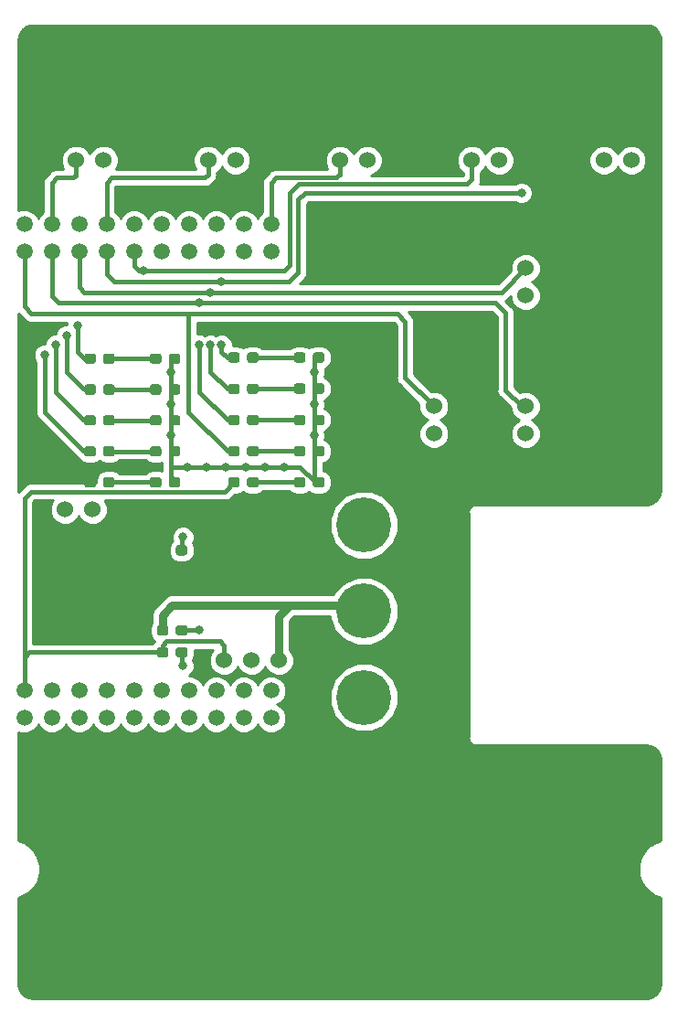
<source format=gbr>
G04 #@! TF.GenerationSoftware,KiCad,Pcbnew,(5.0.0)*
G04 #@! TF.CreationDate,2018-12-16T13:09:33-06:00*
G04 #@! TF.ProjectId,ShimbleBoard_Hardware,5368696D626C65426F6172645F486172,rev?*
G04 #@! TF.SameCoordinates,Original*
G04 #@! TF.FileFunction,Copper,L1,Top,Signal*
G04 #@! TF.FilePolarity,Positive*
%FSLAX46Y46*%
G04 Gerber Fmt 4.6, Leading zero omitted, Abs format (unit mm)*
G04 Created by KiCad (PCBNEW (5.0.0)) date 12/16/18 13:09:33*
%MOMM*%
%LPD*%
G01*
G04 APERTURE LIST*
G04 #@! TA.AperFunction,ComponentPad*
%ADD10C,1.524000*%
G04 #@! TD*
G04 #@! TA.AperFunction,ComponentPad*
%ADD11C,5.080000*%
G04 #@! TD*
G04 #@! TA.AperFunction,ComponentPad*
%ADD12C,1.520000*%
G04 #@! TD*
G04 #@! TA.AperFunction,Conductor*
%ADD13C,0.100000*%
G04 #@! TD*
G04 #@! TA.AperFunction,SMDPad,CuDef*
%ADD14C,0.950000*%
G04 #@! TD*
G04 #@! TA.AperFunction,ViaPad*
%ADD15C,0.800000*%
G04 #@! TD*
G04 #@! TA.AperFunction,Conductor*
%ADD16C,0.381000*%
G04 #@! TD*
G04 #@! TA.AperFunction,Conductor*
%ADD17C,0.762000*%
G04 #@! TD*
G04 #@! TA.AperFunction,Conductor*
%ADD18C,0.254000*%
G04 #@! TD*
G04 APERTURE END LIST*
D10*
G04 #@! TO.P,Conn6,1*
G04 #@! TO.N,+5VA*
X145415000Y-75073001D03*
G04 #@! TO.P,Conn6,2*
G04 #@! TO.N,Servo_5_Ctrl*
X147955000Y-75073001D03*
G04 #@! TO.P,Conn6,3*
G04 #@! TO.N,GND*
X150495000Y-75073001D03*
G04 #@! TD*
G04 #@! TO.P,Conn2,1*
G04 #@! TO.N,+5VA*
X96510001Y-75073001D03*
G04 #@! TO.P,Conn2,2*
G04 #@! TO.N,Servo_1_Ctrl*
X99050001Y-75073001D03*
G04 #@! TO.P,Conn2,3*
G04 #@! TO.N,GND*
X101590001Y-75073001D03*
G04 #@! TD*
G04 #@! TO.P,Conn3,1*
G04 #@! TO.N,+5VA*
X108736250Y-75073001D03*
G04 #@! TO.P,Conn3,2*
G04 #@! TO.N,Servo_2_Ctrl*
X111276250Y-75073001D03*
G04 #@! TO.P,Conn3,3*
G04 #@! TO.N,GND*
X113816250Y-75073001D03*
G04 #@! TD*
G04 #@! TO.P,Conn4,1*
G04 #@! TO.N,+5VA*
X120962499Y-75073001D03*
G04 #@! TO.P,Conn4,2*
G04 #@! TO.N,Servo_3_Ctrl*
X123502499Y-75073001D03*
G04 #@! TO.P,Conn4,3*
G04 #@! TO.N,GND*
X126042499Y-75073001D03*
G04 #@! TD*
G04 #@! TO.P,Conn5,1*
G04 #@! TO.N,+5VA*
X133188748Y-75073001D03*
G04 #@! TO.P,Conn5,2*
G04 #@! TO.N,Servo_4_Ctrl*
X135728748Y-75073001D03*
G04 #@! TO.P,Conn5,3*
G04 #@! TO.N,GND*
X138268748Y-75073001D03*
G04 #@! TD*
G04 #@! TO.P,Conn7,1*
G04 #@! TO.N,+5VA*
X140705043Y-82550000D03*
G04 #@! TO.P,Conn7,2*
G04 #@! TO.N,Servo_6_Ctrl*
X140705043Y-85090000D03*
G04 #@! TO.P,Conn7,3*
G04 #@! TO.N,GND*
X140705043Y-87630000D03*
G04 #@! TD*
G04 #@! TO.P,Conn8,1*
G04 #@! TO.N,+5VA*
X140705043Y-95334522D03*
G04 #@! TO.P,Conn8,2*
G04 #@! TO.N,Servo_7_Ctrl*
X140705043Y-97874522D03*
G04 #@! TO.P,Conn8,3*
G04 #@! TO.N,GND*
X140705043Y-100414522D03*
G04 #@! TD*
D11*
G04 #@! TO.P,Conn1,1*
G04 #@! TO.N,GND*
X125704600Y-124840000D03*
G04 #@! TO.P,Conn1,2*
G04 #@! TO.N,V+Log*
X125704600Y-116839000D03*
G04 #@! TO.P,Conn1,3*
G04 #@! TO.N,V+Act*
X125704600Y-108840000D03*
G04 #@! TD*
D10*
G04 #@! TO.P,U2,3*
G04 #@! TO.N,+5VA*
X103124000Y-107442000D03*
G04 #@! TO.P,U2,2*
G04 #@! TO.N,GND*
X100584000Y-107442000D03*
G04 #@! TO.P,U2,1*
G04 #@! TO.N,V+Act*
X98044000Y-107442000D03*
G04 #@! TD*
D12*
G04 #@! TO.P,U1,PP5*
G04 #@! TO.N,Net-(U1-PadPP5)*
X99339001Y-81025001D03*
G04 #@! TO.P,U1,PM7*
G04 #@! TO.N,Servo_1_Ctrl*
X96799001Y-81025001D03*
G04 #@! TO.P,U1,GND*
G04 #@! TO.N,GND*
X94259001Y-81025001D03*
G04 #@! TO.P,U1,PK7*
G04 #@! TO.N,Net-(U1-PadPK7)*
X117119001Y-83565001D03*
G04 #@! TO.P,U1,PK6*
G04 #@! TO.N,Net-(U1-PadPK6)*
X114579001Y-83565001D03*
G04 #@! TO.P,U1,PH1*
G04 #@! TO.N,Net-(U1-PadPH1)*
X112039001Y-83565001D03*
G04 #@! TO.P,U1,PH0*
G04 #@! TO.N,Net-(U1-PadPH0)*
X109499001Y-83565001D03*
G04 #@! TO.P,U1,PM2*
G04 #@! TO.N,Net-(U1-PadPM2)*
X106959001Y-83565001D03*
G04 #@! TO.P,U1,PM1*
G04 #@! TO.N,Servo_4_Ctrl*
X104419001Y-83565001D03*
G04 #@! TO.P,U1,PM0*
G04 #@! TO.N,Servo_5_Ctrl*
X101879001Y-83565001D03*
G04 #@! TO.P,U1,PK5*
G04 #@! TO.N,Servo_6_Ctrl*
X99339001Y-83565001D03*
G04 #@! TO.P,U1,PK4*
G04 #@! TO.N,Servo_7_Ctrl*
X96799001Y-83565001D03*
G04 #@! TO.P,U1,PG1*
G04 #@! TO.N,Servo_8_Ctrl*
X94259001Y-83565001D03*
G04 #@! TO.P,U1,PN4*
G04 #@! TO.N,Net-(U1-PadPN4)*
X117119001Y-126745001D03*
G04 #@! TO.P,U1,PP4*
G04 #@! TO.N,Net-(U1-PadPP4)*
X112039001Y-126745001D03*
G04 #@! TO.P,U1,PD5*
G04 #@! TO.N,Net-(U1-PadPD5)*
X106959001Y-126745001D03*
G04 #@! TO.P,U1,PD4*
G04 #@! TO.N,Net-(U1-PadPD4)*
X104419001Y-126745001D03*
G04 #@! TO.P,U1,PP1*
G04 #@! TO.N,Net-(U1-PadPP1)*
X101879001Y-126745001D03*
G04 #@! TO.P,U1,PP0*
G04 #@! TO.N,Net-(U1-PadPP0)*
X99339001Y-126745001D03*
G04 #@! TO.P,U1,PD2*
G04 #@! TO.N,Net-(U1-PadPD2)*
X96799001Y-126745001D03*
G04 #@! TO.P,U1,PA5*
G04 #@! TO.N,Net-(U1-PadPA5)*
X117119001Y-124205001D03*
G04 #@! TO.P,U1,PK3*
G04 #@! TO.N,Net-(U1-PadPK3)*
X112039001Y-124205001D03*
G04 #@! TO.P,U1,PB5*
G04 #@! TO.N,Net-(U1-PadPB5)*
X101879001Y-124205001D03*
G04 #@! TO.P,U1,PB4*
G04 #@! TO.N,Net-(U1-PadPB4)*
X99339001Y-124205001D03*
G04 #@! TO.P,U1,GND*
G04 #@! TO.N,GND*
X96799001Y-124205001D03*
G04 #@! TO.P,U1,+5V*
G04 #@! TO.N,+5VL*
X94259001Y-124205001D03*
G04 #@! TO.P,U1,PK1*
G04 #@! TO.N,Net-(U1-PadPK1)*
X106959001Y-124205001D03*
G04 #@! TO.P,U1,PK2*
G04 #@! TO.N,Net-(U1-PadPK2)*
X109499001Y-124205001D03*
G04 #@! TO.P,U1,PN5*
G04 #@! TO.N,Net-(U1-PadPN5)*
X114579001Y-126745001D03*
G04 #@! TO.P,U1,PA7*
G04 #@! TO.N,Servo_2_Ctrl*
X101879001Y-81025001D03*
G04 #@! TO.P,U1,Rese*
G04 #@! TO.N,Net-(U1-PadRese)*
X104419001Y-81025001D03*
G04 #@! TO.P,U1,PA4*
G04 #@! TO.N,Net-(U1-PadPA4)*
X114579001Y-124205001D03*
G04 #@! TO.P,U1,PQ0*
G04 #@! TO.N,Net-(U1-PadPQ0)*
X109499001Y-126745001D03*
G04 #@! TO.P,U1,PP3*
G04 #@! TO.N,Net-(U1-PadPP3)*
X112039001Y-81025001D03*
G04 #@! TO.P,U1,PQ3*
G04 #@! TO.N,Net-(U1-PadPQ3)*
X109499001Y-81025001D03*
G04 #@! TO.P,U1,PK0*
G04 #@! TO.N,Net-(U1-PadPK0)*
X104419001Y-124205001D03*
G04 #@! TO.P,U1,PQ2*
G04 #@! TO.N,Net-(U1-PadPQ2)*
X106959001Y-81025001D03*
G04 #@! TO.P,U1,PQ1*
G04 #@! TO.N,Net-(U1-PadPQ1)*
X114579001Y-81025001D03*
G04 #@! TO.P,U1,PM6*
G04 #@! TO.N,Servo_3_Ctrl*
X117119001Y-81025001D03*
G04 #@! TO.P,U1,+3V3*
G04 #@! TO.N,Net-(U1-Pad+3V3)*
X94259001Y-126745001D03*
G04 #@! TD*
D13*
G04 #@! TO.N,GND*
G04 #@! TO.C,C4*
G36*
X109135779Y-110727344D02*
X109158834Y-110730763D01*
X109181443Y-110736427D01*
X109203387Y-110744279D01*
X109224457Y-110754244D01*
X109244448Y-110766226D01*
X109263168Y-110780110D01*
X109280438Y-110795762D01*
X109296090Y-110813032D01*
X109309974Y-110831752D01*
X109321956Y-110851743D01*
X109331921Y-110872813D01*
X109339773Y-110894757D01*
X109345437Y-110917366D01*
X109348856Y-110940421D01*
X109350000Y-110963700D01*
X109350000Y-111438700D01*
X109348856Y-111461979D01*
X109345437Y-111485034D01*
X109339773Y-111507643D01*
X109331921Y-111529587D01*
X109321956Y-111550657D01*
X109309974Y-111570648D01*
X109296090Y-111589368D01*
X109280438Y-111606638D01*
X109263168Y-111622290D01*
X109244448Y-111636174D01*
X109224457Y-111648156D01*
X109203387Y-111658121D01*
X109181443Y-111665973D01*
X109158834Y-111671637D01*
X109135779Y-111675056D01*
X109112500Y-111676200D01*
X108537500Y-111676200D01*
X108514221Y-111675056D01*
X108491166Y-111671637D01*
X108468557Y-111665973D01*
X108446613Y-111658121D01*
X108425543Y-111648156D01*
X108405552Y-111636174D01*
X108386832Y-111622290D01*
X108369562Y-111606638D01*
X108353910Y-111589368D01*
X108340026Y-111570648D01*
X108328044Y-111550657D01*
X108318079Y-111529587D01*
X108310227Y-111507643D01*
X108304563Y-111485034D01*
X108301144Y-111461979D01*
X108300000Y-111438700D01*
X108300000Y-110963700D01*
X108301144Y-110940421D01*
X108304563Y-110917366D01*
X108310227Y-110894757D01*
X108318079Y-110872813D01*
X108328044Y-110851743D01*
X108340026Y-110831752D01*
X108353910Y-110813032D01*
X108369562Y-110795762D01*
X108386832Y-110780110D01*
X108405552Y-110766226D01*
X108425543Y-110754244D01*
X108446613Y-110744279D01*
X108468557Y-110736427D01*
X108491166Y-110730763D01*
X108514221Y-110727344D01*
X108537500Y-110726200D01*
X109112500Y-110726200D01*
X109135779Y-110727344D01*
X109135779Y-110727344D01*
G37*
D14*
G04 #@! TD*
G04 #@! TO.P,C4,2*
G04 #@! TO.N,GND*
X108825000Y-111201200D03*
D13*
G04 #@! TO.N,+5VA*
G04 #@! TO.C,C4*
G36*
X107385779Y-110727344D02*
X107408834Y-110730763D01*
X107431443Y-110736427D01*
X107453387Y-110744279D01*
X107474457Y-110754244D01*
X107494448Y-110766226D01*
X107513168Y-110780110D01*
X107530438Y-110795762D01*
X107546090Y-110813032D01*
X107559974Y-110831752D01*
X107571956Y-110851743D01*
X107581921Y-110872813D01*
X107589773Y-110894757D01*
X107595437Y-110917366D01*
X107598856Y-110940421D01*
X107600000Y-110963700D01*
X107600000Y-111438700D01*
X107598856Y-111461979D01*
X107595437Y-111485034D01*
X107589773Y-111507643D01*
X107581921Y-111529587D01*
X107571956Y-111550657D01*
X107559974Y-111570648D01*
X107546090Y-111589368D01*
X107530438Y-111606638D01*
X107513168Y-111622290D01*
X107494448Y-111636174D01*
X107474457Y-111648156D01*
X107453387Y-111658121D01*
X107431443Y-111665973D01*
X107408834Y-111671637D01*
X107385779Y-111675056D01*
X107362500Y-111676200D01*
X106787500Y-111676200D01*
X106764221Y-111675056D01*
X106741166Y-111671637D01*
X106718557Y-111665973D01*
X106696613Y-111658121D01*
X106675543Y-111648156D01*
X106655552Y-111636174D01*
X106636832Y-111622290D01*
X106619562Y-111606638D01*
X106603910Y-111589368D01*
X106590026Y-111570648D01*
X106578044Y-111550657D01*
X106568079Y-111529587D01*
X106560227Y-111507643D01*
X106554563Y-111485034D01*
X106551144Y-111461979D01*
X106550000Y-111438700D01*
X106550000Y-110963700D01*
X106551144Y-110940421D01*
X106554563Y-110917366D01*
X106560227Y-110894757D01*
X106568079Y-110872813D01*
X106578044Y-110851743D01*
X106590026Y-110831752D01*
X106603910Y-110813032D01*
X106619562Y-110795762D01*
X106636832Y-110780110D01*
X106655552Y-110766226D01*
X106675543Y-110754244D01*
X106696613Y-110744279D01*
X106718557Y-110736427D01*
X106741166Y-110730763D01*
X106764221Y-110727344D01*
X106787500Y-110726200D01*
X107362500Y-110726200D01*
X107385779Y-110727344D01*
X107385779Y-110727344D01*
G37*
D14*
G04 #@! TD*
G04 #@! TO.P,C4,1*
G04 #@! TO.N,+5VA*
X107075000Y-111201200D03*
D13*
G04 #@! TO.N,Net-(D9-Pad2)*
G04 #@! TO.C,R7*
G36*
X115739779Y-92871144D02*
X115762834Y-92874563D01*
X115785443Y-92880227D01*
X115807387Y-92888079D01*
X115828457Y-92898044D01*
X115848448Y-92910026D01*
X115867168Y-92923910D01*
X115884438Y-92939562D01*
X115900090Y-92956832D01*
X115913974Y-92975552D01*
X115925956Y-92995543D01*
X115935921Y-93016613D01*
X115943773Y-93038557D01*
X115949437Y-93061166D01*
X115952856Y-93084221D01*
X115954000Y-93107500D01*
X115954000Y-93582500D01*
X115952856Y-93605779D01*
X115949437Y-93628834D01*
X115943773Y-93651443D01*
X115935921Y-93673387D01*
X115925956Y-93694457D01*
X115913974Y-93714448D01*
X115900090Y-93733168D01*
X115884438Y-93750438D01*
X115867168Y-93766090D01*
X115848448Y-93779974D01*
X115828457Y-93791956D01*
X115807387Y-93801921D01*
X115785443Y-93809773D01*
X115762834Y-93815437D01*
X115739779Y-93818856D01*
X115716500Y-93820000D01*
X115141500Y-93820000D01*
X115118221Y-93818856D01*
X115095166Y-93815437D01*
X115072557Y-93809773D01*
X115050613Y-93801921D01*
X115029543Y-93791956D01*
X115009552Y-93779974D01*
X114990832Y-93766090D01*
X114973562Y-93750438D01*
X114957910Y-93733168D01*
X114944026Y-93714448D01*
X114932044Y-93694457D01*
X114922079Y-93673387D01*
X114914227Y-93651443D01*
X114908563Y-93628834D01*
X114905144Y-93605779D01*
X114904000Y-93582500D01*
X114904000Y-93107500D01*
X114905144Y-93084221D01*
X114908563Y-93061166D01*
X114914227Y-93038557D01*
X114922079Y-93016613D01*
X114932044Y-92995543D01*
X114944026Y-92975552D01*
X114957910Y-92956832D01*
X114973562Y-92939562D01*
X114990832Y-92923910D01*
X115009552Y-92910026D01*
X115029543Y-92898044D01*
X115050613Y-92888079D01*
X115072557Y-92880227D01*
X115095166Y-92874563D01*
X115118221Y-92871144D01*
X115141500Y-92870000D01*
X115716500Y-92870000D01*
X115739779Y-92871144D01*
X115739779Y-92871144D01*
G37*
D14*
G04 #@! TD*
G04 #@! TO.P,R7,2*
G04 #@! TO.N,Net-(D9-Pad2)*
X115429000Y-93345000D03*
D13*
G04 #@! TO.N,Servo_5_Ctrl*
G04 #@! TO.C,R7*
G36*
X113989779Y-92871144D02*
X114012834Y-92874563D01*
X114035443Y-92880227D01*
X114057387Y-92888079D01*
X114078457Y-92898044D01*
X114098448Y-92910026D01*
X114117168Y-92923910D01*
X114134438Y-92939562D01*
X114150090Y-92956832D01*
X114163974Y-92975552D01*
X114175956Y-92995543D01*
X114185921Y-93016613D01*
X114193773Y-93038557D01*
X114199437Y-93061166D01*
X114202856Y-93084221D01*
X114204000Y-93107500D01*
X114204000Y-93582500D01*
X114202856Y-93605779D01*
X114199437Y-93628834D01*
X114193773Y-93651443D01*
X114185921Y-93673387D01*
X114175956Y-93694457D01*
X114163974Y-93714448D01*
X114150090Y-93733168D01*
X114134438Y-93750438D01*
X114117168Y-93766090D01*
X114098448Y-93779974D01*
X114078457Y-93791956D01*
X114057387Y-93801921D01*
X114035443Y-93809773D01*
X114012834Y-93815437D01*
X113989779Y-93818856D01*
X113966500Y-93820000D01*
X113391500Y-93820000D01*
X113368221Y-93818856D01*
X113345166Y-93815437D01*
X113322557Y-93809773D01*
X113300613Y-93801921D01*
X113279543Y-93791956D01*
X113259552Y-93779974D01*
X113240832Y-93766090D01*
X113223562Y-93750438D01*
X113207910Y-93733168D01*
X113194026Y-93714448D01*
X113182044Y-93694457D01*
X113172079Y-93673387D01*
X113164227Y-93651443D01*
X113158563Y-93628834D01*
X113155144Y-93605779D01*
X113154000Y-93582500D01*
X113154000Y-93107500D01*
X113155144Y-93084221D01*
X113158563Y-93061166D01*
X113164227Y-93038557D01*
X113172079Y-93016613D01*
X113182044Y-92995543D01*
X113194026Y-92975552D01*
X113207910Y-92956832D01*
X113223562Y-92939562D01*
X113240832Y-92923910D01*
X113259552Y-92910026D01*
X113279543Y-92898044D01*
X113300613Y-92888079D01*
X113322557Y-92880227D01*
X113345166Y-92874563D01*
X113368221Y-92871144D01*
X113391500Y-92870000D01*
X113966500Y-92870000D01*
X113989779Y-92871144D01*
X113989779Y-92871144D01*
G37*
D14*
G04 #@! TD*
G04 #@! TO.P,R7,1*
G04 #@! TO.N,Servo_5_Ctrl*
X113679000Y-93345000D03*
D10*
G04 #@! TO.P,Conn9,3*
G04 #@! TO.N,GND*
X132207000Y-100393500D03*
G04 #@! TO.P,Conn9,2*
G04 #@! TO.N,Servo_8_Ctrl*
X132207000Y-97853500D03*
G04 #@! TO.P,Conn9,1*
G04 #@! TO.N,+5VA*
X132207000Y-95313500D03*
G04 #@! TD*
D13*
G04 #@! TO.N,GND*
G04 #@! TO.C,C3*
G36*
X109135779Y-120176144D02*
X109158834Y-120179563D01*
X109181443Y-120185227D01*
X109203387Y-120193079D01*
X109224457Y-120203044D01*
X109244448Y-120215026D01*
X109263168Y-120228910D01*
X109280438Y-120244562D01*
X109296090Y-120261832D01*
X109309974Y-120280552D01*
X109321956Y-120300543D01*
X109331921Y-120321613D01*
X109339773Y-120343557D01*
X109345437Y-120366166D01*
X109348856Y-120389221D01*
X109350000Y-120412500D01*
X109350000Y-120887500D01*
X109348856Y-120910779D01*
X109345437Y-120933834D01*
X109339773Y-120956443D01*
X109331921Y-120978387D01*
X109321956Y-120999457D01*
X109309974Y-121019448D01*
X109296090Y-121038168D01*
X109280438Y-121055438D01*
X109263168Y-121071090D01*
X109244448Y-121084974D01*
X109224457Y-121096956D01*
X109203387Y-121106921D01*
X109181443Y-121114773D01*
X109158834Y-121120437D01*
X109135779Y-121123856D01*
X109112500Y-121125000D01*
X108537500Y-121125000D01*
X108514221Y-121123856D01*
X108491166Y-121120437D01*
X108468557Y-121114773D01*
X108446613Y-121106921D01*
X108425543Y-121096956D01*
X108405552Y-121084974D01*
X108386832Y-121071090D01*
X108369562Y-121055438D01*
X108353910Y-121038168D01*
X108340026Y-121019448D01*
X108328044Y-120999457D01*
X108318079Y-120978387D01*
X108310227Y-120956443D01*
X108304563Y-120933834D01*
X108301144Y-120910779D01*
X108300000Y-120887500D01*
X108300000Y-120412500D01*
X108301144Y-120389221D01*
X108304563Y-120366166D01*
X108310227Y-120343557D01*
X108318079Y-120321613D01*
X108328044Y-120300543D01*
X108340026Y-120280552D01*
X108353910Y-120261832D01*
X108369562Y-120244562D01*
X108386832Y-120228910D01*
X108405552Y-120215026D01*
X108425543Y-120203044D01*
X108446613Y-120193079D01*
X108468557Y-120185227D01*
X108491166Y-120179563D01*
X108514221Y-120176144D01*
X108537500Y-120175000D01*
X109112500Y-120175000D01*
X109135779Y-120176144D01*
X109135779Y-120176144D01*
G37*
D14*
G04 #@! TD*
G04 #@! TO.P,C3,2*
G04 #@! TO.N,GND*
X108825000Y-120650000D03*
D13*
G04 #@! TO.N,+5VL*
G04 #@! TO.C,C3*
G36*
X107385779Y-120176144D02*
X107408834Y-120179563D01*
X107431443Y-120185227D01*
X107453387Y-120193079D01*
X107474457Y-120203044D01*
X107494448Y-120215026D01*
X107513168Y-120228910D01*
X107530438Y-120244562D01*
X107546090Y-120261832D01*
X107559974Y-120280552D01*
X107571956Y-120300543D01*
X107581921Y-120321613D01*
X107589773Y-120343557D01*
X107595437Y-120366166D01*
X107598856Y-120389221D01*
X107600000Y-120412500D01*
X107600000Y-120887500D01*
X107598856Y-120910779D01*
X107595437Y-120933834D01*
X107589773Y-120956443D01*
X107581921Y-120978387D01*
X107571956Y-120999457D01*
X107559974Y-121019448D01*
X107546090Y-121038168D01*
X107530438Y-121055438D01*
X107513168Y-121071090D01*
X107494448Y-121084974D01*
X107474457Y-121096956D01*
X107453387Y-121106921D01*
X107431443Y-121114773D01*
X107408834Y-121120437D01*
X107385779Y-121123856D01*
X107362500Y-121125000D01*
X106787500Y-121125000D01*
X106764221Y-121123856D01*
X106741166Y-121120437D01*
X106718557Y-121114773D01*
X106696613Y-121106921D01*
X106675543Y-121096956D01*
X106655552Y-121084974D01*
X106636832Y-121071090D01*
X106619562Y-121055438D01*
X106603910Y-121038168D01*
X106590026Y-121019448D01*
X106578044Y-120999457D01*
X106568079Y-120978387D01*
X106560227Y-120956443D01*
X106554563Y-120933834D01*
X106551144Y-120910779D01*
X106550000Y-120887500D01*
X106550000Y-120412500D01*
X106551144Y-120389221D01*
X106554563Y-120366166D01*
X106560227Y-120343557D01*
X106568079Y-120321613D01*
X106578044Y-120300543D01*
X106590026Y-120280552D01*
X106603910Y-120261832D01*
X106619562Y-120244562D01*
X106636832Y-120228910D01*
X106655552Y-120215026D01*
X106675543Y-120203044D01*
X106696613Y-120193079D01*
X106718557Y-120185227D01*
X106741166Y-120179563D01*
X106764221Y-120176144D01*
X106787500Y-120175000D01*
X107362500Y-120175000D01*
X107385779Y-120176144D01*
X107385779Y-120176144D01*
G37*
D14*
G04 #@! TD*
G04 #@! TO.P,C3,1*
G04 #@! TO.N,+5VL*
X107075000Y-120650000D03*
D13*
G04 #@! TO.N,Net-(D3-Pad2)*
G04 #@! TO.C,D3*
G36*
X106736779Y-104428141D02*
X106759834Y-104431560D01*
X106782443Y-104437224D01*
X106804387Y-104445076D01*
X106825457Y-104455041D01*
X106845448Y-104467023D01*
X106864168Y-104480907D01*
X106881438Y-104496559D01*
X106897090Y-104513829D01*
X106910974Y-104532549D01*
X106922956Y-104552540D01*
X106932921Y-104573610D01*
X106940773Y-104595554D01*
X106946437Y-104618163D01*
X106949856Y-104641218D01*
X106951000Y-104664497D01*
X106951000Y-105139497D01*
X106949856Y-105162776D01*
X106946437Y-105185831D01*
X106940773Y-105208440D01*
X106932921Y-105230384D01*
X106922956Y-105251454D01*
X106910974Y-105271445D01*
X106897090Y-105290165D01*
X106881438Y-105307435D01*
X106864168Y-105323087D01*
X106845448Y-105336971D01*
X106825457Y-105348953D01*
X106804387Y-105358918D01*
X106782443Y-105366770D01*
X106759834Y-105372434D01*
X106736779Y-105375853D01*
X106713500Y-105376997D01*
X106138500Y-105376997D01*
X106115221Y-105375853D01*
X106092166Y-105372434D01*
X106069557Y-105366770D01*
X106047613Y-105358918D01*
X106026543Y-105348953D01*
X106006552Y-105336971D01*
X105987832Y-105323087D01*
X105970562Y-105307435D01*
X105954910Y-105290165D01*
X105941026Y-105271445D01*
X105929044Y-105251454D01*
X105919079Y-105230384D01*
X105911227Y-105208440D01*
X105905563Y-105185831D01*
X105902144Y-105162776D01*
X105901000Y-105139497D01*
X105901000Y-104664497D01*
X105902144Y-104641218D01*
X105905563Y-104618163D01*
X105911227Y-104595554D01*
X105919079Y-104573610D01*
X105929044Y-104552540D01*
X105941026Y-104532549D01*
X105954910Y-104513829D01*
X105970562Y-104496559D01*
X105987832Y-104480907D01*
X106006552Y-104467023D01*
X106026543Y-104455041D01*
X106047613Y-104445076D01*
X106069557Y-104437224D01*
X106092166Y-104431560D01*
X106115221Y-104428141D01*
X106138500Y-104426997D01*
X106713500Y-104426997D01*
X106736779Y-104428141D01*
X106736779Y-104428141D01*
G37*
D14*
G04 #@! TD*
G04 #@! TO.P,D3,2*
G04 #@! TO.N,Net-(D3-Pad2)*
X106426000Y-104901997D03*
D13*
G04 #@! TO.N,GND*
G04 #@! TO.C,D3*
G36*
X108486779Y-104428141D02*
X108509834Y-104431560D01*
X108532443Y-104437224D01*
X108554387Y-104445076D01*
X108575457Y-104455041D01*
X108595448Y-104467023D01*
X108614168Y-104480907D01*
X108631438Y-104496559D01*
X108647090Y-104513829D01*
X108660974Y-104532549D01*
X108672956Y-104552540D01*
X108682921Y-104573610D01*
X108690773Y-104595554D01*
X108696437Y-104618163D01*
X108699856Y-104641218D01*
X108701000Y-104664497D01*
X108701000Y-105139497D01*
X108699856Y-105162776D01*
X108696437Y-105185831D01*
X108690773Y-105208440D01*
X108682921Y-105230384D01*
X108672956Y-105251454D01*
X108660974Y-105271445D01*
X108647090Y-105290165D01*
X108631438Y-105307435D01*
X108614168Y-105323087D01*
X108595448Y-105336971D01*
X108575457Y-105348953D01*
X108554387Y-105358918D01*
X108532443Y-105366770D01*
X108509834Y-105372434D01*
X108486779Y-105375853D01*
X108463500Y-105376997D01*
X107888500Y-105376997D01*
X107865221Y-105375853D01*
X107842166Y-105372434D01*
X107819557Y-105366770D01*
X107797613Y-105358918D01*
X107776543Y-105348953D01*
X107756552Y-105336971D01*
X107737832Y-105323087D01*
X107720562Y-105307435D01*
X107704910Y-105290165D01*
X107691026Y-105271445D01*
X107679044Y-105251454D01*
X107669079Y-105230384D01*
X107661227Y-105208440D01*
X107655563Y-105185831D01*
X107652144Y-105162776D01*
X107651000Y-105139497D01*
X107651000Y-104664497D01*
X107652144Y-104641218D01*
X107655563Y-104618163D01*
X107661227Y-104595554D01*
X107669079Y-104573610D01*
X107679044Y-104552540D01*
X107691026Y-104532549D01*
X107704910Y-104513829D01*
X107720562Y-104496559D01*
X107737832Y-104480907D01*
X107756552Y-104467023D01*
X107776543Y-104455041D01*
X107797613Y-104445076D01*
X107819557Y-104437224D01*
X107842166Y-104431560D01*
X107865221Y-104428141D01*
X107888500Y-104426997D01*
X108463500Y-104426997D01*
X108486779Y-104428141D01*
X108486779Y-104428141D01*
G37*
D14*
G04 #@! TD*
G04 #@! TO.P,D3,1*
G04 #@! TO.N,GND*
X108176000Y-104901997D03*
D13*
G04 #@! TO.N,Net-(D4-Pad2)*
G04 #@! TO.C,D4*
G36*
X120085779Y-104428141D02*
X120108834Y-104431560D01*
X120131443Y-104437224D01*
X120153387Y-104445076D01*
X120174457Y-104455041D01*
X120194448Y-104467023D01*
X120213168Y-104480907D01*
X120230438Y-104496559D01*
X120246090Y-104513829D01*
X120259974Y-104532549D01*
X120271956Y-104552540D01*
X120281921Y-104573610D01*
X120289773Y-104595554D01*
X120295437Y-104618163D01*
X120298856Y-104641218D01*
X120300000Y-104664497D01*
X120300000Y-105139497D01*
X120298856Y-105162776D01*
X120295437Y-105185831D01*
X120289773Y-105208440D01*
X120281921Y-105230384D01*
X120271956Y-105251454D01*
X120259974Y-105271445D01*
X120246090Y-105290165D01*
X120230438Y-105307435D01*
X120213168Y-105323087D01*
X120194448Y-105336971D01*
X120174457Y-105348953D01*
X120153387Y-105358918D01*
X120131443Y-105366770D01*
X120108834Y-105372434D01*
X120085779Y-105375853D01*
X120062500Y-105376997D01*
X119487500Y-105376997D01*
X119464221Y-105375853D01*
X119441166Y-105372434D01*
X119418557Y-105366770D01*
X119396613Y-105358918D01*
X119375543Y-105348953D01*
X119355552Y-105336971D01*
X119336832Y-105323087D01*
X119319562Y-105307435D01*
X119303910Y-105290165D01*
X119290026Y-105271445D01*
X119278044Y-105251454D01*
X119268079Y-105230384D01*
X119260227Y-105208440D01*
X119254563Y-105185831D01*
X119251144Y-105162776D01*
X119250000Y-105139497D01*
X119250000Y-104664497D01*
X119251144Y-104641218D01*
X119254563Y-104618163D01*
X119260227Y-104595554D01*
X119268079Y-104573610D01*
X119278044Y-104552540D01*
X119290026Y-104532549D01*
X119303910Y-104513829D01*
X119319562Y-104496559D01*
X119336832Y-104480907D01*
X119355552Y-104467023D01*
X119375543Y-104455041D01*
X119396613Y-104445076D01*
X119418557Y-104437224D01*
X119441166Y-104431560D01*
X119464221Y-104428141D01*
X119487500Y-104426997D01*
X120062500Y-104426997D01*
X120085779Y-104428141D01*
X120085779Y-104428141D01*
G37*
D14*
G04 #@! TD*
G04 #@! TO.P,D4,2*
G04 #@! TO.N,Net-(D4-Pad2)*
X119775000Y-104901997D03*
D13*
G04 #@! TO.N,GND*
G04 #@! TO.C,D4*
G36*
X121835779Y-104428141D02*
X121858834Y-104431560D01*
X121881443Y-104437224D01*
X121903387Y-104445076D01*
X121924457Y-104455041D01*
X121944448Y-104467023D01*
X121963168Y-104480907D01*
X121980438Y-104496559D01*
X121996090Y-104513829D01*
X122009974Y-104532549D01*
X122021956Y-104552540D01*
X122031921Y-104573610D01*
X122039773Y-104595554D01*
X122045437Y-104618163D01*
X122048856Y-104641218D01*
X122050000Y-104664497D01*
X122050000Y-105139497D01*
X122048856Y-105162776D01*
X122045437Y-105185831D01*
X122039773Y-105208440D01*
X122031921Y-105230384D01*
X122021956Y-105251454D01*
X122009974Y-105271445D01*
X121996090Y-105290165D01*
X121980438Y-105307435D01*
X121963168Y-105323087D01*
X121944448Y-105336971D01*
X121924457Y-105348953D01*
X121903387Y-105358918D01*
X121881443Y-105366770D01*
X121858834Y-105372434D01*
X121835779Y-105375853D01*
X121812500Y-105376997D01*
X121237500Y-105376997D01*
X121214221Y-105375853D01*
X121191166Y-105372434D01*
X121168557Y-105366770D01*
X121146613Y-105358918D01*
X121125543Y-105348953D01*
X121105552Y-105336971D01*
X121086832Y-105323087D01*
X121069562Y-105307435D01*
X121053910Y-105290165D01*
X121040026Y-105271445D01*
X121028044Y-105251454D01*
X121018079Y-105230384D01*
X121010227Y-105208440D01*
X121004563Y-105185831D01*
X121001144Y-105162776D01*
X121000000Y-105139497D01*
X121000000Y-104664497D01*
X121001144Y-104641218D01*
X121004563Y-104618163D01*
X121010227Y-104595554D01*
X121018079Y-104573610D01*
X121028044Y-104552540D01*
X121040026Y-104532549D01*
X121053910Y-104513829D01*
X121069562Y-104496559D01*
X121086832Y-104480907D01*
X121105552Y-104467023D01*
X121125543Y-104455041D01*
X121146613Y-104445076D01*
X121168557Y-104437224D01*
X121191166Y-104431560D01*
X121214221Y-104428141D01*
X121237500Y-104426997D01*
X121812500Y-104426997D01*
X121835779Y-104428141D01*
X121835779Y-104428141D01*
G37*
D14*
G04 #@! TD*
G04 #@! TO.P,D4,1*
G04 #@! TO.N,GND*
X121525000Y-104901997D03*
D13*
G04 #@! TO.N,Net-(D5-Pad2)*
G04 #@! TO.C,D5*
G36*
X106736779Y-92973477D02*
X106759834Y-92976896D01*
X106782443Y-92982560D01*
X106804387Y-92990412D01*
X106825457Y-93000377D01*
X106845448Y-93012359D01*
X106864168Y-93026243D01*
X106881438Y-93041895D01*
X106897090Y-93059165D01*
X106910974Y-93077885D01*
X106922956Y-93097876D01*
X106932921Y-93118946D01*
X106940773Y-93140890D01*
X106946437Y-93163499D01*
X106949856Y-93186554D01*
X106951000Y-93209833D01*
X106951000Y-93684833D01*
X106949856Y-93708112D01*
X106946437Y-93731167D01*
X106940773Y-93753776D01*
X106932921Y-93775720D01*
X106922956Y-93796790D01*
X106910974Y-93816781D01*
X106897090Y-93835501D01*
X106881438Y-93852771D01*
X106864168Y-93868423D01*
X106845448Y-93882307D01*
X106825457Y-93894289D01*
X106804387Y-93904254D01*
X106782443Y-93912106D01*
X106759834Y-93917770D01*
X106736779Y-93921189D01*
X106713500Y-93922333D01*
X106138500Y-93922333D01*
X106115221Y-93921189D01*
X106092166Y-93917770D01*
X106069557Y-93912106D01*
X106047613Y-93904254D01*
X106026543Y-93894289D01*
X106006552Y-93882307D01*
X105987832Y-93868423D01*
X105970562Y-93852771D01*
X105954910Y-93835501D01*
X105941026Y-93816781D01*
X105929044Y-93796790D01*
X105919079Y-93775720D01*
X105911227Y-93753776D01*
X105905563Y-93731167D01*
X105902144Y-93708112D01*
X105901000Y-93684833D01*
X105901000Y-93209833D01*
X105902144Y-93186554D01*
X105905563Y-93163499D01*
X105911227Y-93140890D01*
X105919079Y-93118946D01*
X105929044Y-93097876D01*
X105941026Y-93077885D01*
X105954910Y-93059165D01*
X105970562Y-93041895D01*
X105987832Y-93026243D01*
X106006552Y-93012359D01*
X106026543Y-93000377D01*
X106047613Y-92990412D01*
X106069557Y-92982560D01*
X106092166Y-92976896D01*
X106115221Y-92973477D01*
X106138500Y-92972333D01*
X106713500Y-92972333D01*
X106736779Y-92973477D01*
X106736779Y-92973477D01*
G37*
D14*
G04 #@! TD*
G04 #@! TO.P,D5,2*
G04 #@! TO.N,Net-(D5-Pad2)*
X106426000Y-93447333D03*
D13*
G04 #@! TO.N,GND*
G04 #@! TO.C,D5*
G36*
X108486779Y-92973477D02*
X108509834Y-92976896D01*
X108532443Y-92982560D01*
X108554387Y-92990412D01*
X108575457Y-93000377D01*
X108595448Y-93012359D01*
X108614168Y-93026243D01*
X108631438Y-93041895D01*
X108647090Y-93059165D01*
X108660974Y-93077885D01*
X108672956Y-93097876D01*
X108682921Y-93118946D01*
X108690773Y-93140890D01*
X108696437Y-93163499D01*
X108699856Y-93186554D01*
X108701000Y-93209833D01*
X108701000Y-93684833D01*
X108699856Y-93708112D01*
X108696437Y-93731167D01*
X108690773Y-93753776D01*
X108682921Y-93775720D01*
X108672956Y-93796790D01*
X108660974Y-93816781D01*
X108647090Y-93835501D01*
X108631438Y-93852771D01*
X108614168Y-93868423D01*
X108595448Y-93882307D01*
X108575457Y-93894289D01*
X108554387Y-93904254D01*
X108532443Y-93912106D01*
X108509834Y-93917770D01*
X108486779Y-93921189D01*
X108463500Y-93922333D01*
X107888500Y-93922333D01*
X107865221Y-93921189D01*
X107842166Y-93917770D01*
X107819557Y-93912106D01*
X107797613Y-93904254D01*
X107776543Y-93894289D01*
X107756552Y-93882307D01*
X107737832Y-93868423D01*
X107720562Y-93852771D01*
X107704910Y-93835501D01*
X107691026Y-93816781D01*
X107679044Y-93796790D01*
X107669079Y-93775720D01*
X107661227Y-93753776D01*
X107655563Y-93731167D01*
X107652144Y-93708112D01*
X107651000Y-93684833D01*
X107651000Y-93209833D01*
X107652144Y-93186554D01*
X107655563Y-93163499D01*
X107661227Y-93140890D01*
X107669079Y-93118946D01*
X107679044Y-93097876D01*
X107691026Y-93077885D01*
X107704910Y-93059165D01*
X107720562Y-93041895D01*
X107737832Y-93026243D01*
X107756552Y-93012359D01*
X107776543Y-93000377D01*
X107797613Y-92990412D01*
X107819557Y-92982560D01*
X107842166Y-92976896D01*
X107865221Y-92973477D01*
X107888500Y-92972333D01*
X108463500Y-92972333D01*
X108486779Y-92973477D01*
X108486779Y-92973477D01*
G37*
D14*
G04 #@! TD*
G04 #@! TO.P,D5,1*
G04 #@! TO.N,GND*
X108176000Y-93447333D03*
D13*
G04 #@! TO.N,Net-(D6-Pad2)*
G04 #@! TO.C,D6*
G36*
X106736779Y-95837143D02*
X106759834Y-95840562D01*
X106782443Y-95846226D01*
X106804387Y-95854078D01*
X106825457Y-95864043D01*
X106845448Y-95876025D01*
X106864168Y-95889909D01*
X106881438Y-95905561D01*
X106897090Y-95922831D01*
X106910974Y-95941551D01*
X106922956Y-95961542D01*
X106932921Y-95982612D01*
X106940773Y-96004556D01*
X106946437Y-96027165D01*
X106949856Y-96050220D01*
X106951000Y-96073499D01*
X106951000Y-96548499D01*
X106949856Y-96571778D01*
X106946437Y-96594833D01*
X106940773Y-96617442D01*
X106932921Y-96639386D01*
X106922956Y-96660456D01*
X106910974Y-96680447D01*
X106897090Y-96699167D01*
X106881438Y-96716437D01*
X106864168Y-96732089D01*
X106845448Y-96745973D01*
X106825457Y-96757955D01*
X106804387Y-96767920D01*
X106782443Y-96775772D01*
X106759834Y-96781436D01*
X106736779Y-96784855D01*
X106713500Y-96785999D01*
X106138500Y-96785999D01*
X106115221Y-96784855D01*
X106092166Y-96781436D01*
X106069557Y-96775772D01*
X106047613Y-96767920D01*
X106026543Y-96757955D01*
X106006552Y-96745973D01*
X105987832Y-96732089D01*
X105970562Y-96716437D01*
X105954910Y-96699167D01*
X105941026Y-96680447D01*
X105929044Y-96660456D01*
X105919079Y-96639386D01*
X105911227Y-96617442D01*
X105905563Y-96594833D01*
X105902144Y-96571778D01*
X105901000Y-96548499D01*
X105901000Y-96073499D01*
X105902144Y-96050220D01*
X105905563Y-96027165D01*
X105911227Y-96004556D01*
X105919079Y-95982612D01*
X105929044Y-95961542D01*
X105941026Y-95941551D01*
X105954910Y-95922831D01*
X105970562Y-95905561D01*
X105987832Y-95889909D01*
X106006552Y-95876025D01*
X106026543Y-95864043D01*
X106047613Y-95854078D01*
X106069557Y-95846226D01*
X106092166Y-95840562D01*
X106115221Y-95837143D01*
X106138500Y-95835999D01*
X106713500Y-95835999D01*
X106736779Y-95837143D01*
X106736779Y-95837143D01*
G37*
D14*
G04 #@! TD*
G04 #@! TO.P,D6,2*
G04 #@! TO.N,Net-(D6-Pad2)*
X106426000Y-96310999D03*
D13*
G04 #@! TO.N,GND*
G04 #@! TO.C,D6*
G36*
X108486779Y-95837143D02*
X108509834Y-95840562D01*
X108532443Y-95846226D01*
X108554387Y-95854078D01*
X108575457Y-95864043D01*
X108595448Y-95876025D01*
X108614168Y-95889909D01*
X108631438Y-95905561D01*
X108647090Y-95922831D01*
X108660974Y-95941551D01*
X108672956Y-95961542D01*
X108682921Y-95982612D01*
X108690773Y-96004556D01*
X108696437Y-96027165D01*
X108699856Y-96050220D01*
X108701000Y-96073499D01*
X108701000Y-96548499D01*
X108699856Y-96571778D01*
X108696437Y-96594833D01*
X108690773Y-96617442D01*
X108682921Y-96639386D01*
X108672956Y-96660456D01*
X108660974Y-96680447D01*
X108647090Y-96699167D01*
X108631438Y-96716437D01*
X108614168Y-96732089D01*
X108595448Y-96745973D01*
X108575457Y-96757955D01*
X108554387Y-96767920D01*
X108532443Y-96775772D01*
X108509834Y-96781436D01*
X108486779Y-96784855D01*
X108463500Y-96785999D01*
X107888500Y-96785999D01*
X107865221Y-96784855D01*
X107842166Y-96781436D01*
X107819557Y-96775772D01*
X107797613Y-96767920D01*
X107776543Y-96757955D01*
X107756552Y-96745973D01*
X107737832Y-96732089D01*
X107720562Y-96716437D01*
X107704910Y-96699167D01*
X107691026Y-96680447D01*
X107679044Y-96660456D01*
X107669079Y-96639386D01*
X107661227Y-96617442D01*
X107655563Y-96594833D01*
X107652144Y-96571778D01*
X107651000Y-96548499D01*
X107651000Y-96073499D01*
X107652144Y-96050220D01*
X107655563Y-96027165D01*
X107661227Y-96004556D01*
X107669079Y-95982612D01*
X107679044Y-95961542D01*
X107691026Y-95941551D01*
X107704910Y-95922831D01*
X107720562Y-95905561D01*
X107737832Y-95889909D01*
X107756552Y-95876025D01*
X107776543Y-95864043D01*
X107797613Y-95854078D01*
X107819557Y-95846226D01*
X107842166Y-95840562D01*
X107865221Y-95837143D01*
X107888500Y-95835999D01*
X108463500Y-95835999D01*
X108486779Y-95837143D01*
X108486779Y-95837143D01*
G37*
D14*
G04 #@! TD*
G04 #@! TO.P,D6,1*
G04 #@! TO.N,GND*
X108176000Y-96310999D03*
D13*
G04 #@! TO.N,Net-(D7-Pad2)*
G04 #@! TO.C,D7*
G36*
X106736779Y-98700809D02*
X106759834Y-98704228D01*
X106782443Y-98709892D01*
X106804387Y-98717744D01*
X106825457Y-98727709D01*
X106845448Y-98739691D01*
X106864168Y-98753575D01*
X106881438Y-98769227D01*
X106897090Y-98786497D01*
X106910974Y-98805217D01*
X106922956Y-98825208D01*
X106932921Y-98846278D01*
X106940773Y-98868222D01*
X106946437Y-98890831D01*
X106949856Y-98913886D01*
X106951000Y-98937165D01*
X106951000Y-99412165D01*
X106949856Y-99435444D01*
X106946437Y-99458499D01*
X106940773Y-99481108D01*
X106932921Y-99503052D01*
X106922956Y-99524122D01*
X106910974Y-99544113D01*
X106897090Y-99562833D01*
X106881438Y-99580103D01*
X106864168Y-99595755D01*
X106845448Y-99609639D01*
X106825457Y-99621621D01*
X106804387Y-99631586D01*
X106782443Y-99639438D01*
X106759834Y-99645102D01*
X106736779Y-99648521D01*
X106713500Y-99649665D01*
X106138500Y-99649665D01*
X106115221Y-99648521D01*
X106092166Y-99645102D01*
X106069557Y-99639438D01*
X106047613Y-99631586D01*
X106026543Y-99621621D01*
X106006552Y-99609639D01*
X105987832Y-99595755D01*
X105970562Y-99580103D01*
X105954910Y-99562833D01*
X105941026Y-99544113D01*
X105929044Y-99524122D01*
X105919079Y-99503052D01*
X105911227Y-99481108D01*
X105905563Y-99458499D01*
X105902144Y-99435444D01*
X105901000Y-99412165D01*
X105901000Y-98937165D01*
X105902144Y-98913886D01*
X105905563Y-98890831D01*
X105911227Y-98868222D01*
X105919079Y-98846278D01*
X105929044Y-98825208D01*
X105941026Y-98805217D01*
X105954910Y-98786497D01*
X105970562Y-98769227D01*
X105987832Y-98753575D01*
X106006552Y-98739691D01*
X106026543Y-98727709D01*
X106047613Y-98717744D01*
X106069557Y-98709892D01*
X106092166Y-98704228D01*
X106115221Y-98700809D01*
X106138500Y-98699665D01*
X106713500Y-98699665D01*
X106736779Y-98700809D01*
X106736779Y-98700809D01*
G37*
D14*
G04 #@! TD*
G04 #@! TO.P,D7,2*
G04 #@! TO.N,Net-(D7-Pad2)*
X106426000Y-99174665D03*
D13*
G04 #@! TO.N,GND*
G04 #@! TO.C,D7*
G36*
X108486779Y-98700809D02*
X108509834Y-98704228D01*
X108532443Y-98709892D01*
X108554387Y-98717744D01*
X108575457Y-98727709D01*
X108595448Y-98739691D01*
X108614168Y-98753575D01*
X108631438Y-98769227D01*
X108647090Y-98786497D01*
X108660974Y-98805217D01*
X108672956Y-98825208D01*
X108682921Y-98846278D01*
X108690773Y-98868222D01*
X108696437Y-98890831D01*
X108699856Y-98913886D01*
X108701000Y-98937165D01*
X108701000Y-99412165D01*
X108699856Y-99435444D01*
X108696437Y-99458499D01*
X108690773Y-99481108D01*
X108682921Y-99503052D01*
X108672956Y-99524122D01*
X108660974Y-99544113D01*
X108647090Y-99562833D01*
X108631438Y-99580103D01*
X108614168Y-99595755D01*
X108595448Y-99609639D01*
X108575457Y-99621621D01*
X108554387Y-99631586D01*
X108532443Y-99639438D01*
X108509834Y-99645102D01*
X108486779Y-99648521D01*
X108463500Y-99649665D01*
X107888500Y-99649665D01*
X107865221Y-99648521D01*
X107842166Y-99645102D01*
X107819557Y-99639438D01*
X107797613Y-99631586D01*
X107776543Y-99621621D01*
X107756552Y-99609639D01*
X107737832Y-99595755D01*
X107720562Y-99580103D01*
X107704910Y-99562833D01*
X107691026Y-99544113D01*
X107679044Y-99524122D01*
X107669079Y-99503052D01*
X107661227Y-99481108D01*
X107655563Y-99458499D01*
X107652144Y-99435444D01*
X107651000Y-99412165D01*
X107651000Y-98937165D01*
X107652144Y-98913886D01*
X107655563Y-98890831D01*
X107661227Y-98868222D01*
X107669079Y-98846278D01*
X107679044Y-98825208D01*
X107691026Y-98805217D01*
X107704910Y-98786497D01*
X107720562Y-98769227D01*
X107737832Y-98753575D01*
X107756552Y-98739691D01*
X107776543Y-98727709D01*
X107797613Y-98717744D01*
X107819557Y-98709892D01*
X107842166Y-98704228D01*
X107865221Y-98700809D01*
X107888500Y-98699665D01*
X108463500Y-98699665D01*
X108486779Y-98700809D01*
X108486779Y-98700809D01*
G37*
D14*
G04 #@! TD*
G04 #@! TO.P,D7,1*
G04 #@! TO.N,GND*
X108176000Y-99174665D03*
D13*
G04 #@! TO.N,Net-(D8-Pad2)*
G04 #@! TO.C,D8*
G36*
X106736779Y-101564475D02*
X106759834Y-101567894D01*
X106782443Y-101573558D01*
X106804387Y-101581410D01*
X106825457Y-101591375D01*
X106845448Y-101603357D01*
X106864168Y-101617241D01*
X106881438Y-101632893D01*
X106897090Y-101650163D01*
X106910974Y-101668883D01*
X106922956Y-101688874D01*
X106932921Y-101709944D01*
X106940773Y-101731888D01*
X106946437Y-101754497D01*
X106949856Y-101777552D01*
X106951000Y-101800831D01*
X106951000Y-102275831D01*
X106949856Y-102299110D01*
X106946437Y-102322165D01*
X106940773Y-102344774D01*
X106932921Y-102366718D01*
X106922956Y-102387788D01*
X106910974Y-102407779D01*
X106897090Y-102426499D01*
X106881438Y-102443769D01*
X106864168Y-102459421D01*
X106845448Y-102473305D01*
X106825457Y-102485287D01*
X106804387Y-102495252D01*
X106782443Y-102503104D01*
X106759834Y-102508768D01*
X106736779Y-102512187D01*
X106713500Y-102513331D01*
X106138500Y-102513331D01*
X106115221Y-102512187D01*
X106092166Y-102508768D01*
X106069557Y-102503104D01*
X106047613Y-102495252D01*
X106026543Y-102485287D01*
X106006552Y-102473305D01*
X105987832Y-102459421D01*
X105970562Y-102443769D01*
X105954910Y-102426499D01*
X105941026Y-102407779D01*
X105929044Y-102387788D01*
X105919079Y-102366718D01*
X105911227Y-102344774D01*
X105905563Y-102322165D01*
X105902144Y-102299110D01*
X105901000Y-102275831D01*
X105901000Y-101800831D01*
X105902144Y-101777552D01*
X105905563Y-101754497D01*
X105911227Y-101731888D01*
X105919079Y-101709944D01*
X105929044Y-101688874D01*
X105941026Y-101668883D01*
X105954910Y-101650163D01*
X105970562Y-101632893D01*
X105987832Y-101617241D01*
X106006552Y-101603357D01*
X106026543Y-101591375D01*
X106047613Y-101581410D01*
X106069557Y-101573558D01*
X106092166Y-101567894D01*
X106115221Y-101564475D01*
X106138500Y-101563331D01*
X106713500Y-101563331D01*
X106736779Y-101564475D01*
X106736779Y-101564475D01*
G37*
D14*
G04 #@! TD*
G04 #@! TO.P,D8,2*
G04 #@! TO.N,Net-(D8-Pad2)*
X106426000Y-102038331D03*
D13*
G04 #@! TO.N,GND*
G04 #@! TO.C,D8*
G36*
X108486779Y-101564475D02*
X108509834Y-101567894D01*
X108532443Y-101573558D01*
X108554387Y-101581410D01*
X108575457Y-101591375D01*
X108595448Y-101603357D01*
X108614168Y-101617241D01*
X108631438Y-101632893D01*
X108647090Y-101650163D01*
X108660974Y-101668883D01*
X108672956Y-101688874D01*
X108682921Y-101709944D01*
X108690773Y-101731888D01*
X108696437Y-101754497D01*
X108699856Y-101777552D01*
X108701000Y-101800831D01*
X108701000Y-102275831D01*
X108699856Y-102299110D01*
X108696437Y-102322165D01*
X108690773Y-102344774D01*
X108682921Y-102366718D01*
X108672956Y-102387788D01*
X108660974Y-102407779D01*
X108647090Y-102426499D01*
X108631438Y-102443769D01*
X108614168Y-102459421D01*
X108595448Y-102473305D01*
X108575457Y-102485287D01*
X108554387Y-102495252D01*
X108532443Y-102503104D01*
X108509834Y-102508768D01*
X108486779Y-102512187D01*
X108463500Y-102513331D01*
X107888500Y-102513331D01*
X107865221Y-102512187D01*
X107842166Y-102508768D01*
X107819557Y-102503104D01*
X107797613Y-102495252D01*
X107776543Y-102485287D01*
X107756552Y-102473305D01*
X107737832Y-102459421D01*
X107720562Y-102443769D01*
X107704910Y-102426499D01*
X107691026Y-102407779D01*
X107679044Y-102387788D01*
X107669079Y-102366718D01*
X107661227Y-102344774D01*
X107655563Y-102322165D01*
X107652144Y-102299110D01*
X107651000Y-102275831D01*
X107651000Y-101800831D01*
X107652144Y-101777552D01*
X107655563Y-101754497D01*
X107661227Y-101731888D01*
X107669079Y-101709944D01*
X107679044Y-101688874D01*
X107691026Y-101668883D01*
X107704910Y-101650163D01*
X107720562Y-101632893D01*
X107737832Y-101617241D01*
X107756552Y-101603357D01*
X107776543Y-101591375D01*
X107797613Y-101581410D01*
X107819557Y-101573558D01*
X107842166Y-101567894D01*
X107865221Y-101564475D01*
X107888500Y-101563331D01*
X108463500Y-101563331D01*
X108486779Y-101564475D01*
X108486779Y-101564475D01*
G37*
D14*
G04 #@! TD*
G04 #@! TO.P,D8,1*
G04 #@! TO.N,GND*
X108176000Y-102038331D03*
D13*
G04 #@! TO.N,Net-(D9-Pad2)*
G04 #@! TO.C,D9*
G36*
X120085779Y-92871144D02*
X120108834Y-92874563D01*
X120131443Y-92880227D01*
X120153387Y-92888079D01*
X120174457Y-92898044D01*
X120194448Y-92910026D01*
X120213168Y-92923910D01*
X120230438Y-92939562D01*
X120246090Y-92956832D01*
X120259974Y-92975552D01*
X120271956Y-92995543D01*
X120281921Y-93016613D01*
X120289773Y-93038557D01*
X120295437Y-93061166D01*
X120298856Y-93084221D01*
X120300000Y-93107500D01*
X120300000Y-93582500D01*
X120298856Y-93605779D01*
X120295437Y-93628834D01*
X120289773Y-93651443D01*
X120281921Y-93673387D01*
X120271956Y-93694457D01*
X120259974Y-93714448D01*
X120246090Y-93733168D01*
X120230438Y-93750438D01*
X120213168Y-93766090D01*
X120194448Y-93779974D01*
X120174457Y-93791956D01*
X120153387Y-93801921D01*
X120131443Y-93809773D01*
X120108834Y-93815437D01*
X120085779Y-93818856D01*
X120062500Y-93820000D01*
X119487500Y-93820000D01*
X119464221Y-93818856D01*
X119441166Y-93815437D01*
X119418557Y-93809773D01*
X119396613Y-93801921D01*
X119375543Y-93791956D01*
X119355552Y-93779974D01*
X119336832Y-93766090D01*
X119319562Y-93750438D01*
X119303910Y-93733168D01*
X119290026Y-93714448D01*
X119278044Y-93694457D01*
X119268079Y-93673387D01*
X119260227Y-93651443D01*
X119254563Y-93628834D01*
X119251144Y-93605779D01*
X119250000Y-93582500D01*
X119250000Y-93107500D01*
X119251144Y-93084221D01*
X119254563Y-93061166D01*
X119260227Y-93038557D01*
X119268079Y-93016613D01*
X119278044Y-92995543D01*
X119290026Y-92975552D01*
X119303910Y-92956832D01*
X119319562Y-92939562D01*
X119336832Y-92923910D01*
X119355552Y-92910026D01*
X119375543Y-92898044D01*
X119396613Y-92888079D01*
X119418557Y-92880227D01*
X119441166Y-92874563D01*
X119464221Y-92871144D01*
X119487500Y-92870000D01*
X120062500Y-92870000D01*
X120085779Y-92871144D01*
X120085779Y-92871144D01*
G37*
D14*
G04 #@! TD*
G04 #@! TO.P,D9,2*
G04 #@! TO.N,Net-(D9-Pad2)*
X119775000Y-93345000D03*
D13*
G04 #@! TO.N,GND*
G04 #@! TO.C,D9*
G36*
X121835779Y-92871144D02*
X121858834Y-92874563D01*
X121881443Y-92880227D01*
X121903387Y-92888079D01*
X121924457Y-92898044D01*
X121944448Y-92910026D01*
X121963168Y-92923910D01*
X121980438Y-92939562D01*
X121996090Y-92956832D01*
X122009974Y-92975552D01*
X122021956Y-92995543D01*
X122031921Y-93016613D01*
X122039773Y-93038557D01*
X122045437Y-93061166D01*
X122048856Y-93084221D01*
X122050000Y-93107500D01*
X122050000Y-93582500D01*
X122048856Y-93605779D01*
X122045437Y-93628834D01*
X122039773Y-93651443D01*
X122031921Y-93673387D01*
X122021956Y-93694457D01*
X122009974Y-93714448D01*
X121996090Y-93733168D01*
X121980438Y-93750438D01*
X121963168Y-93766090D01*
X121944448Y-93779974D01*
X121924457Y-93791956D01*
X121903387Y-93801921D01*
X121881443Y-93809773D01*
X121858834Y-93815437D01*
X121835779Y-93818856D01*
X121812500Y-93820000D01*
X121237500Y-93820000D01*
X121214221Y-93818856D01*
X121191166Y-93815437D01*
X121168557Y-93809773D01*
X121146613Y-93801921D01*
X121125543Y-93791956D01*
X121105552Y-93779974D01*
X121086832Y-93766090D01*
X121069562Y-93750438D01*
X121053910Y-93733168D01*
X121040026Y-93714448D01*
X121028044Y-93694457D01*
X121018079Y-93673387D01*
X121010227Y-93651443D01*
X121004563Y-93628834D01*
X121001144Y-93605779D01*
X121000000Y-93582500D01*
X121000000Y-93107500D01*
X121001144Y-93084221D01*
X121004563Y-93061166D01*
X121010227Y-93038557D01*
X121018079Y-93016613D01*
X121028044Y-92995543D01*
X121040026Y-92975552D01*
X121053910Y-92956832D01*
X121069562Y-92939562D01*
X121086832Y-92923910D01*
X121105552Y-92910026D01*
X121125543Y-92898044D01*
X121146613Y-92888079D01*
X121168557Y-92880227D01*
X121191166Y-92874563D01*
X121214221Y-92871144D01*
X121237500Y-92870000D01*
X121812500Y-92870000D01*
X121835779Y-92871144D01*
X121835779Y-92871144D01*
G37*
D14*
G04 #@! TD*
G04 #@! TO.P,D9,1*
G04 #@! TO.N,GND*
X121525000Y-93345000D03*
D13*
G04 #@! TO.N,Net-(D10-Pad2)*
G04 #@! TO.C,D10*
G36*
X120085779Y-95754044D02*
X120108834Y-95757463D01*
X120131443Y-95763127D01*
X120153387Y-95770979D01*
X120174457Y-95780944D01*
X120194448Y-95792926D01*
X120213168Y-95806810D01*
X120230438Y-95822462D01*
X120246090Y-95839732D01*
X120259974Y-95858452D01*
X120271956Y-95878443D01*
X120281921Y-95899513D01*
X120289773Y-95921457D01*
X120295437Y-95944066D01*
X120298856Y-95967121D01*
X120300000Y-95990400D01*
X120300000Y-96465400D01*
X120298856Y-96488679D01*
X120295437Y-96511734D01*
X120289773Y-96534343D01*
X120281921Y-96556287D01*
X120271956Y-96577357D01*
X120259974Y-96597348D01*
X120246090Y-96616068D01*
X120230438Y-96633338D01*
X120213168Y-96648990D01*
X120194448Y-96662874D01*
X120174457Y-96674856D01*
X120153387Y-96684821D01*
X120131443Y-96692673D01*
X120108834Y-96698337D01*
X120085779Y-96701756D01*
X120062500Y-96702900D01*
X119487500Y-96702900D01*
X119464221Y-96701756D01*
X119441166Y-96698337D01*
X119418557Y-96692673D01*
X119396613Y-96684821D01*
X119375543Y-96674856D01*
X119355552Y-96662874D01*
X119336832Y-96648990D01*
X119319562Y-96633338D01*
X119303910Y-96616068D01*
X119290026Y-96597348D01*
X119278044Y-96577357D01*
X119268079Y-96556287D01*
X119260227Y-96534343D01*
X119254563Y-96511734D01*
X119251144Y-96488679D01*
X119250000Y-96465400D01*
X119250000Y-95990400D01*
X119251144Y-95967121D01*
X119254563Y-95944066D01*
X119260227Y-95921457D01*
X119268079Y-95899513D01*
X119278044Y-95878443D01*
X119290026Y-95858452D01*
X119303910Y-95839732D01*
X119319562Y-95822462D01*
X119336832Y-95806810D01*
X119355552Y-95792926D01*
X119375543Y-95780944D01*
X119396613Y-95770979D01*
X119418557Y-95763127D01*
X119441166Y-95757463D01*
X119464221Y-95754044D01*
X119487500Y-95752900D01*
X120062500Y-95752900D01*
X120085779Y-95754044D01*
X120085779Y-95754044D01*
G37*
D14*
G04 #@! TD*
G04 #@! TO.P,D10,2*
G04 #@! TO.N,Net-(D10-Pad2)*
X119775000Y-96227900D03*
D13*
G04 #@! TO.N,GND*
G04 #@! TO.C,D10*
G36*
X121835779Y-95754044D02*
X121858834Y-95757463D01*
X121881443Y-95763127D01*
X121903387Y-95770979D01*
X121924457Y-95780944D01*
X121944448Y-95792926D01*
X121963168Y-95806810D01*
X121980438Y-95822462D01*
X121996090Y-95839732D01*
X122009974Y-95858452D01*
X122021956Y-95878443D01*
X122031921Y-95899513D01*
X122039773Y-95921457D01*
X122045437Y-95944066D01*
X122048856Y-95967121D01*
X122050000Y-95990400D01*
X122050000Y-96465400D01*
X122048856Y-96488679D01*
X122045437Y-96511734D01*
X122039773Y-96534343D01*
X122031921Y-96556287D01*
X122021956Y-96577357D01*
X122009974Y-96597348D01*
X121996090Y-96616068D01*
X121980438Y-96633338D01*
X121963168Y-96648990D01*
X121944448Y-96662874D01*
X121924457Y-96674856D01*
X121903387Y-96684821D01*
X121881443Y-96692673D01*
X121858834Y-96698337D01*
X121835779Y-96701756D01*
X121812500Y-96702900D01*
X121237500Y-96702900D01*
X121214221Y-96701756D01*
X121191166Y-96698337D01*
X121168557Y-96692673D01*
X121146613Y-96684821D01*
X121125543Y-96674856D01*
X121105552Y-96662874D01*
X121086832Y-96648990D01*
X121069562Y-96633338D01*
X121053910Y-96616068D01*
X121040026Y-96597348D01*
X121028044Y-96577357D01*
X121018079Y-96556287D01*
X121010227Y-96534343D01*
X121004563Y-96511734D01*
X121001144Y-96488679D01*
X121000000Y-96465400D01*
X121000000Y-95990400D01*
X121001144Y-95967121D01*
X121004563Y-95944066D01*
X121010227Y-95921457D01*
X121018079Y-95899513D01*
X121028044Y-95878443D01*
X121040026Y-95858452D01*
X121053910Y-95839732D01*
X121069562Y-95822462D01*
X121086832Y-95806810D01*
X121105552Y-95792926D01*
X121125543Y-95780944D01*
X121146613Y-95770979D01*
X121168557Y-95763127D01*
X121191166Y-95757463D01*
X121214221Y-95754044D01*
X121237500Y-95752900D01*
X121812500Y-95752900D01*
X121835779Y-95754044D01*
X121835779Y-95754044D01*
G37*
D14*
G04 #@! TD*
G04 #@! TO.P,D10,1*
G04 #@! TO.N,GND*
X121525000Y-96227900D03*
D13*
G04 #@! TO.N,Net-(D11-Pad2)*
G04 #@! TO.C,D11*
G36*
X120085779Y-98649644D02*
X120108834Y-98653063D01*
X120131443Y-98658727D01*
X120153387Y-98666579D01*
X120174457Y-98676544D01*
X120194448Y-98688526D01*
X120213168Y-98702410D01*
X120230438Y-98718062D01*
X120246090Y-98735332D01*
X120259974Y-98754052D01*
X120271956Y-98774043D01*
X120281921Y-98795113D01*
X120289773Y-98817057D01*
X120295437Y-98839666D01*
X120298856Y-98862721D01*
X120300000Y-98886000D01*
X120300000Y-99361000D01*
X120298856Y-99384279D01*
X120295437Y-99407334D01*
X120289773Y-99429943D01*
X120281921Y-99451887D01*
X120271956Y-99472957D01*
X120259974Y-99492948D01*
X120246090Y-99511668D01*
X120230438Y-99528938D01*
X120213168Y-99544590D01*
X120194448Y-99558474D01*
X120174457Y-99570456D01*
X120153387Y-99580421D01*
X120131443Y-99588273D01*
X120108834Y-99593937D01*
X120085779Y-99597356D01*
X120062500Y-99598500D01*
X119487500Y-99598500D01*
X119464221Y-99597356D01*
X119441166Y-99593937D01*
X119418557Y-99588273D01*
X119396613Y-99580421D01*
X119375543Y-99570456D01*
X119355552Y-99558474D01*
X119336832Y-99544590D01*
X119319562Y-99528938D01*
X119303910Y-99511668D01*
X119290026Y-99492948D01*
X119278044Y-99472957D01*
X119268079Y-99451887D01*
X119260227Y-99429943D01*
X119254563Y-99407334D01*
X119251144Y-99384279D01*
X119250000Y-99361000D01*
X119250000Y-98886000D01*
X119251144Y-98862721D01*
X119254563Y-98839666D01*
X119260227Y-98817057D01*
X119268079Y-98795113D01*
X119278044Y-98774043D01*
X119290026Y-98754052D01*
X119303910Y-98735332D01*
X119319562Y-98718062D01*
X119336832Y-98702410D01*
X119355552Y-98688526D01*
X119375543Y-98676544D01*
X119396613Y-98666579D01*
X119418557Y-98658727D01*
X119441166Y-98653063D01*
X119464221Y-98649644D01*
X119487500Y-98648500D01*
X120062500Y-98648500D01*
X120085779Y-98649644D01*
X120085779Y-98649644D01*
G37*
D14*
G04 #@! TD*
G04 #@! TO.P,D11,2*
G04 #@! TO.N,Net-(D11-Pad2)*
X119775000Y-99123500D03*
D13*
G04 #@! TO.N,GND*
G04 #@! TO.C,D11*
G36*
X121835779Y-98649644D02*
X121858834Y-98653063D01*
X121881443Y-98658727D01*
X121903387Y-98666579D01*
X121924457Y-98676544D01*
X121944448Y-98688526D01*
X121963168Y-98702410D01*
X121980438Y-98718062D01*
X121996090Y-98735332D01*
X122009974Y-98754052D01*
X122021956Y-98774043D01*
X122031921Y-98795113D01*
X122039773Y-98817057D01*
X122045437Y-98839666D01*
X122048856Y-98862721D01*
X122050000Y-98886000D01*
X122050000Y-99361000D01*
X122048856Y-99384279D01*
X122045437Y-99407334D01*
X122039773Y-99429943D01*
X122031921Y-99451887D01*
X122021956Y-99472957D01*
X122009974Y-99492948D01*
X121996090Y-99511668D01*
X121980438Y-99528938D01*
X121963168Y-99544590D01*
X121944448Y-99558474D01*
X121924457Y-99570456D01*
X121903387Y-99580421D01*
X121881443Y-99588273D01*
X121858834Y-99593937D01*
X121835779Y-99597356D01*
X121812500Y-99598500D01*
X121237500Y-99598500D01*
X121214221Y-99597356D01*
X121191166Y-99593937D01*
X121168557Y-99588273D01*
X121146613Y-99580421D01*
X121125543Y-99570456D01*
X121105552Y-99558474D01*
X121086832Y-99544590D01*
X121069562Y-99528938D01*
X121053910Y-99511668D01*
X121040026Y-99492948D01*
X121028044Y-99472957D01*
X121018079Y-99451887D01*
X121010227Y-99429943D01*
X121004563Y-99407334D01*
X121001144Y-99384279D01*
X121000000Y-99361000D01*
X121000000Y-98886000D01*
X121001144Y-98862721D01*
X121004563Y-98839666D01*
X121010227Y-98817057D01*
X121018079Y-98795113D01*
X121028044Y-98774043D01*
X121040026Y-98754052D01*
X121053910Y-98735332D01*
X121069562Y-98718062D01*
X121086832Y-98702410D01*
X121105552Y-98688526D01*
X121125543Y-98676544D01*
X121146613Y-98666579D01*
X121168557Y-98658727D01*
X121191166Y-98653063D01*
X121214221Y-98649644D01*
X121237500Y-98648500D01*
X121812500Y-98648500D01*
X121835779Y-98649644D01*
X121835779Y-98649644D01*
G37*
D14*
G04 #@! TD*
G04 #@! TO.P,D11,1*
G04 #@! TO.N,GND*
X121525000Y-99123500D03*
D13*
G04 #@! TO.N,Net-(D12-Pad2)*
G04 #@! TO.C,D12*
G36*
X120085779Y-101545244D02*
X120108834Y-101548663D01*
X120131443Y-101554327D01*
X120153387Y-101562179D01*
X120174457Y-101572144D01*
X120194448Y-101584126D01*
X120213168Y-101598010D01*
X120230438Y-101613662D01*
X120246090Y-101630932D01*
X120259974Y-101649652D01*
X120271956Y-101669643D01*
X120281921Y-101690713D01*
X120289773Y-101712657D01*
X120295437Y-101735266D01*
X120298856Y-101758321D01*
X120300000Y-101781600D01*
X120300000Y-102256600D01*
X120298856Y-102279879D01*
X120295437Y-102302934D01*
X120289773Y-102325543D01*
X120281921Y-102347487D01*
X120271956Y-102368557D01*
X120259974Y-102388548D01*
X120246090Y-102407268D01*
X120230438Y-102424538D01*
X120213168Y-102440190D01*
X120194448Y-102454074D01*
X120174457Y-102466056D01*
X120153387Y-102476021D01*
X120131443Y-102483873D01*
X120108834Y-102489537D01*
X120085779Y-102492956D01*
X120062500Y-102494100D01*
X119487500Y-102494100D01*
X119464221Y-102492956D01*
X119441166Y-102489537D01*
X119418557Y-102483873D01*
X119396613Y-102476021D01*
X119375543Y-102466056D01*
X119355552Y-102454074D01*
X119336832Y-102440190D01*
X119319562Y-102424538D01*
X119303910Y-102407268D01*
X119290026Y-102388548D01*
X119278044Y-102368557D01*
X119268079Y-102347487D01*
X119260227Y-102325543D01*
X119254563Y-102302934D01*
X119251144Y-102279879D01*
X119250000Y-102256600D01*
X119250000Y-101781600D01*
X119251144Y-101758321D01*
X119254563Y-101735266D01*
X119260227Y-101712657D01*
X119268079Y-101690713D01*
X119278044Y-101669643D01*
X119290026Y-101649652D01*
X119303910Y-101630932D01*
X119319562Y-101613662D01*
X119336832Y-101598010D01*
X119355552Y-101584126D01*
X119375543Y-101572144D01*
X119396613Y-101562179D01*
X119418557Y-101554327D01*
X119441166Y-101548663D01*
X119464221Y-101545244D01*
X119487500Y-101544100D01*
X120062500Y-101544100D01*
X120085779Y-101545244D01*
X120085779Y-101545244D01*
G37*
D14*
G04 #@! TD*
G04 #@! TO.P,D12,2*
G04 #@! TO.N,Net-(D12-Pad2)*
X119775000Y-102019100D03*
D13*
G04 #@! TO.N,GND*
G04 #@! TO.C,D12*
G36*
X121835779Y-101545244D02*
X121858834Y-101548663D01*
X121881443Y-101554327D01*
X121903387Y-101562179D01*
X121924457Y-101572144D01*
X121944448Y-101584126D01*
X121963168Y-101598010D01*
X121980438Y-101613662D01*
X121996090Y-101630932D01*
X122009974Y-101649652D01*
X122021956Y-101669643D01*
X122031921Y-101690713D01*
X122039773Y-101712657D01*
X122045437Y-101735266D01*
X122048856Y-101758321D01*
X122050000Y-101781600D01*
X122050000Y-102256600D01*
X122048856Y-102279879D01*
X122045437Y-102302934D01*
X122039773Y-102325543D01*
X122031921Y-102347487D01*
X122021956Y-102368557D01*
X122009974Y-102388548D01*
X121996090Y-102407268D01*
X121980438Y-102424538D01*
X121963168Y-102440190D01*
X121944448Y-102454074D01*
X121924457Y-102466056D01*
X121903387Y-102476021D01*
X121881443Y-102483873D01*
X121858834Y-102489537D01*
X121835779Y-102492956D01*
X121812500Y-102494100D01*
X121237500Y-102494100D01*
X121214221Y-102492956D01*
X121191166Y-102489537D01*
X121168557Y-102483873D01*
X121146613Y-102476021D01*
X121125543Y-102466056D01*
X121105552Y-102454074D01*
X121086832Y-102440190D01*
X121069562Y-102424538D01*
X121053910Y-102407268D01*
X121040026Y-102388548D01*
X121028044Y-102368557D01*
X121018079Y-102347487D01*
X121010227Y-102325543D01*
X121004563Y-102302934D01*
X121001144Y-102279879D01*
X121000000Y-102256600D01*
X121000000Y-101781600D01*
X121001144Y-101758321D01*
X121004563Y-101735266D01*
X121010227Y-101712657D01*
X121018079Y-101690713D01*
X121028044Y-101669643D01*
X121040026Y-101649652D01*
X121053910Y-101630932D01*
X121069562Y-101613662D01*
X121086832Y-101598010D01*
X121105552Y-101584126D01*
X121125543Y-101572144D01*
X121146613Y-101562179D01*
X121168557Y-101554327D01*
X121191166Y-101548663D01*
X121214221Y-101545244D01*
X121237500Y-101544100D01*
X121812500Y-101544100D01*
X121835779Y-101545244D01*
X121835779Y-101545244D01*
G37*
D14*
G04 #@! TD*
G04 #@! TO.P,D12,1*
G04 #@! TO.N,GND*
X121525000Y-102019100D03*
D13*
G04 #@! TO.N,Net-(D3-Pad2)*
G04 #@! TO.C,R1*
G36*
X102404779Y-104428144D02*
X102427834Y-104431563D01*
X102450443Y-104437227D01*
X102472387Y-104445079D01*
X102493457Y-104455044D01*
X102513448Y-104467026D01*
X102532168Y-104480910D01*
X102549438Y-104496562D01*
X102565090Y-104513832D01*
X102578974Y-104532552D01*
X102590956Y-104552543D01*
X102600921Y-104573613D01*
X102608773Y-104595557D01*
X102614437Y-104618166D01*
X102617856Y-104641221D01*
X102619000Y-104664500D01*
X102619000Y-105139500D01*
X102617856Y-105162779D01*
X102614437Y-105185834D01*
X102608773Y-105208443D01*
X102600921Y-105230387D01*
X102590956Y-105251457D01*
X102578974Y-105271448D01*
X102565090Y-105290168D01*
X102549438Y-105307438D01*
X102532168Y-105323090D01*
X102513448Y-105336974D01*
X102493457Y-105348956D01*
X102472387Y-105358921D01*
X102450443Y-105366773D01*
X102427834Y-105372437D01*
X102404779Y-105375856D01*
X102381500Y-105377000D01*
X101806500Y-105377000D01*
X101783221Y-105375856D01*
X101760166Y-105372437D01*
X101737557Y-105366773D01*
X101715613Y-105358921D01*
X101694543Y-105348956D01*
X101674552Y-105336974D01*
X101655832Y-105323090D01*
X101638562Y-105307438D01*
X101622910Y-105290168D01*
X101609026Y-105271448D01*
X101597044Y-105251457D01*
X101587079Y-105230387D01*
X101579227Y-105208443D01*
X101573563Y-105185834D01*
X101570144Y-105162779D01*
X101569000Y-105139500D01*
X101569000Y-104664500D01*
X101570144Y-104641221D01*
X101573563Y-104618166D01*
X101579227Y-104595557D01*
X101587079Y-104573613D01*
X101597044Y-104552543D01*
X101609026Y-104532552D01*
X101622910Y-104513832D01*
X101638562Y-104496562D01*
X101655832Y-104480910D01*
X101674552Y-104467026D01*
X101694543Y-104455044D01*
X101715613Y-104445079D01*
X101737557Y-104437227D01*
X101760166Y-104431563D01*
X101783221Y-104428144D01*
X101806500Y-104427000D01*
X102381500Y-104427000D01*
X102404779Y-104428144D01*
X102404779Y-104428144D01*
G37*
D14*
G04 #@! TD*
G04 #@! TO.P,R1,2*
G04 #@! TO.N,Net-(D3-Pad2)*
X102094000Y-104902000D03*
D13*
G04 #@! TO.N,+5VA*
G04 #@! TO.C,R1*
G36*
X100654779Y-104428144D02*
X100677834Y-104431563D01*
X100700443Y-104437227D01*
X100722387Y-104445079D01*
X100743457Y-104455044D01*
X100763448Y-104467026D01*
X100782168Y-104480910D01*
X100799438Y-104496562D01*
X100815090Y-104513832D01*
X100828974Y-104532552D01*
X100840956Y-104552543D01*
X100850921Y-104573613D01*
X100858773Y-104595557D01*
X100864437Y-104618166D01*
X100867856Y-104641221D01*
X100869000Y-104664500D01*
X100869000Y-105139500D01*
X100867856Y-105162779D01*
X100864437Y-105185834D01*
X100858773Y-105208443D01*
X100850921Y-105230387D01*
X100840956Y-105251457D01*
X100828974Y-105271448D01*
X100815090Y-105290168D01*
X100799438Y-105307438D01*
X100782168Y-105323090D01*
X100763448Y-105336974D01*
X100743457Y-105348956D01*
X100722387Y-105358921D01*
X100700443Y-105366773D01*
X100677834Y-105372437D01*
X100654779Y-105375856D01*
X100631500Y-105377000D01*
X100056500Y-105377000D01*
X100033221Y-105375856D01*
X100010166Y-105372437D01*
X99987557Y-105366773D01*
X99965613Y-105358921D01*
X99944543Y-105348956D01*
X99924552Y-105336974D01*
X99905832Y-105323090D01*
X99888562Y-105307438D01*
X99872910Y-105290168D01*
X99859026Y-105271448D01*
X99847044Y-105251457D01*
X99837079Y-105230387D01*
X99829227Y-105208443D01*
X99823563Y-105185834D01*
X99820144Y-105162779D01*
X99819000Y-105139500D01*
X99819000Y-104664500D01*
X99820144Y-104641221D01*
X99823563Y-104618166D01*
X99829227Y-104595557D01*
X99837079Y-104573613D01*
X99847044Y-104552543D01*
X99859026Y-104532552D01*
X99872910Y-104513832D01*
X99888562Y-104496562D01*
X99905832Y-104480910D01*
X99924552Y-104467026D01*
X99944543Y-104455044D01*
X99965613Y-104445079D01*
X99987557Y-104437227D01*
X100010166Y-104431563D01*
X100033221Y-104428144D01*
X100056500Y-104427000D01*
X100631500Y-104427000D01*
X100654779Y-104428144D01*
X100654779Y-104428144D01*
G37*
D14*
G04 #@! TD*
G04 #@! TO.P,R1,1*
G04 #@! TO.N,+5VA*
X100344000Y-104902000D03*
D13*
G04 #@! TO.N,Net-(D4-Pad2)*
G04 #@! TO.C,R2*
G36*
X115739779Y-104428144D02*
X115762834Y-104431563D01*
X115785443Y-104437227D01*
X115807387Y-104445079D01*
X115828457Y-104455044D01*
X115848448Y-104467026D01*
X115867168Y-104480910D01*
X115884438Y-104496562D01*
X115900090Y-104513832D01*
X115913974Y-104532552D01*
X115925956Y-104552543D01*
X115935921Y-104573613D01*
X115943773Y-104595557D01*
X115949437Y-104618166D01*
X115952856Y-104641221D01*
X115954000Y-104664500D01*
X115954000Y-105139500D01*
X115952856Y-105162779D01*
X115949437Y-105185834D01*
X115943773Y-105208443D01*
X115935921Y-105230387D01*
X115925956Y-105251457D01*
X115913974Y-105271448D01*
X115900090Y-105290168D01*
X115884438Y-105307438D01*
X115867168Y-105323090D01*
X115848448Y-105336974D01*
X115828457Y-105348956D01*
X115807387Y-105358921D01*
X115785443Y-105366773D01*
X115762834Y-105372437D01*
X115739779Y-105375856D01*
X115716500Y-105377000D01*
X115141500Y-105377000D01*
X115118221Y-105375856D01*
X115095166Y-105372437D01*
X115072557Y-105366773D01*
X115050613Y-105358921D01*
X115029543Y-105348956D01*
X115009552Y-105336974D01*
X114990832Y-105323090D01*
X114973562Y-105307438D01*
X114957910Y-105290168D01*
X114944026Y-105271448D01*
X114932044Y-105251457D01*
X114922079Y-105230387D01*
X114914227Y-105208443D01*
X114908563Y-105185834D01*
X114905144Y-105162779D01*
X114904000Y-105139500D01*
X114904000Y-104664500D01*
X114905144Y-104641221D01*
X114908563Y-104618166D01*
X114914227Y-104595557D01*
X114922079Y-104573613D01*
X114932044Y-104552543D01*
X114944026Y-104532552D01*
X114957910Y-104513832D01*
X114973562Y-104496562D01*
X114990832Y-104480910D01*
X115009552Y-104467026D01*
X115029543Y-104455044D01*
X115050613Y-104445079D01*
X115072557Y-104437227D01*
X115095166Y-104431563D01*
X115118221Y-104428144D01*
X115141500Y-104427000D01*
X115716500Y-104427000D01*
X115739779Y-104428144D01*
X115739779Y-104428144D01*
G37*
D14*
G04 #@! TD*
G04 #@! TO.P,R2,2*
G04 #@! TO.N,Net-(D4-Pad2)*
X115429000Y-104902000D03*
D13*
G04 #@! TO.N,+5VL*
G04 #@! TO.C,R2*
G36*
X113989779Y-104428144D02*
X114012834Y-104431563D01*
X114035443Y-104437227D01*
X114057387Y-104445079D01*
X114078457Y-104455044D01*
X114098448Y-104467026D01*
X114117168Y-104480910D01*
X114134438Y-104496562D01*
X114150090Y-104513832D01*
X114163974Y-104532552D01*
X114175956Y-104552543D01*
X114185921Y-104573613D01*
X114193773Y-104595557D01*
X114199437Y-104618166D01*
X114202856Y-104641221D01*
X114204000Y-104664500D01*
X114204000Y-105139500D01*
X114202856Y-105162779D01*
X114199437Y-105185834D01*
X114193773Y-105208443D01*
X114185921Y-105230387D01*
X114175956Y-105251457D01*
X114163974Y-105271448D01*
X114150090Y-105290168D01*
X114134438Y-105307438D01*
X114117168Y-105323090D01*
X114098448Y-105336974D01*
X114078457Y-105348956D01*
X114057387Y-105358921D01*
X114035443Y-105366773D01*
X114012834Y-105372437D01*
X113989779Y-105375856D01*
X113966500Y-105377000D01*
X113391500Y-105377000D01*
X113368221Y-105375856D01*
X113345166Y-105372437D01*
X113322557Y-105366773D01*
X113300613Y-105358921D01*
X113279543Y-105348956D01*
X113259552Y-105336974D01*
X113240832Y-105323090D01*
X113223562Y-105307438D01*
X113207910Y-105290168D01*
X113194026Y-105271448D01*
X113182044Y-105251457D01*
X113172079Y-105230387D01*
X113164227Y-105208443D01*
X113158563Y-105185834D01*
X113155144Y-105162779D01*
X113154000Y-105139500D01*
X113154000Y-104664500D01*
X113155144Y-104641221D01*
X113158563Y-104618166D01*
X113164227Y-104595557D01*
X113172079Y-104573613D01*
X113182044Y-104552543D01*
X113194026Y-104532552D01*
X113207910Y-104513832D01*
X113223562Y-104496562D01*
X113240832Y-104480910D01*
X113259552Y-104467026D01*
X113279543Y-104455044D01*
X113300613Y-104445079D01*
X113322557Y-104437227D01*
X113345166Y-104431563D01*
X113368221Y-104428144D01*
X113391500Y-104427000D01*
X113966500Y-104427000D01*
X113989779Y-104428144D01*
X113989779Y-104428144D01*
G37*
D14*
G04 #@! TD*
G04 #@! TO.P,R2,1*
G04 #@! TO.N,+5VL*
X113679000Y-104902000D03*
D13*
G04 #@! TO.N,Net-(D5-Pad2)*
G04 #@! TO.C,R3*
G36*
X102404779Y-92972744D02*
X102427834Y-92976163D01*
X102450443Y-92981827D01*
X102472387Y-92989679D01*
X102493457Y-92999644D01*
X102513448Y-93011626D01*
X102532168Y-93025510D01*
X102549438Y-93041162D01*
X102565090Y-93058432D01*
X102578974Y-93077152D01*
X102590956Y-93097143D01*
X102600921Y-93118213D01*
X102608773Y-93140157D01*
X102614437Y-93162766D01*
X102617856Y-93185821D01*
X102619000Y-93209100D01*
X102619000Y-93684100D01*
X102617856Y-93707379D01*
X102614437Y-93730434D01*
X102608773Y-93753043D01*
X102600921Y-93774987D01*
X102590956Y-93796057D01*
X102578974Y-93816048D01*
X102565090Y-93834768D01*
X102549438Y-93852038D01*
X102532168Y-93867690D01*
X102513448Y-93881574D01*
X102493457Y-93893556D01*
X102472387Y-93903521D01*
X102450443Y-93911373D01*
X102427834Y-93917037D01*
X102404779Y-93920456D01*
X102381500Y-93921600D01*
X101806500Y-93921600D01*
X101783221Y-93920456D01*
X101760166Y-93917037D01*
X101737557Y-93911373D01*
X101715613Y-93903521D01*
X101694543Y-93893556D01*
X101674552Y-93881574D01*
X101655832Y-93867690D01*
X101638562Y-93852038D01*
X101622910Y-93834768D01*
X101609026Y-93816048D01*
X101597044Y-93796057D01*
X101587079Y-93774987D01*
X101579227Y-93753043D01*
X101573563Y-93730434D01*
X101570144Y-93707379D01*
X101569000Y-93684100D01*
X101569000Y-93209100D01*
X101570144Y-93185821D01*
X101573563Y-93162766D01*
X101579227Y-93140157D01*
X101587079Y-93118213D01*
X101597044Y-93097143D01*
X101609026Y-93077152D01*
X101622910Y-93058432D01*
X101638562Y-93041162D01*
X101655832Y-93025510D01*
X101674552Y-93011626D01*
X101694543Y-92999644D01*
X101715613Y-92989679D01*
X101737557Y-92981827D01*
X101760166Y-92976163D01*
X101783221Y-92972744D01*
X101806500Y-92971600D01*
X102381500Y-92971600D01*
X102404779Y-92972744D01*
X102404779Y-92972744D01*
G37*
D14*
G04 #@! TD*
G04 #@! TO.P,R3,2*
G04 #@! TO.N,Net-(D5-Pad2)*
X102094000Y-93446600D03*
D13*
G04 #@! TO.N,Servo_1_Ctrl*
G04 #@! TO.C,R3*
G36*
X100654779Y-92972744D02*
X100677834Y-92976163D01*
X100700443Y-92981827D01*
X100722387Y-92989679D01*
X100743457Y-92999644D01*
X100763448Y-93011626D01*
X100782168Y-93025510D01*
X100799438Y-93041162D01*
X100815090Y-93058432D01*
X100828974Y-93077152D01*
X100840956Y-93097143D01*
X100850921Y-93118213D01*
X100858773Y-93140157D01*
X100864437Y-93162766D01*
X100867856Y-93185821D01*
X100869000Y-93209100D01*
X100869000Y-93684100D01*
X100867856Y-93707379D01*
X100864437Y-93730434D01*
X100858773Y-93753043D01*
X100850921Y-93774987D01*
X100840956Y-93796057D01*
X100828974Y-93816048D01*
X100815090Y-93834768D01*
X100799438Y-93852038D01*
X100782168Y-93867690D01*
X100763448Y-93881574D01*
X100743457Y-93893556D01*
X100722387Y-93903521D01*
X100700443Y-93911373D01*
X100677834Y-93917037D01*
X100654779Y-93920456D01*
X100631500Y-93921600D01*
X100056500Y-93921600D01*
X100033221Y-93920456D01*
X100010166Y-93917037D01*
X99987557Y-93911373D01*
X99965613Y-93903521D01*
X99944543Y-93893556D01*
X99924552Y-93881574D01*
X99905832Y-93867690D01*
X99888562Y-93852038D01*
X99872910Y-93834768D01*
X99859026Y-93816048D01*
X99847044Y-93796057D01*
X99837079Y-93774987D01*
X99829227Y-93753043D01*
X99823563Y-93730434D01*
X99820144Y-93707379D01*
X99819000Y-93684100D01*
X99819000Y-93209100D01*
X99820144Y-93185821D01*
X99823563Y-93162766D01*
X99829227Y-93140157D01*
X99837079Y-93118213D01*
X99847044Y-93097143D01*
X99859026Y-93077152D01*
X99872910Y-93058432D01*
X99888562Y-93041162D01*
X99905832Y-93025510D01*
X99924552Y-93011626D01*
X99944543Y-92999644D01*
X99965613Y-92989679D01*
X99987557Y-92981827D01*
X100010166Y-92976163D01*
X100033221Y-92972744D01*
X100056500Y-92971600D01*
X100631500Y-92971600D01*
X100654779Y-92972744D01*
X100654779Y-92972744D01*
G37*
D14*
G04 #@! TD*
G04 #@! TO.P,R3,1*
G04 #@! TO.N,Servo_1_Ctrl*
X100344000Y-93446600D03*
D13*
G04 #@! TO.N,Net-(D6-Pad2)*
G04 #@! TO.C,R4*
G36*
X102418779Y-95836594D02*
X102441834Y-95840013D01*
X102464443Y-95845677D01*
X102486387Y-95853529D01*
X102507457Y-95863494D01*
X102527448Y-95875476D01*
X102546168Y-95889360D01*
X102563438Y-95905012D01*
X102579090Y-95922282D01*
X102592974Y-95941002D01*
X102604956Y-95960993D01*
X102614921Y-95982063D01*
X102622773Y-96004007D01*
X102628437Y-96026616D01*
X102631856Y-96049671D01*
X102633000Y-96072950D01*
X102633000Y-96547950D01*
X102631856Y-96571229D01*
X102628437Y-96594284D01*
X102622773Y-96616893D01*
X102614921Y-96638837D01*
X102604956Y-96659907D01*
X102592974Y-96679898D01*
X102579090Y-96698618D01*
X102563438Y-96715888D01*
X102546168Y-96731540D01*
X102527448Y-96745424D01*
X102507457Y-96757406D01*
X102486387Y-96767371D01*
X102464443Y-96775223D01*
X102441834Y-96780887D01*
X102418779Y-96784306D01*
X102395500Y-96785450D01*
X101820500Y-96785450D01*
X101797221Y-96784306D01*
X101774166Y-96780887D01*
X101751557Y-96775223D01*
X101729613Y-96767371D01*
X101708543Y-96757406D01*
X101688552Y-96745424D01*
X101669832Y-96731540D01*
X101652562Y-96715888D01*
X101636910Y-96698618D01*
X101623026Y-96679898D01*
X101611044Y-96659907D01*
X101601079Y-96638837D01*
X101593227Y-96616893D01*
X101587563Y-96594284D01*
X101584144Y-96571229D01*
X101583000Y-96547950D01*
X101583000Y-96072950D01*
X101584144Y-96049671D01*
X101587563Y-96026616D01*
X101593227Y-96004007D01*
X101601079Y-95982063D01*
X101611044Y-95960993D01*
X101623026Y-95941002D01*
X101636910Y-95922282D01*
X101652562Y-95905012D01*
X101669832Y-95889360D01*
X101688552Y-95875476D01*
X101708543Y-95863494D01*
X101729613Y-95853529D01*
X101751557Y-95845677D01*
X101774166Y-95840013D01*
X101797221Y-95836594D01*
X101820500Y-95835450D01*
X102395500Y-95835450D01*
X102418779Y-95836594D01*
X102418779Y-95836594D01*
G37*
D14*
G04 #@! TD*
G04 #@! TO.P,R4,2*
G04 #@! TO.N,Net-(D6-Pad2)*
X102108000Y-96310450D03*
D13*
G04 #@! TO.N,Servo_2_Ctrl*
G04 #@! TO.C,R4*
G36*
X100668779Y-95836594D02*
X100691834Y-95840013D01*
X100714443Y-95845677D01*
X100736387Y-95853529D01*
X100757457Y-95863494D01*
X100777448Y-95875476D01*
X100796168Y-95889360D01*
X100813438Y-95905012D01*
X100829090Y-95922282D01*
X100842974Y-95941002D01*
X100854956Y-95960993D01*
X100864921Y-95982063D01*
X100872773Y-96004007D01*
X100878437Y-96026616D01*
X100881856Y-96049671D01*
X100883000Y-96072950D01*
X100883000Y-96547950D01*
X100881856Y-96571229D01*
X100878437Y-96594284D01*
X100872773Y-96616893D01*
X100864921Y-96638837D01*
X100854956Y-96659907D01*
X100842974Y-96679898D01*
X100829090Y-96698618D01*
X100813438Y-96715888D01*
X100796168Y-96731540D01*
X100777448Y-96745424D01*
X100757457Y-96757406D01*
X100736387Y-96767371D01*
X100714443Y-96775223D01*
X100691834Y-96780887D01*
X100668779Y-96784306D01*
X100645500Y-96785450D01*
X100070500Y-96785450D01*
X100047221Y-96784306D01*
X100024166Y-96780887D01*
X100001557Y-96775223D01*
X99979613Y-96767371D01*
X99958543Y-96757406D01*
X99938552Y-96745424D01*
X99919832Y-96731540D01*
X99902562Y-96715888D01*
X99886910Y-96698618D01*
X99873026Y-96679898D01*
X99861044Y-96659907D01*
X99851079Y-96638837D01*
X99843227Y-96616893D01*
X99837563Y-96594284D01*
X99834144Y-96571229D01*
X99833000Y-96547950D01*
X99833000Y-96072950D01*
X99834144Y-96049671D01*
X99837563Y-96026616D01*
X99843227Y-96004007D01*
X99851079Y-95982063D01*
X99861044Y-95960993D01*
X99873026Y-95941002D01*
X99886910Y-95922282D01*
X99902562Y-95905012D01*
X99919832Y-95889360D01*
X99938552Y-95875476D01*
X99958543Y-95863494D01*
X99979613Y-95853529D01*
X100001557Y-95845677D01*
X100024166Y-95840013D01*
X100047221Y-95836594D01*
X100070500Y-95835450D01*
X100645500Y-95835450D01*
X100668779Y-95836594D01*
X100668779Y-95836594D01*
G37*
D14*
G04 #@! TD*
G04 #@! TO.P,R4,1*
G04 #@! TO.N,Servo_2_Ctrl*
X100358000Y-96310450D03*
D13*
G04 #@! TO.N,Net-(D7-Pad2)*
G04 #@! TO.C,R5*
G36*
X102404779Y-98700444D02*
X102427834Y-98703863D01*
X102450443Y-98709527D01*
X102472387Y-98717379D01*
X102493457Y-98727344D01*
X102513448Y-98739326D01*
X102532168Y-98753210D01*
X102549438Y-98768862D01*
X102565090Y-98786132D01*
X102578974Y-98804852D01*
X102590956Y-98824843D01*
X102600921Y-98845913D01*
X102608773Y-98867857D01*
X102614437Y-98890466D01*
X102617856Y-98913521D01*
X102619000Y-98936800D01*
X102619000Y-99411800D01*
X102617856Y-99435079D01*
X102614437Y-99458134D01*
X102608773Y-99480743D01*
X102600921Y-99502687D01*
X102590956Y-99523757D01*
X102578974Y-99543748D01*
X102565090Y-99562468D01*
X102549438Y-99579738D01*
X102532168Y-99595390D01*
X102513448Y-99609274D01*
X102493457Y-99621256D01*
X102472387Y-99631221D01*
X102450443Y-99639073D01*
X102427834Y-99644737D01*
X102404779Y-99648156D01*
X102381500Y-99649300D01*
X101806500Y-99649300D01*
X101783221Y-99648156D01*
X101760166Y-99644737D01*
X101737557Y-99639073D01*
X101715613Y-99631221D01*
X101694543Y-99621256D01*
X101674552Y-99609274D01*
X101655832Y-99595390D01*
X101638562Y-99579738D01*
X101622910Y-99562468D01*
X101609026Y-99543748D01*
X101597044Y-99523757D01*
X101587079Y-99502687D01*
X101579227Y-99480743D01*
X101573563Y-99458134D01*
X101570144Y-99435079D01*
X101569000Y-99411800D01*
X101569000Y-98936800D01*
X101570144Y-98913521D01*
X101573563Y-98890466D01*
X101579227Y-98867857D01*
X101587079Y-98845913D01*
X101597044Y-98824843D01*
X101609026Y-98804852D01*
X101622910Y-98786132D01*
X101638562Y-98768862D01*
X101655832Y-98753210D01*
X101674552Y-98739326D01*
X101694543Y-98727344D01*
X101715613Y-98717379D01*
X101737557Y-98709527D01*
X101760166Y-98703863D01*
X101783221Y-98700444D01*
X101806500Y-98699300D01*
X102381500Y-98699300D01*
X102404779Y-98700444D01*
X102404779Y-98700444D01*
G37*
D14*
G04 #@! TD*
G04 #@! TO.P,R5,2*
G04 #@! TO.N,Net-(D7-Pad2)*
X102094000Y-99174300D03*
D13*
G04 #@! TO.N,Servo_3_Ctrl*
G04 #@! TO.C,R5*
G36*
X100654779Y-98700444D02*
X100677834Y-98703863D01*
X100700443Y-98709527D01*
X100722387Y-98717379D01*
X100743457Y-98727344D01*
X100763448Y-98739326D01*
X100782168Y-98753210D01*
X100799438Y-98768862D01*
X100815090Y-98786132D01*
X100828974Y-98804852D01*
X100840956Y-98824843D01*
X100850921Y-98845913D01*
X100858773Y-98867857D01*
X100864437Y-98890466D01*
X100867856Y-98913521D01*
X100869000Y-98936800D01*
X100869000Y-99411800D01*
X100867856Y-99435079D01*
X100864437Y-99458134D01*
X100858773Y-99480743D01*
X100850921Y-99502687D01*
X100840956Y-99523757D01*
X100828974Y-99543748D01*
X100815090Y-99562468D01*
X100799438Y-99579738D01*
X100782168Y-99595390D01*
X100763448Y-99609274D01*
X100743457Y-99621256D01*
X100722387Y-99631221D01*
X100700443Y-99639073D01*
X100677834Y-99644737D01*
X100654779Y-99648156D01*
X100631500Y-99649300D01*
X100056500Y-99649300D01*
X100033221Y-99648156D01*
X100010166Y-99644737D01*
X99987557Y-99639073D01*
X99965613Y-99631221D01*
X99944543Y-99621256D01*
X99924552Y-99609274D01*
X99905832Y-99595390D01*
X99888562Y-99579738D01*
X99872910Y-99562468D01*
X99859026Y-99543748D01*
X99847044Y-99523757D01*
X99837079Y-99502687D01*
X99829227Y-99480743D01*
X99823563Y-99458134D01*
X99820144Y-99435079D01*
X99819000Y-99411800D01*
X99819000Y-98936800D01*
X99820144Y-98913521D01*
X99823563Y-98890466D01*
X99829227Y-98867857D01*
X99837079Y-98845913D01*
X99847044Y-98824843D01*
X99859026Y-98804852D01*
X99872910Y-98786132D01*
X99888562Y-98768862D01*
X99905832Y-98753210D01*
X99924552Y-98739326D01*
X99944543Y-98727344D01*
X99965613Y-98717379D01*
X99987557Y-98709527D01*
X100010166Y-98703863D01*
X100033221Y-98700444D01*
X100056500Y-98699300D01*
X100631500Y-98699300D01*
X100654779Y-98700444D01*
X100654779Y-98700444D01*
G37*
D14*
G04 #@! TD*
G04 #@! TO.P,R5,1*
G04 #@! TO.N,Servo_3_Ctrl*
X100344000Y-99174300D03*
D13*
G04 #@! TO.N,Net-(D8-Pad2)*
G04 #@! TO.C,R6*
G36*
X102404779Y-101564294D02*
X102427834Y-101567713D01*
X102450443Y-101573377D01*
X102472387Y-101581229D01*
X102493457Y-101591194D01*
X102513448Y-101603176D01*
X102532168Y-101617060D01*
X102549438Y-101632712D01*
X102565090Y-101649982D01*
X102578974Y-101668702D01*
X102590956Y-101688693D01*
X102600921Y-101709763D01*
X102608773Y-101731707D01*
X102614437Y-101754316D01*
X102617856Y-101777371D01*
X102619000Y-101800650D01*
X102619000Y-102275650D01*
X102617856Y-102298929D01*
X102614437Y-102321984D01*
X102608773Y-102344593D01*
X102600921Y-102366537D01*
X102590956Y-102387607D01*
X102578974Y-102407598D01*
X102565090Y-102426318D01*
X102549438Y-102443588D01*
X102532168Y-102459240D01*
X102513448Y-102473124D01*
X102493457Y-102485106D01*
X102472387Y-102495071D01*
X102450443Y-102502923D01*
X102427834Y-102508587D01*
X102404779Y-102512006D01*
X102381500Y-102513150D01*
X101806500Y-102513150D01*
X101783221Y-102512006D01*
X101760166Y-102508587D01*
X101737557Y-102502923D01*
X101715613Y-102495071D01*
X101694543Y-102485106D01*
X101674552Y-102473124D01*
X101655832Y-102459240D01*
X101638562Y-102443588D01*
X101622910Y-102426318D01*
X101609026Y-102407598D01*
X101597044Y-102387607D01*
X101587079Y-102366537D01*
X101579227Y-102344593D01*
X101573563Y-102321984D01*
X101570144Y-102298929D01*
X101569000Y-102275650D01*
X101569000Y-101800650D01*
X101570144Y-101777371D01*
X101573563Y-101754316D01*
X101579227Y-101731707D01*
X101587079Y-101709763D01*
X101597044Y-101688693D01*
X101609026Y-101668702D01*
X101622910Y-101649982D01*
X101638562Y-101632712D01*
X101655832Y-101617060D01*
X101674552Y-101603176D01*
X101694543Y-101591194D01*
X101715613Y-101581229D01*
X101737557Y-101573377D01*
X101760166Y-101567713D01*
X101783221Y-101564294D01*
X101806500Y-101563150D01*
X102381500Y-101563150D01*
X102404779Y-101564294D01*
X102404779Y-101564294D01*
G37*
D14*
G04 #@! TD*
G04 #@! TO.P,R6,2*
G04 #@! TO.N,Net-(D8-Pad2)*
X102094000Y-102038150D03*
D13*
G04 #@! TO.N,Servo_4_Ctrl*
G04 #@! TO.C,R6*
G36*
X100654779Y-101564294D02*
X100677834Y-101567713D01*
X100700443Y-101573377D01*
X100722387Y-101581229D01*
X100743457Y-101591194D01*
X100763448Y-101603176D01*
X100782168Y-101617060D01*
X100799438Y-101632712D01*
X100815090Y-101649982D01*
X100828974Y-101668702D01*
X100840956Y-101688693D01*
X100850921Y-101709763D01*
X100858773Y-101731707D01*
X100864437Y-101754316D01*
X100867856Y-101777371D01*
X100869000Y-101800650D01*
X100869000Y-102275650D01*
X100867856Y-102298929D01*
X100864437Y-102321984D01*
X100858773Y-102344593D01*
X100850921Y-102366537D01*
X100840956Y-102387607D01*
X100828974Y-102407598D01*
X100815090Y-102426318D01*
X100799438Y-102443588D01*
X100782168Y-102459240D01*
X100763448Y-102473124D01*
X100743457Y-102485106D01*
X100722387Y-102495071D01*
X100700443Y-102502923D01*
X100677834Y-102508587D01*
X100654779Y-102512006D01*
X100631500Y-102513150D01*
X100056500Y-102513150D01*
X100033221Y-102512006D01*
X100010166Y-102508587D01*
X99987557Y-102502923D01*
X99965613Y-102495071D01*
X99944543Y-102485106D01*
X99924552Y-102473124D01*
X99905832Y-102459240D01*
X99888562Y-102443588D01*
X99872910Y-102426318D01*
X99859026Y-102407598D01*
X99847044Y-102387607D01*
X99837079Y-102366537D01*
X99829227Y-102344593D01*
X99823563Y-102321984D01*
X99820144Y-102298929D01*
X99819000Y-102275650D01*
X99819000Y-101800650D01*
X99820144Y-101777371D01*
X99823563Y-101754316D01*
X99829227Y-101731707D01*
X99837079Y-101709763D01*
X99847044Y-101688693D01*
X99859026Y-101668702D01*
X99872910Y-101649982D01*
X99888562Y-101632712D01*
X99905832Y-101617060D01*
X99924552Y-101603176D01*
X99944543Y-101591194D01*
X99965613Y-101581229D01*
X99987557Y-101573377D01*
X100010166Y-101567713D01*
X100033221Y-101564294D01*
X100056500Y-101563150D01*
X100631500Y-101563150D01*
X100654779Y-101564294D01*
X100654779Y-101564294D01*
G37*
D14*
G04 #@! TD*
G04 #@! TO.P,R6,1*
G04 #@! TO.N,Servo_4_Ctrl*
X100344000Y-102038150D03*
D13*
G04 #@! TO.N,Net-(D10-Pad2)*
G04 #@! TO.C,R8*
G36*
X115739779Y-95760394D02*
X115762834Y-95763813D01*
X115785443Y-95769477D01*
X115807387Y-95777329D01*
X115828457Y-95787294D01*
X115848448Y-95799276D01*
X115867168Y-95813160D01*
X115884438Y-95828812D01*
X115900090Y-95846082D01*
X115913974Y-95864802D01*
X115925956Y-95884793D01*
X115935921Y-95905863D01*
X115943773Y-95927807D01*
X115949437Y-95950416D01*
X115952856Y-95973471D01*
X115954000Y-95996750D01*
X115954000Y-96471750D01*
X115952856Y-96495029D01*
X115949437Y-96518084D01*
X115943773Y-96540693D01*
X115935921Y-96562637D01*
X115925956Y-96583707D01*
X115913974Y-96603698D01*
X115900090Y-96622418D01*
X115884438Y-96639688D01*
X115867168Y-96655340D01*
X115848448Y-96669224D01*
X115828457Y-96681206D01*
X115807387Y-96691171D01*
X115785443Y-96699023D01*
X115762834Y-96704687D01*
X115739779Y-96708106D01*
X115716500Y-96709250D01*
X115141500Y-96709250D01*
X115118221Y-96708106D01*
X115095166Y-96704687D01*
X115072557Y-96699023D01*
X115050613Y-96691171D01*
X115029543Y-96681206D01*
X115009552Y-96669224D01*
X114990832Y-96655340D01*
X114973562Y-96639688D01*
X114957910Y-96622418D01*
X114944026Y-96603698D01*
X114932044Y-96583707D01*
X114922079Y-96562637D01*
X114914227Y-96540693D01*
X114908563Y-96518084D01*
X114905144Y-96495029D01*
X114904000Y-96471750D01*
X114904000Y-95996750D01*
X114905144Y-95973471D01*
X114908563Y-95950416D01*
X114914227Y-95927807D01*
X114922079Y-95905863D01*
X114932044Y-95884793D01*
X114944026Y-95864802D01*
X114957910Y-95846082D01*
X114973562Y-95828812D01*
X114990832Y-95813160D01*
X115009552Y-95799276D01*
X115029543Y-95787294D01*
X115050613Y-95777329D01*
X115072557Y-95769477D01*
X115095166Y-95763813D01*
X115118221Y-95760394D01*
X115141500Y-95759250D01*
X115716500Y-95759250D01*
X115739779Y-95760394D01*
X115739779Y-95760394D01*
G37*
D14*
G04 #@! TD*
G04 #@! TO.P,R8,2*
G04 #@! TO.N,Net-(D10-Pad2)*
X115429000Y-96234250D03*
D13*
G04 #@! TO.N,Servo_6_Ctrl*
G04 #@! TO.C,R8*
G36*
X113989779Y-95760394D02*
X114012834Y-95763813D01*
X114035443Y-95769477D01*
X114057387Y-95777329D01*
X114078457Y-95787294D01*
X114098448Y-95799276D01*
X114117168Y-95813160D01*
X114134438Y-95828812D01*
X114150090Y-95846082D01*
X114163974Y-95864802D01*
X114175956Y-95884793D01*
X114185921Y-95905863D01*
X114193773Y-95927807D01*
X114199437Y-95950416D01*
X114202856Y-95973471D01*
X114204000Y-95996750D01*
X114204000Y-96471750D01*
X114202856Y-96495029D01*
X114199437Y-96518084D01*
X114193773Y-96540693D01*
X114185921Y-96562637D01*
X114175956Y-96583707D01*
X114163974Y-96603698D01*
X114150090Y-96622418D01*
X114134438Y-96639688D01*
X114117168Y-96655340D01*
X114098448Y-96669224D01*
X114078457Y-96681206D01*
X114057387Y-96691171D01*
X114035443Y-96699023D01*
X114012834Y-96704687D01*
X113989779Y-96708106D01*
X113966500Y-96709250D01*
X113391500Y-96709250D01*
X113368221Y-96708106D01*
X113345166Y-96704687D01*
X113322557Y-96699023D01*
X113300613Y-96691171D01*
X113279543Y-96681206D01*
X113259552Y-96669224D01*
X113240832Y-96655340D01*
X113223562Y-96639688D01*
X113207910Y-96622418D01*
X113194026Y-96603698D01*
X113182044Y-96583707D01*
X113172079Y-96562637D01*
X113164227Y-96540693D01*
X113158563Y-96518084D01*
X113155144Y-96495029D01*
X113154000Y-96471750D01*
X113154000Y-95996750D01*
X113155144Y-95973471D01*
X113158563Y-95950416D01*
X113164227Y-95927807D01*
X113172079Y-95905863D01*
X113182044Y-95884793D01*
X113194026Y-95864802D01*
X113207910Y-95846082D01*
X113223562Y-95828812D01*
X113240832Y-95813160D01*
X113259552Y-95799276D01*
X113279543Y-95787294D01*
X113300613Y-95777329D01*
X113322557Y-95769477D01*
X113345166Y-95763813D01*
X113368221Y-95760394D01*
X113391500Y-95759250D01*
X113966500Y-95759250D01*
X113989779Y-95760394D01*
X113989779Y-95760394D01*
G37*
D14*
G04 #@! TD*
G04 #@! TO.P,R8,1*
G04 #@! TO.N,Servo_6_Ctrl*
X113679000Y-96234250D03*
D13*
G04 #@! TO.N,Net-(D11-Pad2)*
G04 #@! TO.C,R9*
G36*
X115739779Y-98649644D02*
X115762834Y-98653063D01*
X115785443Y-98658727D01*
X115807387Y-98666579D01*
X115828457Y-98676544D01*
X115848448Y-98688526D01*
X115867168Y-98702410D01*
X115884438Y-98718062D01*
X115900090Y-98735332D01*
X115913974Y-98754052D01*
X115925956Y-98774043D01*
X115935921Y-98795113D01*
X115943773Y-98817057D01*
X115949437Y-98839666D01*
X115952856Y-98862721D01*
X115954000Y-98886000D01*
X115954000Y-99361000D01*
X115952856Y-99384279D01*
X115949437Y-99407334D01*
X115943773Y-99429943D01*
X115935921Y-99451887D01*
X115925956Y-99472957D01*
X115913974Y-99492948D01*
X115900090Y-99511668D01*
X115884438Y-99528938D01*
X115867168Y-99544590D01*
X115848448Y-99558474D01*
X115828457Y-99570456D01*
X115807387Y-99580421D01*
X115785443Y-99588273D01*
X115762834Y-99593937D01*
X115739779Y-99597356D01*
X115716500Y-99598500D01*
X115141500Y-99598500D01*
X115118221Y-99597356D01*
X115095166Y-99593937D01*
X115072557Y-99588273D01*
X115050613Y-99580421D01*
X115029543Y-99570456D01*
X115009552Y-99558474D01*
X114990832Y-99544590D01*
X114973562Y-99528938D01*
X114957910Y-99511668D01*
X114944026Y-99492948D01*
X114932044Y-99472957D01*
X114922079Y-99451887D01*
X114914227Y-99429943D01*
X114908563Y-99407334D01*
X114905144Y-99384279D01*
X114904000Y-99361000D01*
X114904000Y-98886000D01*
X114905144Y-98862721D01*
X114908563Y-98839666D01*
X114914227Y-98817057D01*
X114922079Y-98795113D01*
X114932044Y-98774043D01*
X114944026Y-98754052D01*
X114957910Y-98735332D01*
X114973562Y-98718062D01*
X114990832Y-98702410D01*
X115009552Y-98688526D01*
X115029543Y-98676544D01*
X115050613Y-98666579D01*
X115072557Y-98658727D01*
X115095166Y-98653063D01*
X115118221Y-98649644D01*
X115141500Y-98648500D01*
X115716500Y-98648500D01*
X115739779Y-98649644D01*
X115739779Y-98649644D01*
G37*
D14*
G04 #@! TD*
G04 #@! TO.P,R9,2*
G04 #@! TO.N,Net-(D11-Pad2)*
X115429000Y-99123500D03*
D13*
G04 #@! TO.N,Servo_7_Ctrl*
G04 #@! TO.C,R9*
G36*
X113989779Y-98649644D02*
X114012834Y-98653063D01*
X114035443Y-98658727D01*
X114057387Y-98666579D01*
X114078457Y-98676544D01*
X114098448Y-98688526D01*
X114117168Y-98702410D01*
X114134438Y-98718062D01*
X114150090Y-98735332D01*
X114163974Y-98754052D01*
X114175956Y-98774043D01*
X114185921Y-98795113D01*
X114193773Y-98817057D01*
X114199437Y-98839666D01*
X114202856Y-98862721D01*
X114204000Y-98886000D01*
X114204000Y-99361000D01*
X114202856Y-99384279D01*
X114199437Y-99407334D01*
X114193773Y-99429943D01*
X114185921Y-99451887D01*
X114175956Y-99472957D01*
X114163974Y-99492948D01*
X114150090Y-99511668D01*
X114134438Y-99528938D01*
X114117168Y-99544590D01*
X114098448Y-99558474D01*
X114078457Y-99570456D01*
X114057387Y-99580421D01*
X114035443Y-99588273D01*
X114012834Y-99593937D01*
X113989779Y-99597356D01*
X113966500Y-99598500D01*
X113391500Y-99598500D01*
X113368221Y-99597356D01*
X113345166Y-99593937D01*
X113322557Y-99588273D01*
X113300613Y-99580421D01*
X113279543Y-99570456D01*
X113259552Y-99558474D01*
X113240832Y-99544590D01*
X113223562Y-99528938D01*
X113207910Y-99511668D01*
X113194026Y-99492948D01*
X113182044Y-99472957D01*
X113172079Y-99451887D01*
X113164227Y-99429943D01*
X113158563Y-99407334D01*
X113155144Y-99384279D01*
X113154000Y-99361000D01*
X113154000Y-98886000D01*
X113155144Y-98862721D01*
X113158563Y-98839666D01*
X113164227Y-98817057D01*
X113172079Y-98795113D01*
X113182044Y-98774043D01*
X113194026Y-98754052D01*
X113207910Y-98735332D01*
X113223562Y-98718062D01*
X113240832Y-98702410D01*
X113259552Y-98688526D01*
X113279543Y-98676544D01*
X113300613Y-98666579D01*
X113322557Y-98658727D01*
X113345166Y-98653063D01*
X113368221Y-98649644D01*
X113391500Y-98648500D01*
X113966500Y-98648500D01*
X113989779Y-98649644D01*
X113989779Y-98649644D01*
G37*
D14*
G04 #@! TD*
G04 #@! TO.P,R9,1*
G04 #@! TO.N,Servo_7_Ctrl*
X113679000Y-99123500D03*
D13*
G04 #@! TO.N,Net-(D12-Pad2)*
G04 #@! TO.C,R10*
G36*
X115739779Y-101538894D02*
X115762834Y-101542313D01*
X115785443Y-101547977D01*
X115807387Y-101555829D01*
X115828457Y-101565794D01*
X115848448Y-101577776D01*
X115867168Y-101591660D01*
X115884438Y-101607312D01*
X115900090Y-101624582D01*
X115913974Y-101643302D01*
X115925956Y-101663293D01*
X115935921Y-101684363D01*
X115943773Y-101706307D01*
X115949437Y-101728916D01*
X115952856Y-101751971D01*
X115954000Y-101775250D01*
X115954000Y-102250250D01*
X115952856Y-102273529D01*
X115949437Y-102296584D01*
X115943773Y-102319193D01*
X115935921Y-102341137D01*
X115925956Y-102362207D01*
X115913974Y-102382198D01*
X115900090Y-102400918D01*
X115884438Y-102418188D01*
X115867168Y-102433840D01*
X115848448Y-102447724D01*
X115828457Y-102459706D01*
X115807387Y-102469671D01*
X115785443Y-102477523D01*
X115762834Y-102483187D01*
X115739779Y-102486606D01*
X115716500Y-102487750D01*
X115141500Y-102487750D01*
X115118221Y-102486606D01*
X115095166Y-102483187D01*
X115072557Y-102477523D01*
X115050613Y-102469671D01*
X115029543Y-102459706D01*
X115009552Y-102447724D01*
X114990832Y-102433840D01*
X114973562Y-102418188D01*
X114957910Y-102400918D01*
X114944026Y-102382198D01*
X114932044Y-102362207D01*
X114922079Y-102341137D01*
X114914227Y-102319193D01*
X114908563Y-102296584D01*
X114905144Y-102273529D01*
X114904000Y-102250250D01*
X114904000Y-101775250D01*
X114905144Y-101751971D01*
X114908563Y-101728916D01*
X114914227Y-101706307D01*
X114922079Y-101684363D01*
X114932044Y-101663293D01*
X114944026Y-101643302D01*
X114957910Y-101624582D01*
X114973562Y-101607312D01*
X114990832Y-101591660D01*
X115009552Y-101577776D01*
X115029543Y-101565794D01*
X115050613Y-101555829D01*
X115072557Y-101547977D01*
X115095166Y-101542313D01*
X115118221Y-101538894D01*
X115141500Y-101537750D01*
X115716500Y-101537750D01*
X115739779Y-101538894D01*
X115739779Y-101538894D01*
G37*
D14*
G04 #@! TD*
G04 #@! TO.P,R10,2*
G04 #@! TO.N,Net-(D12-Pad2)*
X115429000Y-102012750D03*
D13*
G04 #@! TO.N,Servo_8_Ctrl*
G04 #@! TO.C,R10*
G36*
X113989779Y-101538894D02*
X114012834Y-101542313D01*
X114035443Y-101547977D01*
X114057387Y-101555829D01*
X114078457Y-101565794D01*
X114098448Y-101577776D01*
X114117168Y-101591660D01*
X114134438Y-101607312D01*
X114150090Y-101624582D01*
X114163974Y-101643302D01*
X114175956Y-101663293D01*
X114185921Y-101684363D01*
X114193773Y-101706307D01*
X114199437Y-101728916D01*
X114202856Y-101751971D01*
X114204000Y-101775250D01*
X114204000Y-102250250D01*
X114202856Y-102273529D01*
X114199437Y-102296584D01*
X114193773Y-102319193D01*
X114185921Y-102341137D01*
X114175956Y-102362207D01*
X114163974Y-102382198D01*
X114150090Y-102400918D01*
X114134438Y-102418188D01*
X114117168Y-102433840D01*
X114098448Y-102447724D01*
X114078457Y-102459706D01*
X114057387Y-102469671D01*
X114035443Y-102477523D01*
X114012834Y-102483187D01*
X113989779Y-102486606D01*
X113966500Y-102487750D01*
X113391500Y-102487750D01*
X113368221Y-102486606D01*
X113345166Y-102483187D01*
X113322557Y-102477523D01*
X113300613Y-102469671D01*
X113279543Y-102459706D01*
X113259552Y-102447724D01*
X113240832Y-102433840D01*
X113223562Y-102418188D01*
X113207910Y-102400918D01*
X113194026Y-102382198D01*
X113182044Y-102362207D01*
X113172079Y-102341137D01*
X113164227Y-102319193D01*
X113158563Y-102296584D01*
X113155144Y-102273529D01*
X113154000Y-102250250D01*
X113154000Y-101775250D01*
X113155144Y-101751971D01*
X113158563Y-101728916D01*
X113164227Y-101706307D01*
X113172079Y-101684363D01*
X113182044Y-101663293D01*
X113194026Y-101643302D01*
X113207910Y-101624582D01*
X113223562Y-101607312D01*
X113240832Y-101591660D01*
X113259552Y-101577776D01*
X113279543Y-101565794D01*
X113300613Y-101555829D01*
X113322557Y-101547977D01*
X113345166Y-101542313D01*
X113368221Y-101538894D01*
X113391500Y-101537750D01*
X113966500Y-101537750D01*
X113989779Y-101538894D01*
X113989779Y-101538894D01*
G37*
D14*
G04 #@! TD*
G04 #@! TO.P,R10,1*
G04 #@! TO.N,Servo_8_Ctrl*
X113679000Y-102012750D03*
D13*
G04 #@! TO.N,GND*
G04 #@! TO.C,C1*
G36*
X109135779Y-118144144D02*
X109158834Y-118147563D01*
X109181443Y-118153227D01*
X109203387Y-118161079D01*
X109224457Y-118171044D01*
X109244448Y-118183026D01*
X109263168Y-118196910D01*
X109280438Y-118212562D01*
X109296090Y-118229832D01*
X109309974Y-118248552D01*
X109321956Y-118268543D01*
X109331921Y-118289613D01*
X109339773Y-118311557D01*
X109345437Y-118334166D01*
X109348856Y-118357221D01*
X109350000Y-118380500D01*
X109350000Y-118855500D01*
X109348856Y-118878779D01*
X109345437Y-118901834D01*
X109339773Y-118924443D01*
X109331921Y-118946387D01*
X109321956Y-118967457D01*
X109309974Y-118987448D01*
X109296090Y-119006168D01*
X109280438Y-119023438D01*
X109263168Y-119039090D01*
X109244448Y-119052974D01*
X109224457Y-119064956D01*
X109203387Y-119074921D01*
X109181443Y-119082773D01*
X109158834Y-119088437D01*
X109135779Y-119091856D01*
X109112500Y-119093000D01*
X108537500Y-119093000D01*
X108514221Y-119091856D01*
X108491166Y-119088437D01*
X108468557Y-119082773D01*
X108446613Y-119074921D01*
X108425543Y-119064956D01*
X108405552Y-119052974D01*
X108386832Y-119039090D01*
X108369562Y-119023438D01*
X108353910Y-119006168D01*
X108340026Y-118987448D01*
X108328044Y-118967457D01*
X108318079Y-118946387D01*
X108310227Y-118924443D01*
X108304563Y-118901834D01*
X108301144Y-118878779D01*
X108300000Y-118855500D01*
X108300000Y-118380500D01*
X108301144Y-118357221D01*
X108304563Y-118334166D01*
X108310227Y-118311557D01*
X108318079Y-118289613D01*
X108328044Y-118268543D01*
X108340026Y-118248552D01*
X108353910Y-118229832D01*
X108369562Y-118212562D01*
X108386832Y-118196910D01*
X108405552Y-118183026D01*
X108425543Y-118171044D01*
X108446613Y-118161079D01*
X108468557Y-118153227D01*
X108491166Y-118147563D01*
X108514221Y-118144144D01*
X108537500Y-118143000D01*
X109112500Y-118143000D01*
X109135779Y-118144144D01*
X109135779Y-118144144D01*
G37*
D14*
G04 #@! TD*
G04 #@! TO.P,C1,2*
G04 #@! TO.N,GND*
X108825000Y-118618000D03*
D13*
G04 #@! TO.N,V+Log*
G04 #@! TO.C,C1*
G36*
X107385779Y-118144144D02*
X107408834Y-118147563D01*
X107431443Y-118153227D01*
X107453387Y-118161079D01*
X107474457Y-118171044D01*
X107494448Y-118183026D01*
X107513168Y-118196910D01*
X107530438Y-118212562D01*
X107546090Y-118229832D01*
X107559974Y-118248552D01*
X107571956Y-118268543D01*
X107581921Y-118289613D01*
X107589773Y-118311557D01*
X107595437Y-118334166D01*
X107598856Y-118357221D01*
X107600000Y-118380500D01*
X107600000Y-118855500D01*
X107598856Y-118878779D01*
X107595437Y-118901834D01*
X107589773Y-118924443D01*
X107581921Y-118946387D01*
X107571956Y-118967457D01*
X107559974Y-118987448D01*
X107546090Y-119006168D01*
X107530438Y-119023438D01*
X107513168Y-119039090D01*
X107494448Y-119052974D01*
X107474457Y-119064956D01*
X107453387Y-119074921D01*
X107431443Y-119082773D01*
X107408834Y-119088437D01*
X107385779Y-119091856D01*
X107362500Y-119093000D01*
X106787500Y-119093000D01*
X106764221Y-119091856D01*
X106741166Y-119088437D01*
X106718557Y-119082773D01*
X106696613Y-119074921D01*
X106675543Y-119064956D01*
X106655552Y-119052974D01*
X106636832Y-119039090D01*
X106619562Y-119023438D01*
X106603910Y-119006168D01*
X106590026Y-118987448D01*
X106578044Y-118967457D01*
X106568079Y-118946387D01*
X106560227Y-118924443D01*
X106554563Y-118901834D01*
X106551144Y-118878779D01*
X106550000Y-118855500D01*
X106550000Y-118380500D01*
X106551144Y-118357221D01*
X106554563Y-118334166D01*
X106560227Y-118311557D01*
X106568079Y-118289613D01*
X106578044Y-118268543D01*
X106590026Y-118248552D01*
X106603910Y-118229832D01*
X106619562Y-118212562D01*
X106636832Y-118196910D01*
X106655552Y-118183026D01*
X106675543Y-118171044D01*
X106696613Y-118161079D01*
X106718557Y-118153227D01*
X106741166Y-118147563D01*
X106764221Y-118144144D01*
X106787500Y-118143000D01*
X107362500Y-118143000D01*
X107385779Y-118144144D01*
X107385779Y-118144144D01*
G37*
D14*
G04 #@! TD*
G04 #@! TO.P,C1,1*
G04 #@! TO.N,V+Log*
X107075000Y-118618000D03*
D10*
G04 #@! TO.P,U3,1*
G04 #@! TO.N,V+Log*
X117856000Y-121412000D03*
G04 #@! TO.P,U3,2*
G04 #@! TO.N,GND*
X115316000Y-121412000D03*
G04 #@! TO.P,U3,3*
G04 #@! TO.N,+5VL*
X112776000Y-121412000D03*
G04 #@! TD*
D15*
G04 #@! TO.N,GND*
X107809000Y-94742000D03*
X107809000Y-97663000D03*
X107809000Y-100584000D03*
X109347000Y-103505000D03*
X111125000Y-103505000D03*
X121130000Y-94742000D03*
X121130000Y-97663000D03*
X121130000Y-100584000D03*
X116586000Y-103505000D03*
X118364000Y-103505000D03*
X114808000Y-103505000D03*
X110490000Y-118618000D03*
X108966000Y-121920000D03*
X108966000Y-109982000D03*
X112903000Y-103505000D03*
G04 #@! TO.N,Servo_1_Ctrl*
X99187000Y-90424000D03*
G04 #@! TO.N,Servo_2_Ctrl*
X98171000Y-91313000D03*
G04 #@! TO.N,Servo_3_Ctrl*
X97155000Y-92202000D03*
G04 #@! TO.N,Servo_4_Ctrl*
X105283000Y-85344000D03*
X96139000Y-93091000D03*
G04 #@! TO.N,Servo_5_Ctrl*
X112522000Y-92202000D03*
X112522000Y-86328250D03*
X140335000Y-78105000D03*
G04 #@! TO.N,Servo_6_Ctrl*
X111506000Y-92202000D03*
X111506000Y-87312500D03*
G04 #@! TO.N,Servo_7_Ctrl*
X110490000Y-92202000D03*
X110490000Y-88296750D03*
G04 #@! TO.N,+5VA*
X96012000Y-109728000D03*
X94996000Y-103886000D03*
G04 #@! TD*
D16*
G04 #@! TO.N,GND*
X121188142Y-104901997D02*
X119791145Y-103505000D01*
X121525000Y-104901997D02*
X121188142Y-104901997D01*
X111125000Y-103505000D02*
X110871000Y-103505000D01*
X111125000Y-103505000D02*
X108176000Y-103505000D01*
X119791145Y-103505000D02*
X118364000Y-103505000D01*
X121130000Y-103378000D02*
X121130000Y-104901997D01*
X118364000Y-103505000D02*
X114808000Y-103505000D01*
X114808000Y-103505000D02*
X111125000Y-103505000D01*
X108825000Y-120650000D02*
X108825000Y-121779000D01*
X108825000Y-121779000D02*
X108966000Y-121920000D01*
X108825000Y-110123000D02*
X108966000Y-109982000D01*
X108825000Y-111201200D02*
X108825000Y-110123000D01*
X108825000Y-118618000D02*
X110490000Y-118618000D01*
X121168100Y-102019100D02*
X121130000Y-101981000D01*
X121525000Y-102019100D02*
X121168100Y-102019100D01*
X121130000Y-100584000D02*
X121130000Y-101981000D01*
X121130000Y-101981000D02*
X121130000Y-103378000D01*
X121193500Y-99123500D02*
X121130000Y-99187000D01*
X121525000Y-99123500D02*
X121193500Y-99123500D01*
X121130000Y-97663000D02*
X121130000Y-99187000D01*
X121130000Y-99187000D02*
X121130000Y-100584000D01*
X121168100Y-96227900D02*
X121130000Y-96266000D01*
X121525000Y-96227900D02*
X121168100Y-96227900D01*
X121130000Y-94742000D02*
X121130000Y-96266000D01*
X121130000Y-96266000D02*
X121130000Y-97663000D01*
X121511000Y-93345000D02*
X121130000Y-93726000D01*
X121525000Y-93345000D02*
X121511000Y-93345000D01*
X121130000Y-93726000D02*
X121130000Y-94742000D01*
X108073667Y-93447333D02*
X107795000Y-93726000D01*
X108176000Y-93447333D02*
X108073667Y-93447333D01*
X107877001Y-96310999D02*
X107795000Y-96393000D01*
X108176000Y-96310999D02*
X107877001Y-96310999D01*
X107795000Y-93726000D02*
X107795000Y-96393000D01*
X107807335Y-99174665D02*
X107795000Y-99187000D01*
X108176000Y-99174665D02*
X107807335Y-99174665D01*
X107795000Y-96393000D02*
X107795000Y-99187000D01*
X108176000Y-104747000D02*
X108176000Y-104901997D01*
X107795000Y-104366000D02*
X108176000Y-104747000D01*
X108176000Y-103505000D02*
X107795000Y-103505000D01*
X107795000Y-103505000D02*
X107795000Y-104366000D01*
X107852331Y-102038331D02*
X107795000Y-101981000D01*
X108176000Y-102038331D02*
X107852331Y-102038331D01*
X107795000Y-99187000D02*
X107795000Y-101981000D01*
X107795000Y-101981000D02*
X107795000Y-103505000D01*
G04 #@! TO.N,Servo_1_Ctrl*
X98806000Y-76708000D02*
X99050001Y-76463999D01*
X97282000Y-76708000D02*
X98806000Y-76708000D01*
X96799001Y-81025001D02*
X96799001Y-77190999D01*
X96799001Y-77190999D02*
X97282000Y-76708000D01*
X99050001Y-76463999D02*
X99050001Y-75073001D01*
X99187000Y-92202000D02*
X99187000Y-92202000D01*
X99187000Y-90424000D02*
X99187000Y-92289600D01*
X99187000Y-92202000D02*
X99187000Y-90424000D01*
X99187000Y-92813000D02*
X99187000Y-92202000D01*
X100344000Y-93446600D02*
X99820600Y-93446600D01*
X99820600Y-93446600D02*
X99187000Y-92813000D01*
G04 #@! TO.N,Servo_2_Ctrl*
X100344000Y-96234250D02*
X99719000Y-96234250D01*
X98171000Y-94686250D02*
X98171000Y-92202000D01*
X99719000Y-96234250D02*
X98171000Y-94686250D01*
X101879001Y-77190999D02*
X102362000Y-76708000D01*
X101879001Y-81025001D02*
X101879001Y-77190999D01*
X102362000Y-76708000D02*
X110998000Y-76708000D01*
X111276250Y-76429750D02*
X111276250Y-75073001D01*
X110998000Y-76708000D02*
X111276250Y-76429750D01*
X98171000Y-92202000D02*
X98171000Y-92202000D01*
X98171000Y-92202000D02*
X98171000Y-91313000D01*
G04 #@! TO.N,Servo_3_Ctrl*
X97155000Y-96559500D02*
X97155000Y-92202000D01*
X100344000Y-99123500D02*
X99719000Y-99123500D01*
X99719000Y-99123500D02*
X97155000Y-96559500D01*
X117119001Y-77190999D02*
X117602000Y-76708000D01*
X117119001Y-81025001D02*
X117119001Y-77190999D01*
X117602000Y-76708000D02*
X123190000Y-76708000D01*
X123502499Y-76395501D02*
X123502499Y-75073001D01*
X123190000Y-76708000D02*
X123444000Y-76454000D01*
X97155000Y-92202000D02*
X97155000Y-92202000D01*
G04 #@! TO.N,Servo_4_Ctrl*
X99719000Y-102012750D02*
X96139000Y-98432750D01*
X100344000Y-102012750D02*
X99719000Y-102012750D01*
X104419001Y-84861001D02*
X104419001Y-83565001D01*
X118364000Y-85344000D02*
X105283000Y-85344000D01*
X135728748Y-76869252D02*
X135308990Y-77289010D01*
X104902000Y-85344000D02*
X104419001Y-84861001D01*
X135728748Y-75073001D02*
X135728748Y-76869252D01*
X118872000Y-84836000D02*
X118364000Y-85344000D01*
X119687990Y-77289010D02*
X118872000Y-78105000D01*
X119761000Y-77289010D02*
X119687990Y-77289010D01*
X118872000Y-78105000D02*
X118872000Y-84836000D01*
X135308990Y-77289010D02*
X119761000Y-77289010D01*
X105283000Y-85344000D02*
X104902000Y-85344000D01*
X96139000Y-98432750D02*
X96139000Y-93091000D01*
G04 #@! TO.N,Servo_5_Ctrl*
X101879001Y-85645242D02*
X101879001Y-83565001D01*
X102562009Y-86328250D02*
X101879001Y-85645242D01*
X113054000Y-93345000D02*
X112522000Y-92813000D01*
X113679000Y-93345000D02*
X113054000Y-93345000D01*
X112522000Y-92813000D02*
X112522000Y-92202000D01*
X112522000Y-86328250D02*
X102562009Y-86328250D01*
X112522000Y-92202000D02*
X112522000Y-92202000D01*
X118776750Y-86328250D02*
X119634000Y-85471000D01*
X112522000Y-86328250D02*
X118776750Y-86328250D01*
X119634000Y-85471000D02*
X119634000Y-78740000D01*
X119634000Y-78740000D02*
X120269000Y-78105000D01*
X120269000Y-78105000D02*
X125095000Y-78105000D01*
X125095000Y-78105000D02*
X140335000Y-78105000D01*
G04 #@! TO.N,Servo_6_Ctrl*
X99339001Y-86829501D02*
X99339001Y-83565001D01*
X99822000Y-87312500D02*
X99339001Y-86829501D01*
X111760000Y-87312500D02*
X111731500Y-87312500D01*
X113054000Y-96234250D02*
X111506000Y-94686250D01*
X113679000Y-96234250D02*
X113054000Y-96234250D01*
X111506000Y-94686250D02*
X111506000Y-92202000D01*
X111506000Y-92202000D02*
X111506000Y-92202000D01*
X111760000Y-87312500D02*
X111506000Y-87312500D01*
X111506000Y-87312500D02*
X99822000Y-87312500D01*
X138482543Y-87312500D02*
X140705043Y-85090000D01*
X111506000Y-87312500D02*
X138482543Y-87312500D01*
G04 #@! TO.N,Servo_7_Ctrl*
X96799001Y-87652461D02*
X96799001Y-83565001D01*
X97443290Y-88296750D02*
X96799001Y-87652461D01*
X113054000Y-99123500D02*
X110490000Y-96559500D01*
X113679000Y-99123500D02*
X113054000Y-99123500D01*
X110490000Y-96559500D02*
X110490000Y-92202000D01*
X110490000Y-92202000D02*
X110490000Y-92202000D01*
X110490000Y-88296750D02*
X97443290Y-88296750D01*
X138846560Y-96361479D02*
X140359603Y-97874522D01*
X138846560Y-89221310D02*
X138846560Y-96361479D01*
X137922000Y-88296750D02*
X138846560Y-89221310D01*
X123856750Y-88296750D02*
X110490000Y-88296750D01*
X137922000Y-88296750D02*
X123856750Y-88296750D01*
G04 #@! TO.N,Servo_8_Ctrl*
X94259001Y-83565001D02*
X94259001Y-88632901D01*
X94259001Y-88632901D02*
X94907100Y-89281000D01*
X94907100Y-89281000D02*
X109474000Y-89281000D01*
X109474000Y-89281000D02*
X128816100Y-89281000D01*
X109474000Y-92202000D02*
X109474000Y-89281000D01*
X109474000Y-98432750D02*
X109474000Y-92202000D01*
X113054000Y-102012750D02*
X109474000Y-98432750D01*
X113679000Y-102012750D02*
X113054000Y-102012750D01*
X132207000Y-97853500D02*
X129540000Y-95186500D01*
X129540000Y-90004900D02*
X128816100Y-89281000D01*
X129540000Y-95186500D02*
X129540000Y-90004900D01*
D17*
G04 #@! TO.N,V+Log*
X125197600Y-116332000D02*
X125704600Y-116839000D01*
X122428000Y-116332000D02*
X125197600Y-116332000D01*
X122427000Y-116331000D02*
X122428000Y-116332000D01*
X107075000Y-118618000D02*
X107075000Y-117207000D01*
X107075000Y-117207000D02*
X107951000Y-116331000D01*
X107951000Y-116331000D02*
X118618000Y-116331000D01*
X117856000Y-117347000D02*
X118872000Y-116331000D01*
X117856000Y-121412000D02*
X117856000Y-117347000D01*
X118618000Y-116331000D02*
X118872000Y-116331000D01*
X118872000Y-116331000D02*
X122427000Y-116331000D01*
D16*
G04 #@! TO.N,+5VL*
X107442000Y-119634000D02*
X112418490Y-119634000D01*
X107075000Y-120650000D02*
X107075000Y-120001000D01*
X107075000Y-120001000D02*
X107442000Y-119634000D01*
X94259001Y-121640999D02*
X94259001Y-124205001D01*
X94742000Y-120650000D02*
X94259001Y-121132999D01*
X105918000Y-120650000D02*
X94742000Y-120650000D01*
X107075000Y-120650000D02*
X105918000Y-120650000D01*
X94259001Y-109521297D02*
X94259001Y-121640999D01*
X94259001Y-106400999D02*
X94259001Y-109521297D01*
X94892493Y-105767507D02*
X94259001Y-106400999D01*
X113679000Y-104902000D02*
X112813493Y-105767507D01*
X112813493Y-105767507D02*
X94892493Y-105767507D01*
X112776000Y-119991510D02*
X112418490Y-119634000D01*
X112776000Y-121412000D02*
X112776000Y-119991510D01*
G04 #@! TO.N,+5VA*
X107024200Y-111252000D02*
X107075000Y-111201200D01*
X103327200Y-107645200D02*
X103124000Y-107442000D01*
X103835200Y-111201200D02*
X107075000Y-111201200D01*
X103124000Y-107442000D02*
X103124000Y-110490000D01*
X103124000Y-110490000D02*
X103835200Y-111201200D01*
G04 #@! TO.N,Net-(D3-Pad2)*
X106425997Y-104902000D02*
X106426000Y-104901997D01*
X102094000Y-104902000D02*
X106425997Y-104902000D01*
G04 #@! TO.N,Net-(D4-Pad2)*
X119774997Y-104902000D02*
X119775000Y-104901997D01*
X115429000Y-104902000D02*
X119774997Y-104902000D01*
G04 #@! TO.N,Net-(D5-Pad2)*
X106425267Y-93446600D02*
X106426000Y-93447333D01*
X102094000Y-93446600D02*
X106425267Y-93446600D01*
G04 #@! TO.N,Net-(D6-Pad2)*
X106425451Y-96310450D02*
X106426000Y-96310999D01*
X102108000Y-96310450D02*
X106425451Y-96310450D01*
G04 #@! TO.N,Net-(D7-Pad2)*
X106425635Y-99174300D02*
X106426000Y-99174665D01*
X102094000Y-99174300D02*
X106425635Y-99174300D01*
G04 #@! TO.N,Net-(D8-Pad2)*
X106425819Y-102038150D02*
X106426000Y-102038331D01*
X102094000Y-102038150D02*
X106425819Y-102038150D01*
G04 #@! TO.N,Net-(D9-Pad2)*
X116054000Y-93345000D02*
X119775000Y-93345000D01*
X115429000Y-93345000D02*
X116054000Y-93345000D01*
G04 #@! TO.N,Net-(D10-Pad2)*
X119768650Y-96234250D02*
X119775000Y-96227900D01*
X115429000Y-96234250D02*
X119768650Y-96234250D01*
G04 #@! TO.N,Net-(D11-Pad2)*
X116054000Y-99123500D02*
X119775000Y-99123500D01*
X115429000Y-99123500D02*
X116054000Y-99123500D01*
G04 #@! TO.N,Net-(D12-Pad2)*
X119768650Y-102012750D02*
X119775000Y-102019100D01*
X115429000Y-102012750D02*
X119768650Y-102012750D01*
G04 #@! TD*
D18*
G04 #@! TO.N,+5VA*
G36*
X152253922Y-62643331D02*
X152586746Y-62794657D01*
X152863720Y-63033313D01*
X153062580Y-63340116D01*
X153174618Y-63714748D01*
X153189000Y-63908274D01*
X153189001Y-105611627D01*
X153129669Y-106025922D01*
X152978343Y-106358746D01*
X152739687Y-106635720D01*
X152432885Y-106834579D01*
X152058252Y-106946618D01*
X151864726Y-106961000D01*
X136216388Y-106961000D01*
X136144000Y-106946601D01*
X136071612Y-106961000D01*
X135857217Y-107003646D01*
X135614095Y-107166095D01*
X135451646Y-107409217D01*
X135394601Y-107696000D01*
X135409000Y-107768388D01*
X135409001Y-128451607D01*
X135394601Y-128524000D01*
X135451646Y-128810783D01*
X135614095Y-129053905D01*
X135857217Y-129216354D01*
X136071612Y-129259000D01*
X136144000Y-129273399D01*
X136216388Y-129259000D01*
X151839634Y-129259000D01*
X152253922Y-129318331D01*
X152586746Y-129469657D01*
X152863720Y-129708313D01*
X153062580Y-130015116D01*
X153174618Y-130389748D01*
X153189001Y-130583288D01*
X153189000Y-138055046D01*
X153121443Y-138075700D01*
X153025685Y-138103702D01*
X153017534Y-138107468D01*
X152496019Y-138352318D01*
X152412606Y-138407110D01*
X152328608Y-138460829D01*
X152321841Y-138466731D01*
X151890009Y-138848113D01*
X151825341Y-138924097D01*
X151759781Y-138999250D01*
X151754947Y-139006810D01*
X151754944Y-139006813D01*
X151754944Y-139006814D01*
X151447511Y-139494067D01*
X151406784Y-139585114D01*
X151364938Y-139675677D01*
X151362417Y-139684296D01*
X151204096Y-140238249D01*
X151190558Y-140337083D01*
X151175814Y-140435737D01*
X151175814Y-140444717D01*
X151179334Y-141020840D01*
X151194076Y-141119483D01*
X151207616Y-141218326D01*
X151210136Y-141226944D01*
X151375212Y-141778922D01*
X151417071Y-141869513D01*
X151457787Y-141960534D01*
X151462624Y-141968099D01*
X151775987Y-142451558D01*
X151841558Y-142526723D01*
X151906214Y-142602694D01*
X151912977Y-142608593D01*
X151912981Y-142608597D01*
X151912986Y-142608600D01*
X152349440Y-142984673D01*
X152433465Y-143038410D01*
X152516851Y-143093184D01*
X152525002Y-143096950D01*
X153049469Y-143335411D01*
X153145237Y-143363416D01*
X153189001Y-143376796D01*
X153189000Y-151331634D01*
X153129669Y-151745922D01*
X152978343Y-152078746D01*
X152739687Y-152355720D01*
X152432885Y-152554579D01*
X152058252Y-152666618D01*
X151864726Y-152681000D01*
X95048366Y-152681000D01*
X94634078Y-152621669D01*
X94301254Y-152470343D01*
X94024280Y-152231687D01*
X93825421Y-151924885D01*
X93713382Y-151550252D01*
X93699000Y-151356726D01*
X93699000Y-143376954D01*
X93766569Y-143356296D01*
X93862314Y-143328298D01*
X93870466Y-143324532D01*
X94391980Y-143079682D01*
X94475357Y-143024914D01*
X94559392Y-142971171D01*
X94566159Y-142965268D01*
X94997991Y-142583887D01*
X95062642Y-142507922D01*
X95128219Y-142432750D01*
X95133053Y-142425190D01*
X95133056Y-142425187D01*
X95133058Y-142425184D01*
X95440489Y-141937933D01*
X95481216Y-141846886D01*
X95523062Y-141756323D01*
X95525583Y-141747704D01*
X95683904Y-141193752D01*
X95697443Y-141094911D01*
X95712186Y-140996263D01*
X95712186Y-140987284D01*
X95708666Y-140411160D01*
X95693924Y-140312523D01*
X95680384Y-140213674D01*
X95677864Y-140205055D01*
X95512788Y-139653078D01*
X95470937Y-139562505D01*
X95430213Y-139471466D01*
X95425376Y-139463901D01*
X95112013Y-138980442D01*
X95046442Y-138905277D01*
X94981786Y-138829306D01*
X94975023Y-138823407D01*
X94975019Y-138823403D01*
X94975014Y-138823400D01*
X94538560Y-138447327D01*
X94454535Y-138393590D01*
X94371149Y-138338816D01*
X94362998Y-138335050D01*
X93838531Y-138096589D01*
X93742774Y-138068587D01*
X93699000Y-138055205D01*
X93699000Y-128022978D01*
X93981518Y-128140001D01*
X94536484Y-128140001D01*
X95049205Y-127927625D01*
X95441625Y-127535205D01*
X95529001Y-127324261D01*
X95616377Y-127535205D01*
X96008797Y-127927625D01*
X96521518Y-128140001D01*
X97076484Y-128140001D01*
X97589205Y-127927625D01*
X97981625Y-127535205D01*
X98069001Y-127324261D01*
X98156377Y-127535205D01*
X98548797Y-127927625D01*
X99061518Y-128140001D01*
X99616484Y-128140001D01*
X100129205Y-127927625D01*
X100521625Y-127535205D01*
X100609001Y-127324261D01*
X100696377Y-127535205D01*
X101088797Y-127927625D01*
X101601518Y-128140001D01*
X102156484Y-128140001D01*
X102669205Y-127927625D01*
X103061625Y-127535205D01*
X103149001Y-127324261D01*
X103236377Y-127535205D01*
X103628797Y-127927625D01*
X104141518Y-128140001D01*
X104696484Y-128140001D01*
X105209205Y-127927625D01*
X105601625Y-127535205D01*
X105689001Y-127324261D01*
X105776377Y-127535205D01*
X106168797Y-127927625D01*
X106681518Y-128140001D01*
X107236484Y-128140001D01*
X107749205Y-127927625D01*
X108141625Y-127535205D01*
X108229001Y-127324261D01*
X108316377Y-127535205D01*
X108708797Y-127927625D01*
X109221518Y-128140001D01*
X109776484Y-128140001D01*
X110289205Y-127927625D01*
X110681625Y-127535205D01*
X110769001Y-127324261D01*
X110856377Y-127535205D01*
X111248797Y-127927625D01*
X111761518Y-128140001D01*
X112316484Y-128140001D01*
X112829205Y-127927625D01*
X113221625Y-127535205D01*
X113309001Y-127324261D01*
X113396377Y-127535205D01*
X113788797Y-127927625D01*
X114301518Y-128140001D01*
X114856484Y-128140001D01*
X115369205Y-127927625D01*
X115761625Y-127535205D01*
X115849001Y-127324261D01*
X115936377Y-127535205D01*
X116328797Y-127927625D01*
X116841518Y-128140001D01*
X117396484Y-128140001D01*
X117909205Y-127927625D01*
X118301625Y-127535205D01*
X118514001Y-127022484D01*
X118514001Y-126467518D01*
X118301625Y-125954797D01*
X117909205Y-125562377D01*
X117698261Y-125475001D01*
X117909205Y-125387625D01*
X118301625Y-124995205D01*
X118514001Y-124482484D01*
X118514001Y-124208453D01*
X122529600Y-124208453D01*
X122529600Y-125471547D01*
X123012965Y-126638493D01*
X123906107Y-127531635D01*
X125073053Y-128015000D01*
X126336147Y-128015000D01*
X127503093Y-127531635D01*
X128396235Y-126638493D01*
X128879600Y-125471547D01*
X128879600Y-124208453D01*
X128396235Y-123041507D01*
X127503093Y-122148365D01*
X126336147Y-121665000D01*
X125073053Y-121665000D01*
X123906107Y-122148365D01*
X123012965Y-123041507D01*
X122529600Y-124208453D01*
X118514001Y-124208453D01*
X118514001Y-123927518D01*
X118301625Y-123414797D01*
X117909205Y-123022377D01*
X117396484Y-122810001D01*
X116841518Y-122810001D01*
X116328797Y-123022377D01*
X115936377Y-123414797D01*
X115849001Y-123625741D01*
X115761625Y-123414797D01*
X115369205Y-123022377D01*
X114856484Y-122810001D01*
X114301518Y-122810001D01*
X113788797Y-123022377D01*
X113396377Y-123414797D01*
X113309001Y-123625741D01*
X113221625Y-123414797D01*
X112829205Y-123022377D01*
X112316484Y-122810001D01*
X111761518Y-122810001D01*
X111248797Y-123022377D01*
X110856377Y-123414797D01*
X110769001Y-123625741D01*
X110681625Y-123414797D01*
X110289205Y-123022377D01*
X109776484Y-122810001D01*
X109521933Y-122810001D01*
X109552280Y-122797431D01*
X109843431Y-122506280D01*
X110001000Y-122125874D01*
X110001000Y-121714126D01*
X109849084Y-121347368D01*
X109930078Y-121226152D01*
X109997440Y-120887500D01*
X109997440Y-120459500D01*
X111752843Y-120459500D01*
X111591680Y-120620663D01*
X111379000Y-121134119D01*
X111379000Y-121689881D01*
X111591680Y-122203337D01*
X111984663Y-122596320D01*
X112498119Y-122809000D01*
X113053881Y-122809000D01*
X113567337Y-122596320D01*
X113960320Y-122203337D01*
X114046000Y-121996487D01*
X114131680Y-122203337D01*
X114524663Y-122596320D01*
X115038119Y-122809000D01*
X115593881Y-122809000D01*
X116107337Y-122596320D01*
X116500320Y-122203337D01*
X116586000Y-121996487D01*
X116671680Y-122203337D01*
X117064663Y-122596320D01*
X117578119Y-122809000D01*
X118133881Y-122809000D01*
X118647337Y-122596320D01*
X119040320Y-122203337D01*
X119253000Y-121689881D01*
X119253000Y-121134119D01*
X119040320Y-120620663D01*
X118872000Y-120452343D01*
X118872000Y-117767840D01*
X119292841Y-117347000D01*
X122322908Y-117347000D01*
X122327935Y-117348000D01*
X122327936Y-117348000D01*
X122427999Y-117367904D01*
X122528063Y-117348000D01*
X122529600Y-117348000D01*
X122529600Y-117470547D01*
X123012965Y-118637493D01*
X123906107Y-119530635D01*
X125073053Y-120014000D01*
X126336147Y-120014000D01*
X127503093Y-119530635D01*
X128396235Y-118637493D01*
X128879600Y-117470547D01*
X128879600Y-116207453D01*
X128396235Y-115040507D01*
X127503093Y-114147365D01*
X126336147Y-113664000D01*
X125073053Y-113664000D01*
X123906107Y-114147365D01*
X123012965Y-115040507D01*
X122898852Y-115316000D01*
X122532092Y-115316000D01*
X122527065Y-115315000D01*
X122527063Y-115315000D01*
X122427000Y-115295096D01*
X122326937Y-115315000D01*
X118972063Y-115315000D01*
X118872000Y-115295096D01*
X118771936Y-115315000D01*
X108051063Y-115315000D01*
X107950999Y-115295096D01*
X107850936Y-115315000D01*
X107850935Y-115315000D01*
X107554577Y-115373949D01*
X107218505Y-115598505D01*
X107161822Y-115683337D01*
X106427337Y-116417823D01*
X106342506Y-116474505D01*
X106285823Y-116559337D01*
X106117950Y-116810577D01*
X106039096Y-117207000D01*
X106059001Y-117307068D01*
X106059001Y-117908533D01*
X105969922Y-118041848D01*
X105902560Y-118380500D01*
X105902560Y-118855500D01*
X105969922Y-119194152D01*
X106161753Y-119481247D01*
X106346836Y-119604916D01*
X106297397Y-119678906D01*
X106293448Y-119698757D01*
X106161753Y-119786753D01*
X106136531Y-119824500D01*
X95084501Y-119824500D01*
X95084501Y-110963700D01*
X107652560Y-110963700D01*
X107652560Y-111438700D01*
X107719922Y-111777352D01*
X107911753Y-112064447D01*
X108198848Y-112256278D01*
X108537500Y-112323640D01*
X109112500Y-112323640D01*
X109451152Y-112256278D01*
X109738247Y-112064447D01*
X109930078Y-111777352D01*
X109997440Y-111438700D01*
X109997440Y-110963700D01*
X109930078Y-110625048D01*
X109862074Y-110523272D01*
X110001000Y-110187874D01*
X110001000Y-109776126D01*
X109843431Y-109395720D01*
X109552280Y-109104569D01*
X109171874Y-108947000D01*
X108760126Y-108947000D01*
X108379720Y-109104569D01*
X108088569Y-109395720D01*
X107931000Y-109776126D01*
X107931000Y-110187874D01*
X107975517Y-110295347D01*
X107911753Y-110337953D01*
X107719922Y-110625048D01*
X107652560Y-110963700D01*
X95084501Y-110963700D01*
X95084501Y-106742931D01*
X95234426Y-106593007D01*
X96917336Y-106593007D01*
X96859680Y-106650663D01*
X96647000Y-107164119D01*
X96647000Y-107719881D01*
X96859680Y-108233337D01*
X97252663Y-108626320D01*
X97766119Y-108839000D01*
X98321881Y-108839000D01*
X98835337Y-108626320D01*
X99228320Y-108233337D01*
X99314000Y-108026487D01*
X99399680Y-108233337D01*
X99792663Y-108626320D01*
X100306119Y-108839000D01*
X100861881Y-108839000D01*
X101375337Y-108626320D01*
X101768320Y-108233337D01*
X101778627Y-108208453D01*
X122529600Y-108208453D01*
X122529600Y-109471547D01*
X123012965Y-110638493D01*
X123906107Y-111531635D01*
X125073053Y-112015000D01*
X126336147Y-112015000D01*
X127503093Y-111531635D01*
X128396235Y-110638493D01*
X128879600Y-109471547D01*
X128879600Y-108208453D01*
X128396235Y-107041507D01*
X127503093Y-106148365D01*
X126336147Y-105665000D01*
X125073053Y-105665000D01*
X123906107Y-106148365D01*
X123012965Y-107041507D01*
X122529600Y-108208453D01*
X101778627Y-108208453D01*
X101981000Y-107719881D01*
X101981000Y-107164119D01*
X101768320Y-106650663D01*
X101710664Y-106593007D01*
X112732192Y-106593007D01*
X112813493Y-106609179D01*
X112894794Y-106593007D01*
X112894796Y-106593007D01*
X113135587Y-106545111D01*
X113408645Y-106362659D01*
X113454702Y-106293730D01*
X113723992Y-106024440D01*
X113966500Y-106024440D01*
X114305152Y-105957078D01*
X114554000Y-105790803D01*
X114802848Y-105957078D01*
X115141500Y-106024440D01*
X115716500Y-106024440D01*
X116055152Y-105957078D01*
X116342247Y-105765247D01*
X116367469Y-105727500D01*
X118836533Y-105727500D01*
X118861753Y-105765244D01*
X119148848Y-105957075D01*
X119487500Y-106024437D01*
X120062500Y-106024437D01*
X120401152Y-105957075D01*
X120650000Y-105790800D01*
X120898848Y-105957075D01*
X121237500Y-106024437D01*
X121812500Y-106024437D01*
X122151152Y-105957075D01*
X122438247Y-105765244D01*
X122630078Y-105478149D01*
X122697440Y-105139497D01*
X122697440Y-104664497D01*
X122630078Y-104325845D01*
X122438247Y-104038750D01*
X122151152Y-103846919D01*
X121955500Y-103808001D01*
X121955500Y-103113096D01*
X122151152Y-103074178D01*
X122438247Y-102882347D01*
X122630078Y-102595252D01*
X122697440Y-102256600D01*
X122697440Y-101781600D01*
X122630078Y-101442948D01*
X122438247Y-101155853D01*
X122151152Y-100964022D01*
X122097302Y-100953311D01*
X122165000Y-100789874D01*
X122165000Y-100378126D01*
X122087582Y-100191223D01*
X122151152Y-100178578D01*
X122438247Y-99986747D01*
X122630078Y-99699652D01*
X122697440Y-99361000D01*
X122697440Y-98886000D01*
X122630078Y-98547348D01*
X122438247Y-98260253D01*
X122151152Y-98068422D01*
X122087582Y-98055777D01*
X122165000Y-97868874D01*
X122165000Y-97457126D01*
X122097302Y-97293689D01*
X122151152Y-97282978D01*
X122438247Y-97091147D01*
X122630078Y-96804052D01*
X122697440Y-96465400D01*
X122697440Y-95990400D01*
X122630078Y-95651748D01*
X122438247Y-95364653D01*
X122151152Y-95172822D01*
X122077862Y-95158244D01*
X122165000Y-94947874D01*
X122165000Y-94536126D01*
X122111883Y-94407889D01*
X122151152Y-94400078D01*
X122438247Y-94208247D01*
X122630078Y-93921152D01*
X122697440Y-93582500D01*
X122697440Y-93107500D01*
X122630078Y-92768848D01*
X122438247Y-92481753D01*
X122151152Y-92289922D01*
X121812500Y-92222560D01*
X121237500Y-92222560D01*
X120898848Y-92289922D01*
X120650000Y-92456197D01*
X120401152Y-92289922D01*
X120062500Y-92222560D01*
X119487500Y-92222560D01*
X119148848Y-92289922D01*
X118861753Y-92481753D01*
X118836531Y-92519500D01*
X116367469Y-92519500D01*
X116342247Y-92481753D01*
X116055152Y-92289922D01*
X115716500Y-92222560D01*
X115141500Y-92222560D01*
X114802848Y-92289922D01*
X114554000Y-92456197D01*
X114305152Y-92289922D01*
X113966500Y-92222560D01*
X113557000Y-92222560D01*
X113557000Y-91996126D01*
X113399431Y-91615720D01*
X113108280Y-91324569D01*
X112727874Y-91167000D01*
X112316126Y-91167000D01*
X112014000Y-91292144D01*
X111711874Y-91167000D01*
X111300126Y-91167000D01*
X110998000Y-91292144D01*
X110695874Y-91167000D01*
X110299500Y-91167000D01*
X110299500Y-90106500D01*
X128474168Y-90106500D01*
X128714501Y-90346834D01*
X128714500Y-95105198D01*
X128698328Y-95186500D01*
X128714500Y-95267801D01*
X128714500Y-95267802D01*
X128762396Y-95508593D01*
X128944848Y-95781652D01*
X129013777Y-95827709D01*
X130810000Y-97623933D01*
X130810000Y-98131381D01*
X131022680Y-98644837D01*
X131415663Y-99037820D01*
X131622513Y-99123500D01*
X131415663Y-99209180D01*
X131022680Y-99602163D01*
X130810000Y-100115619D01*
X130810000Y-100671381D01*
X131022680Y-101184837D01*
X131415663Y-101577820D01*
X131929119Y-101790500D01*
X132484881Y-101790500D01*
X132998337Y-101577820D01*
X133391320Y-101184837D01*
X133604000Y-100671381D01*
X133604000Y-100115619D01*
X133391320Y-99602163D01*
X132998337Y-99209180D01*
X132791487Y-99123500D01*
X132998337Y-99037820D01*
X133391320Y-98644837D01*
X133604000Y-98131381D01*
X133604000Y-97575619D01*
X133391320Y-97062163D01*
X132998337Y-96669180D01*
X132484881Y-96456500D01*
X131977433Y-96456500D01*
X130365500Y-94844568D01*
X130365500Y-90086197D01*
X130381671Y-90004899D01*
X130365500Y-89923601D01*
X130365500Y-89923597D01*
X130317604Y-89682806D01*
X130135152Y-89409748D01*
X130066226Y-89363693D01*
X129824783Y-89122250D01*
X137580068Y-89122250D01*
X138021060Y-89563243D01*
X138021061Y-96280173D01*
X138004888Y-96361479D01*
X138066094Y-96669180D01*
X138068957Y-96683573D01*
X138251409Y-96956631D01*
X138320335Y-97002686D01*
X139308043Y-97990395D01*
X139308043Y-98152403D01*
X139520723Y-98665859D01*
X139913706Y-99058842D01*
X140120556Y-99144522D01*
X139913706Y-99230202D01*
X139520723Y-99623185D01*
X139308043Y-100136641D01*
X139308043Y-100692403D01*
X139520723Y-101205859D01*
X139913706Y-101598842D01*
X140427162Y-101811522D01*
X140982924Y-101811522D01*
X141496380Y-101598842D01*
X141889363Y-101205859D01*
X142102043Y-100692403D01*
X142102043Y-100136641D01*
X141889363Y-99623185D01*
X141496380Y-99230202D01*
X141289530Y-99144522D01*
X141496380Y-99058842D01*
X141889363Y-98665859D01*
X142102043Y-98152403D01*
X142102043Y-97596641D01*
X141889363Y-97083185D01*
X141496380Y-96690202D01*
X140982924Y-96477522D01*
X140427162Y-96477522D01*
X140217062Y-96564548D01*
X139672060Y-96019547D01*
X139672060Y-89302607D01*
X139688231Y-89221309D01*
X139672060Y-89140011D01*
X139672060Y-89140007D01*
X139624164Y-88899216D01*
X139441712Y-88626158D01*
X139372786Y-88580103D01*
X138851484Y-88058802D01*
X139077695Y-87907652D01*
X139123752Y-87838723D01*
X139308043Y-87654432D01*
X139308043Y-87907881D01*
X139520723Y-88421337D01*
X139913706Y-88814320D01*
X140427162Y-89027000D01*
X140982924Y-89027000D01*
X141496380Y-88814320D01*
X141889363Y-88421337D01*
X142102043Y-87907881D01*
X142102043Y-87352119D01*
X141889363Y-86838663D01*
X141496380Y-86445680D01*
X141289530Y-86360000D01*
X141496380Y-86274320D01*
X141889363Y-85881337D01*
X142102043Y-85367881D01*
X142102043Y-84812119D01*
X141889363Y-84298663D01*
X141496380Y-83905680D01*
X140982924Y-83693000D01*
X140427162Y-83693000D01*
X139913706Y-83905680D01*
X139520723Y-84298663D01*
X139308043Y-84812119D01*
X139308043Y-85319567D01*
X138140611Y-86487000D01*
X119785432Y-86487000D01*
X120160226Y-86112207D01*
X120229152Y-86066152D01*
X120411604Y-85793094D01*
X120459500Y-85552303D01*
X120459500Y-85552302D01*
X120475672Y-85471000D01*
X120459500Y-85389697D01*
X120459500Y-79081932D01*
X120610933Y-78930500D01*
X139696789Y-78930500D01*
X139748720Y-78982431D01*
X140129126Y-79140000D01*
X140540874Y-79140000D01*
X140921280Y-78982431D01*
X141212431Y-78691280D01*
X141370000Y-78310874D01*
X141370000Y-77899126D01*
X141212431Y-77518720D01*
X140921280Y-77227569D01*
X140540874Y-77070000D01*
X140129126Y-77070000D01*
X139748720Y-77227569D01*
X139696789Y-77279500D01*
X136447449Y-77279500D01*
X136506352Y-77191346D01*
X136554248Y-76950555D01*
X136554248Y-76950551D01*
X136570419Y-76869253D01*
X136554248Y-76787955D01*
X136554248Y-76223158D01*
X136913068Y-75864338D01*
X136998748Y-75657488D01*
X137084428Y-75864338D01*
X137477411Y-76257321D01*
X137990867Y-76470001D01*
X138546629Y-76470001D01*
X139060085Y-76257321D01*
X139453068Y-75864338D01*
X139665748Y-75350882D01*
X139665748Y-74795120D01*
X146558000Y-74795120D01*
X146558000Y-75350882D01*
X146770680Y-75864338D01*
X147163663Y-76257321D01*
X147677119Y-76470001D01*
X148232881Y-76470001D01*
X148746337Y-76257321D01*
X149139320Y-75864338D01*
X149225000Y-75657488D01*
X149310680Y-75864338D01*
X149703663Y-76257321D01*
X150217119Y-76470001D01*
X150772881Y-76470001D01*
X151286337Y-76257321D01*
X151679320Y-75864338D01*
X151892000Y-75350882D01*
X151892000Y-74795120D01*
X151679320Y-74281664D01*
X151286337Y-73888681D01*
X150772881Y-73676001D01*
X150217119Y-73676001D01*
X149703663Y-73888681D01*
X149310680Y-74281664D01*
X149225000Y-74488514D01*
X149139320Y-74281664D01*
X148746337Y-73888681D01*
X148232881Y-73676001D01*
X147677119Y-73676001D01*
X147163663Y-73888681D01*
X146770680Y-74281664D01*
X146558000Y-74795120D01*
X139665748Y-74795120D01*
X139453068Y-74281664D01*
X139060085Y-73888681D01*
X138546629Y-73676001D01*
X137990867Y-73676001D01*
X137477411Y-73888681D01*
X137084428Y-74281664D01*
X136998748Y-74488514D01*
X136913068Y-74281664D01*
X136520085Y-73888681D01*
X136006629Y-73676001D01*
X135450867Y-73676001D01*
X134937411Y-73888681D01*
X134544428Y-74281664D01*
X134331748Y-74795120D01*
X134331748Y-75350882D01*
X134544428Y-75864338D01*
X134903249Y-76223159D01*
X134903249Y-76463510D01*
X126336051Y-76463510D01*
X126833836Y-76257321D01*
X127226819Y-75864338D01*
X127439499Y-75350882D01*
X127439499Y-74795120D01*
X127226819Y-74281664D01*
X126833836Y-73888681D01*
X126320380Y-73676001D01*
X125764618Y-73676001D01*
X125251162Y-73888681D01*
X124858179Y-74281664D01*
X124772499Y-74488514D01*
X124686819Y-74281664D01*
X124293836Y-73888681D01*
X123780380Y-73676001D01*
X123224618Y-73676001D01*
X122711162Y-73888681D01*
X122318179Y-74281664D01*
X122105499Y-74795120D01*
X122105499Y-75350882D01*
X122318179Y-75864338D01*
X122336341Y-75882500D01*
X117683303Y-75882500D01*
X117602000Y-75866328D01*
X117279905Y-75930396D01*
X117198206Y-75984986D01*
X117006848Y-76112848D01*
X116960791Y-76181777D01*
X116592776Y-76549792D01*
X116523850Y-76595847D01*
X116477795Y-76664773D01*
X116341398Y-76868905D01*
X116277329Y-77190999D01*
X116293502Y-77272305D01*
X116293501Y-79877673D01*
X115936377Y-80234797D01*
X115849001Y-80445741D01*
X115761625Y-80234797D01*
X115369205Y-79842377D01*
X114856484Y-79630001D01*
X114301518Y-79630001D01*
X113788797Y-79842377D01*
X113396377Y-80234797D01*
X113309001Y-80445741D01*
X113221625Y-80234797D01*
X112829205Y-79842377D01*
X112316484Y-79630001D01*
X111761518Y-79630001D01*
X111248797Y-79842377D01*
X110856377Y-80234797D01*
X110769001Y-80445741D01*
X110681625Y-80234797D01*
X110289205Y-79842377D01*
X109776484Y-79630001D01*
X109221518Y-79630001D01*
X108708797Y-79842377D01*
X108316377Y-80234797D01*
X108229001Y-80445741D01*
X108141625Y-80234797D01*
X107749205Y-79842377D01*
X107236484Y-79630001D01*
X106681518Y-79630001D01*
X106168797Y-79842377D01*
X105776377Y-80234797D01*
X105689001Y-80445741D01*
X105601625Y-80234797D01*
X105209205Y-79842377D01*
X104696484Y-79630001D01*
X104141518Y-79630001D01*
X103628797Y-79842377D01*
X103236377Y-80234797D01*
X103149001Y-80445741D01*
X103061625Y-80234797D01*
X102704501Y-79877673D01*
X102704501Y-77533500D01*
X110916699Y-77533500D01*
X110998000Y-77549672D01*
X111079301Y-77533500D01*
X111079303Y-77533500D01*
X111320094Y-77485604D01*
X111593152Y-77303152D01*
X111639209Y-77234223D01*
X111802473Y-77070959D01*
X111871402Y-77024902D01*
X112053854Y-76751844D01*
X112101750Y-76511053D01*
X112101750Y-76511051D01*
X112117922Y-76429750D01*
X112101750Y-76348449D01*
X112101750Y-76223158D01*
X112460570Y-75864338D01*
X112546250Y-75657488D01*
X112631930Y-75864338D01*
X113024913Y-76257321D01*
X113538369Y-76470001D01*
X114094131Y-76470001D01*
X114607587Y-76257321D01*
X115000570Y-75864338D01*
X115213250Y-75350882D01*
X115213250Y-74795120D01*
X115000570Y-74281664D01*
X114607587Y-73888681D01*
X114094131Y-73676001D01*
X113538369Y-73676001D01*
X113024913Y-73888681D01*
X112631930Y-74281664D01*
X112546250Y-74488514D01*
X112460570Y-74281664D01*
X112067587Y-73888681D01*
X111554131Y-73676001D01*
X110998369Y-73676001D01*
X110484913Y-73888681D01*
X110091930Y-74281664D01*
X109879250Y-74795120D01*
X109879250Y-75350882D01*
X110091930Y-75864338D01*
X110110092Y-75882500D01*
X102756159Y-75882500D01*
X102774321Y-75864338D01*
X102987001Y-75350882D01*
X102987001Y-74795120D01*
X102774321Y-74281664D01*
X102381338Y-73888681D01*
X101867882Y-73676001D01*
X101312120Y-73676001D01*
X100798664Y-73888681D01*
X100405681Y-74281664D01*
X100320001Y-74488514D01*
X100234321Y-74281664D01*
X99841338Y-73888681D01*
X99327882Y-73676001D01*
X98772120Y-73676001D01*
X98258664Y-73888681D01*
X97865681Y-74281664D01*
X97653001Y-74795120D01*
X97653001Y-75350882D01*
X97865681Y-75864338D01*
X97883843Y-75882500D01*
X97363303Y-75882500D01*
X97282000Y-75866328D01*
X96959905Y-75930396D01*
X96878206Y-75984986D01*
X96686848Y-76112848D01*
X96640791Y-76181777D01*
X96272776Y-76549792D01*
X96203850Y-76595847D01*
X96157795Y-76664773D01*
X96021398Y-76868905D01*
X95957329Y-77190999D01*
X95973502Y-77272305D01*
X95973501Y-79877673D01*
X95616377Y-80234797D01*
X95529001Y-80445741D01*
X95441625Y-80234797D01*
X95049205Y-79842377D01*
X94536484Y-79630001D01*
X93981518Y-79630001D01*
X93699000Y-79747024D01*
X93699000Y-63933366D01*
X93758331Y-63519078D01*
X93909657Y-63186254D01*
X94148313Y-62909280D01*
X94455116Y-62710420D01*
X94829748Y-62598382D01*
X95023274Y-62584000D01*
X151839634Y-62584000D01*
X152253922Y-62643331D01*
X152253922Y-62643331D01*
G37*
X152253922Y-62643331D02*
X152586746Y-62794657D01*
X152863720Y-63033313D01*
X153062580Y-63340116D01*
X153174618Y-63714748D01*
X153189000Y-63908274D01*
X153189001Y-105611627D01*
X153129669Y-106025922D01*
X152978343Y-106358746D01*
X152739687Y-106635720D01*
X152432885Y-106834579D01*
X152058252Y-106946618D01*
X151864726Y-106961000D01*
X136216388Y-106961000D01*
X136144000Y-106946601D01*
X136071612Y-106961000D01*
X135857217Y-107003646D01*
X135614095Y-107166095D01*
X135451646Y-107409217D01*
X135394601Y-107696000D01*
X135409000Y-107768388D01*
X135409001Y-128451607D01*
X135394601Y-128524000D01*
X135451646Y-128810783D01*
X135614095Y-129053905D01*
X135857217Y-129216354D01*
X136071612Y-129259000D01*
X136144000Y-129273399D01*
X136216388Y-129259000D01*
X151839634Y-129259000D01*
X152253922Y-129318331D01*
X152586746Y-129469657D01*
X152863720Y-129708313D01*
X153062580Y-130015116D01*
X153174618Y-130389748D01*
X153189001Y-130583288D01*
X153189000Y-138055046D01*
X153121443Y-138075700D01*
X153025685Y-138103702D01*
X153017534Y-138107468D01*
X152496019Y-138352318D01*
X152412606Y-138407110D01*
X152328608Y-138460829D01*
X152321841Y-138466731D01*
X151890009Y-138848113D01*
X151825341Y-138924097D01*
X151759781Y-138999250D01*
X151754947Y-139006810D01*
X151754944Y-139006813D01*
X151754944Y-139006814D01*
X151447511Y-139494067D01*
X151406784Y-139585114D01*
X151364938Y-139675677D01*
X151362417Y-139684296D01*
X151204096Y-140238249D01*
X151190558Y-140337083D01*
X151175814Y-140435737D01*
X151175814Y-140444717D01*
X151179334Y-141020840D01*
X151194076Y-141119483D01*
X151207616Y-141218326D01*
X151210136Y-141226944D01*
X151375212Y-141778922D01*
X151417071Y-141869513D01*
X151457787Y-141960534D01*
X151462624Y-141968099D01*
X151775987Y-142451558D01*
X151841558Y-142526723D01*
X151906214Y-142602694D01*
X151912977Y-142608593D01*
X151912981Y-142608597D01*
X151912986Y-142608600D01*
X152349440Y-142984673D01*
X152433465Y-143038410D01*
X152516851Y-143093184D01*
X152525002Y-143096950D01*
X153049469Y-143335411D01*
X153145237Y-143363416D01*
X153189001Y-143376796D01*
X153189000Y-151331634D01*
X153129669Y-151745922D01*
X152978343Y-152078746D01*
X152739687Y-152355720D01*
X152432885Y-152554579D01*
X152058252Y-152666618D01*
X151864726Y-152681000D01*
X95048366Y-152681000D01*
X94634078Y-152621669D01*
X94301254Y-152470343D01*
X94024280Y-152231687D01*
X93825421Y-151924885D01*
X93713382Y-151550252D01*
X93699000Y-151356726D01*
X93699000Y-143376954D01*
X93766569Y-143356296D01*
X93862314Y-143328298D01*
X93870466Y-143324532D01*
X94391980Y-143079682D01*
X94475357Y-143024914D01*
X94559392Y-142971171D01*
X94566159Y-142965268D01*
X94997991Y-142583887D01*
X95062642Y-142507922D01*
X95128219Y-142432750D01*
X95133053Y-142425190D01*
X95133056Y-142425187D01*
X95133058Y-142425184D01*
X95440489Y-141937933D01*
X95481216Y-141846886D01*
X95523062Y-141756323D01*
X95525583Y-141747704D01*
X95683904Y-141193752D01*
X95697443Y-141094911D01*
X95712186Y-140996263D01*
X95712186Y-140987284D01*
X95708666Y-140411160D01*
X95693924Y-140312523D01*
X95680384Y-140213674D01*
X95677864Y-140205055D01*
X95512788Y-139653078D01*
X95470937Y-139562505D01*
X95430213Y-139471466D01*
X95425376Y-139463901D01*
X95112013Y-138980442D01*
X95046442Y-138905277D01*
X94981786Y-138829306D01*
X94975023Y-138823407D01*
X94975019Y-138823403D01*
X94975014Y-138823400D01*
X94538560Y-138447327D01*
X94454535Y-138393590D01*
X94371149Y-138338816D01*
X94362998Y-138335050D01*
X93838531Y-138096589D01*
X93742774Y-138068587D01*
X93699000Y-138055205D01*
X93699000Y-128022978D01*
X93981518Y-128140001D01*
X94536484Y-128140001D01*
X95049205Y-127927625D01*
X95441625Y-127535205D01*
X95529001Y-127324261D01*
X95616377Y-127535205D01*
X96008797Y-127927625D01*
X96521518Y-128140001D01*
X97076484Y-128140001D01*
X97589205Y-127927625D01*
X97981625Y-127535205D01*
X98069001Y-127324261D01*
X98156377Y-127535205D01*
X98548797Y-127927625D01*
X99061518Y-128140001D01*
X99616484Y-128140001D01*
X100129205Y-127927625D01*
X100521625Y-127535205D01*
X100609001Y-127324261D01*
X100696377Y-127535205D01*
X101088797Y-127927625D01*
X101601518Y-128140001D01*
X102156484Y-128140001D01*
X102669205Y-127927625D01*
X103061625Y-127535205D01*
X103149001Y-127324261D01*
X103236377Y-127535205D01*
X103628797Y-127927625D01*
X104141518Y-128140001D01*
X104696484Y-128140001D01*
X105209205Y-127927625D01*
X105601625Y-127535205D01*
X105689001Y-127324261D01*
X105776377Y-127535205D01*
X106168797Y-127927625D01*
X106681518Y-128140001D01*
X107236484Y-128140001D01*
X107749205Y-127927625D01*
X108141625Y-127535205D01*
X108229001Y-127324261D01*
X108316377Y-127535205D01*
X108708797Y-127927625D01*
X109221518Y-128140001D01*
X109776484Y-128140001D01*
X110289205Y-127927625D01*
X110681625Y-127535205D01*
X110769001Y-127324261D01*
X110856377Y-127535205D01*
X111248797Y-127927625D01*
X111761518Y-128140001D01*
X112316484Y-128140001D01*
X112829205Y-127927625D01*
X113221625Y-127535205D01*
X113309001Y-127324261D01*
X113396377Y-127535205D01*
X113788797Y-127927625D01*
X114301518Y-128140001D01*
X114856484Y-128140001D01*
X115369205Y-127927625D01*
X115761625Y-127535205D01*
X115849001Y-127324261D01*
X115936377Y-127535205D01*
X116328797Y-127927625D01*
X116841518Y-128140001D01*
X117396484Y-128140001D01*
X117909205Y-127927625D01*
X118301625Y-127535205D01*
X118514001Y-127022484D01*
X118514001Y-126467518D01*
X118301625Y-125954797D01*
X117909205Y-125562377D01*
X117698261Y-125475001D01*
X117909205Y-125387625D01*
X118301625Y-124995205D01*
X118514001Y-124482484D01*
X118514001Y-124208453D01*
X122529600Y-124208453D01*
X122529600Y-125471547D01*
X123012965Y-126638493D01*
X123906107Y-127531635D01*
X125073053Y-128015000D01*
X126336147Y-128015000D01*
X127503093Y-127531635D01*
X128396235Y-126638493D01*
X128879600Y-125471547D01*
X128879600Y-124208453D01*
X128396235Y-123041507D01*
X127503093Y-122148365D01*
X126336147Y-121665000D01*
X125073053Y-121665000D01*
X123906107Y-122148365D01*
X123012965Y-123041507D01*
X122529600Y-124208453D01*
X118514001Y-124208453D01*
X118514001Y-123927518D01*
X118301625Y-123414797D01*
X117909205Y-123022377D01*
X117396484Y-122810001D01*
X116841518Y-122810001D01*
X116328797Y-123022377D01*
X115936377Y-123414797D01*
X115849001Y-123625741D01*
X115761625Y-123414797D01*
X115369205Y-123022377D01*
X114856484Y-122810001D01*
X114301518Y-122810001D01*
X113788797Y-123022377D01*
X113396377Y-123414797D01*
X113309001Y-123625741D01*
X113221625Y-123414797D01*
X112829205Y-123022377D01*
X112316484Y-122810001D01*
X111761518Y-122810001D01*
X111248797Y-123022377D01*
X110856377Y-123414797D01*
X110769001Y-123625741D01*
X110681625Y-123414797D01*
X110289205Y-123022377D01*
X109776484Y-122810001D01*
X109521933Y-122810001D01*
X109552280Y-122797431D01*
X109843431Y-122506280D01*
X110001000Y-122125874D01*
X110001000Y-121714126D01*
X109849084Y-121347368D01*
X109930078Y-121226152D01*
X109997440Y-120887500D01*
X109997440Y-120459500D01*
X111752843Y-120459500D01*
X111591680Y-120620663D01*
X111379000Y-121134119D01*
X111379000Y-121689881D01*
X111591680Y-122203337D01*
X111984663Y-122596320D01*
X112498119Y-122809000D01*
X113053881Y-122809000D01*
X113567337Y-122596320D01*
X113960320Y-122203337D01*
X114046000Y-121996487D01*
X114131680Y-122203337D01*
X114524663Y-122596320D01*
X115038119Y-122809000D01*
X115593881Y-122809000D01*
X116107337Y-122596320D01*
X116500320Y-122203337D01*
X116586000Y-121996487D01*
X116671680Y-122203337D01*
X117064663Y-122596320D01*
X117578119Y-122809000D01*
X118133881Y-122809000D01*
X118647337Y-122596320D01*
X119040320Y-122203337D01*
X119253000Y-121689881D01*
X119253000Y-121134119D01*
X119040320Y-120620663D01*
X118872000Y-120452343D01*
X118872000Y-117767840D01*
X119292841Y-117347000D01*
X122322908Y-117347000D01*
X122327935Y-117348000D01*
X122327936Y-117348000D01*
X122427999Y-117367904D01*
X122528063Y-117348000D01*
X122529600Y-117348000D01*
X122529600Y-117470547D01*
X123012965Y-118637493D01*
X123906107Y-119530635D01*
X125073053Y-120014000D01*
X126336147Y-120014000D01*
X127503093Y-119530635D01*
X128396235Y-118637493D01*
X128879600Y-117470547D01*
X128879600Y-116207453D01*
X128396235Y-115040507D01*
X127503093Y-114147365D01*
X126336147Y-113664000D01*
X125073053Y-113664000D01*
X123906107Y-114147365D01*
X123012965Y-115040507D01*
X122898852Y-115316000D01*
X122532092Y-115316000D01*
X122527065Y-115315000D01*
X122527063Y-115315000D01*
X122427000Y-115295096D01*
X122326937Y-115315000D01*
X118972063Y-115315000D01*
X118872000Y-115295096D01*
X118771936Y-115315000D01*
X108051063Y-115315000D01*
X107950999Y-115295096D01*
X107850936Y-115315000D01*
X107850935Y-115315000D01*
X107554577Y-115373949D01*
X107218505Y-115598505D01*
X107161822Y-115683337D01*
X106427337Y-116417823D01*
X106342506Y-116474505D01*
X106285823Y-116559337D01*
X106117950Y-116810577D01*
X106039096Y-117207000D01*
X106059001Y-117307068D01*
X106059001Y-117908533D01*
X105969922Y-118041848D01*
X105902560Y-118380500D01*
X105902560Y-118855500D01*
X105969922Y-119194152D01*
X106161753Y-119481247D01*
X106346836Y-119604916D01*
X106297397Y-119678906D01*
X106293448Y-119698757D01*
X106161753Y-119786753D01*
X106136531Y-119824500D01*
X95084501Y-119824500D01*
X95084501Y-110963700D01*
X107652560Y-110963700D01*
X107652560Y-111438700D01*
X107719922Y-111777352D01*
X107911753Y-112064447D01*
X108198848Y-112256278D01*
X108537500Y-112323640D01*
X109112500Y-112323640D01*
X109451152Y-112256278D01*
X109738247Y-112064447D01*
X109930078Y-111777352D01*
X109997440Y-111438700D01*
X109997440Y-110963700D01*
X109930078Y-110625048D01*
X109862074Y-110523272D01*
X110001000Y-110187874D01*
X110001000Y-109776126D01*
X109843431Y-109395720D01*
X109552280Y-109104569D01*
X109171874Y-108947000D01*
X108760126Y-108947000D01*
X108379720Y-109104569D01*
X108088569Y-109395720D01*
X107931000Y-109776126D01*
X107931000Y-110187874D01*
X107975517Y-110295347D01*
X107911753Y-110337953D01*
X107719922Y-110625048D01*
X107652560Y-110963700D01*
X95084501Y-110963700D01*
X95084501Y-106742931D01*
X95234426Y-106593007D01*
X96917336Y-106593007D01*
X96859680Y-106650663D01*
X96647000Y-107164119D01*
X96647000Y-107719881D01*
X96859680Y-108233337D01*
X97252663Y-108626320D01*
X97766119Y-108839000D01*
X98321881Y-108839000D01*
X98835337Y-108626320D01*
X99228320Y-108233337D01*
X99314000Y-108026487D01*
X99399680Y-108233337D01*
X99792663Y-108626320D01*
X100306119Y-108839000D01*
X100861881Y-108839000D01*
X101375337Y-108626320D01*
X101768320Y-108233337D01*
X101778627Y-108208453D01*
X122529600Y-108208453D01*
X122529600Y-109471547D01*
X123012965Y-110638493D01*
X123906107Y-111531635D01*
X125073053Y-112015000D01*
X126336147Y-112015000D01*
X127503093Y-111531635D01*
X128396235Y-110638493D01*
X128879600Y-109471547D01*
X128879600Y-108208453D01*
X128396235Y-107041507D01*
X127503093Y-106148365D01*
X126336147Y-105665000D01*
X125073053Y-105665000D01*
X123906107Y-106148365D01*
X123012965Y-107041507D01*
X122529600Y-108208453D01*
X101778627Y-108208453D01*
X101981000Y-107719881D01*
X101981000Y-107164119D01*
X101768320Y-106650663D01*
X101710664Y-106593007D01*
X112732192Y-106593007D01*
X112813493Y-106609179D01*
X112894794Y-106593007D01*
X112894796Y-106593007D01*
X113135587Y-106545111D01*
X113408645Y-106362659D01*
X113454702Y-106293730D01*
X113723992Y-106024440D01*
X113966500Y-106024440D01*
X114305152Y-105957078D01*
X114554000Y-105790803D01*
X114802848Y-105957078D01*
X115141500Y-106024440D01*
X115716500Y-106024440D01*
X116055152Y-105957078D01*
X116342247Y-105765247D01*
X116367469Y-105727500D01*
X118836533Y-105727500D01*
X118861753Y-105765244D01*
X119148848Y-105957075D01*
X119487500Y-106024437D01*
X120062500Y-106024437D01*
X120401152Y-105957075D01*
X120650000Y-105790800D01*
X120898848Y-105957075D01*
X121237500Y-106024437D01*
X121812500Y-106024437D01*
X122151152Y-105957075D01*
X122438247Y-105765244D01*
X122630078Y-105478149D01*
X122697440Y-105139497D01*
X122697440Y-104664497D01*
X122630078Y-104325845D01*
X122438247Y-104038750D01*
X122151152Y-103846919D01*
X121955500Y-103808001D01*
X121955500Y-103113096D01*
X122151152Y-103074178D01*
X122438247Y-102882347D01*
X122630078Y-102595252D01*
X122697440Y-102256600D01*
X122697440Y-101781600D01*
X122630078Y-101442948D01*
X122438247Y-101155853D01*
X122151152Y-100964022D01*
X122097302Y-100953311D01*
X122165000Y-100789874D01*
X122165000Y-100378126D01*
X122087582Y-100191223D01*
X122151152Y-100178578D01*
X122438247Y-99986747D01*
X122630078Y-99699652D01*
X122697440Y-99361000D01*
X122697440Y-98886000D01*
X122630078Y-98547348D01*
X122438247Y-98260253D01*
X122151152Y-98068422D01*
X122087582Y-98055777D01*
X122165000Y-97868874D01*
X122165000Y-97457126D01*
X122097302Y-97293689D01*
X122151152Y-97282978D01*
X122438247Y-97091147D01*
X122630078Y-96804052D01*
X122697440Y-96465400D01*
X122697440Y-95990400D01*
X122630078Y-95651748D01*
X122438247Y-95364653D01*
X122151152Y-95172822D01*
X122077862Y-95158244D01*
X122165000Y-94947874D01*
X122165000Y-94536126D01*
X122111883Y-94407889D01*
X122151152Y-94400078D01*
X122438247Y-94208247D01*
X122630078Y-93921152D01*
X122697440Y-93582500D01*
X122697440Y-93107500D01*
X122630078Y-92768848D01*
X122438247Y-92481753D01*
X122151152Y-92289922D01*
X121812500Y-92222560D01*
X121237500Y-92222560D01*
X120898848Y-92289922D01*
X120650000Y-92456197D01*
X120401152Y-92289922D01*
X120062500Y-92222560D01*
X119487500Y-92222560D01*
X119148848Y-92289922D01*
X118861753Y-92481753D01*
X118836531Y-92519500D01*
X116367469Y-92519500D01*
X116342247Y-92481753D01*
X116055152Y-92289922D01*
X115716500Y-92222560D01*
X115141500Y-92222560D01*
X114802848Y-92289922D01*
X114554000Y-92456197D01*
X114305152Y-92289922D01*
X113966500Y-92222560D01*
X113557000Y-92222560D01*
X113557000Y-91996126D01*
X113399431Y-91615720D01*
X113108280Y-91324569D01*
X112727874Y-91167000D01*
X112316126Y-91167000D01*
X112014000Y-91292144D01*
X111711874Y-91167000D01*
X111300126Y-91167000D01*
X110998000Y-91292144D01*
X110695874Y-91167000D01*
X110299500Y-91167000D01*
X110299500Y-90106500D01*
X128474168Y-90106500D01*
X128714501Y-90346834D01*
X128714500Y-95105198D01*
X128698328Y-95186500D01*
X128714500Y-95267801D01*
X128714500Y-95267802D01*
X128762396Y-95508593D01*
X128944848Y-95781652D01*
X129013777Y-95827709D01*
X130810000Y-97623933D01*
X130810000Y-98131381D01*
X131022680Y-98644837D01*
X131415663Y-99037820D01*
X131622513Y-99123500D01*
X131415663Y-99209180D01*
X131022680Y-99602163D01*
X130810000Y-100115619D01*
X130810000Y-100671381D01*
X131022680Y-101184837D01*
X131415663Y-101577820D01*
X131929119Y-101790500D01*
X132484881Y-101790500D01*
X132998337Y-101577820D01*
X133391320Y-101184837D01*
X133604000Y-100671381D01*
X133604000Y-100115619D01*
X133391320Y-99602163D01*
X132998337Y-99209180D01*
X132791487Y-99123500D01*
X132998337Y-99037820D01*
X133391320Y-98644837D01*
X133604000Y-98131381D01*
X133604000Y-97575619D01*
X133391320Y-97062163D01*
X132998337Y-96669180D01*
X132484881Y-96456500D01*
X131977433Y-96456500D01*
X130365500Y-94844568D01*
X130365500Y-90086197D01*
X130381671Y-90004899D01*
X130365500Y-89923601D01*
X130365500Y-89923597D01*
X130317604Y-89682806D01*
X130135152Y-89409748D01*
X130066226Y-89363693D01*
X129824783Y-89122250D01*
X137580068Y-89122250D01*
X138021060Y-89563243D01*
X138021061Y-96280173D01*
X138004888Y-96361479D01*
X138066094Y-96669180D01*
X138068957Y-96683573D01*
X138251409Y-96956631D01*
X138320335Y-97002686D01*
X139308043Y-97990395D01*
X139308043Y-98152403D01*
X139520723Y-98665859D01*
X139913706Y-99058842D01*
X140120556Y-99144522D01*
X139913706Y-99230202D01*
X139520723Y-99623185D01*
X139308043Y-100136641D01*
X139308043Y-100692403D01*
X139520723Y-101205859D01*
X139913706Y-101598842D01*
X140427162Y-101811522D01*
X140982924Y-101811522D01*
X141496380Y-101598842D01*
X141889363Y-101205859D01*
X142102043Y-100692403D01*
X142102043Y-100136641D01*
X141889363Y-99623185D01*
X141496380Y-99230202D01*
X141289530Y-99144522D01*
X141496380Y-99058842D01*
X141889363Y-98665859D01*
X142102043Y-98152403D01*
X142102043Y-97596641D01*
X141889363Y-97083185D01*
X141496380Y-96690202D01*
X140982924Y-96477522D01*
X140427162Y-96477522D01*
X140217062Y-96564548D01*
X139672060Y-96019547D01*
X139672060Y-89302607D01*
X139688231Y-89221309D01*
X139672060Y-89140011D01*
X139672060Y-89140007D01*
X139624164Y-88899216D01*
X139441712Y-88626158D01*
X139372786Y-88580103D01*
X138851484Y-88058802D01*
X139077695Y-87907652D01*
X139123752Y-87838723D01*
X139308043Y-87654432D01*
X139308043Y-87907881D01*
X139520723Y-88421337D01*
X139913706Y-88814320D01*
X140427162Y-89027000D01*
X140982924Y-89027000D01*
X141496380Y-88814320D01*
X141889363Y-88421337D01*
X142102043Y-87907881D01*
X142102043Y-87352119D01*
X141889363Y-86838663D01*
X141496380Y-86445680D01*
X141289530Y-86360000D01*
X141496380Y-86274320D01*
X141889363Y-85881337D01*
X142102043Y-85367881D01*
X142102043Y-84812119D01*
X141889363Y-84298663D01*
X141496380Y-83905680D01*
X140982924Y-83693000D01*
X140427162Y-83693000D01*
X139913706Y-83905680D01*
X139520723Y-84298663D01*
X139308043Y-84812119D01*
X139308043Y-85319567D01*
X138140611Y-86487000D01*
X119785432Y-86487000D01*
X120160226Y-86112207D01*
X120229152Y-86066152D01*
X120411604Y-85793094D01*
X120459500Y-85552303D01*
X120459500Y-85552302D01*
X120475672Y-85471000D01*
X120459500Y-85389697D01*
X120459500Y-79081932D01*
X120610933Y-78930500D01*
X139696789Y-78930500D01*
X139748720Y-78982431D01*
X140129126Y-79140000D01*
X140540874Y-79140000D01*
X140921280Y-78982431D01*
X141212431Y-78691280D01*
X141370000Y-78310874D01*
X141370000Y-77899126D01*
X141212431Y-77518720D01*
X140921280Y-77227569D01*
X140540874Y-77070000D01*
X140129126Y-77070000D01*
X139748720Y-77227569D01*
X139696789Y-77279500D01*
X136447449Y-77279500D01*
X136506352Y-77191346D01*
X136554248Y-76950555D01*
X136554248Y-76950551D01*
X136570419Y-76869253D01*
X136554248Y-76787955D01*
X136554248Y-76223158D01*
X136913068Y-75864338D01*
X136998748Y-75657488D01*
X137084428Y-75864338D01*
X137477411Y-76257321D01*
X137990867Y-76470001D01*
X138546629Y-76470001D01*
X139060085Y-76257321D01*
X139453068Y-75864338D01*
X139665748Y-75350882D01*
X139665748Y-74795120D01*
X146558000Y-74795120D01*
X146558000Y-75350882D01*
X146770680Y-75864338D01*
X147163663Y-76257321D01*
X147677119Y-76470001D01*
X148232881Y-76470001D01*
X148746337Y-76257321D01*
X149139320Y-75864338D01*
X149225000Y-75657488D01*
X149310680Y-75864338D01*
X149703663Y-76257321D01*
X150217119Y-76470001D01*
X150772881Y-76470001D01*
X151286337Y-76257321D01*
X151679320Y-75864338D01*
X151892000Y-75350882D01*
X151892000Y-74795120D01*
X151679320Y-74281664D01*
X151286337Y-73888681D01*
X150772881Y-73676001D01*
X150217119Y-73676001D01*
X149703663Y-73888681D01*
X149310680Y-74281664D01*
X149225000Y-74488514D01*
X149139320Y-74281664D01*
X148746337Y-73888681D01*
X148232881Y-73676001D01*
X147677119Y-73676001D01*
X147163663Y-73888681D01*
X146770680Y-74281664D01*
X146558000Y-74795120D01*
X139665748Y-74795120D01*
X139453068Y-74281664D01*
X139060085Y-73888681D01*
X138546629Y-73676001D01*
X137990867Y-73676001D01*
X137477411Y-73888681D01*
X137084428Y-74281664D01*
X136998748Y-74488514D01*
X136913068Y-74281664D01*
X136520085Y-73888681D01*
X136006629Y-73676001D01*
X135450867Y-73676001D01*
X134937411Y-73888681D01*
X134544428Y-74281664D01*
X134331748Y-74795120D01*
X134331748Y-75350882D01*
X134544428Y-75864338D01*
X134903249Y-76223159D01*
X134903249Y-76463510D01*
X126336051Y-76463510D01*
X126833836Y-76257321D01*
X127226819Y-75864338D01*
X127439499Y-75350882D01*
X127439499Y-74795120D01*
X127226819Y-74281664D01*
X126833836Y-73888681D01*
X126320380Y-73676001D01*
X125764618Y-73676001D01*
X125251162Y-73888681D01*
X124858179Y-74281664D01*
X124772499Y-74488514D01*
X124686819Y-74281664D01*
X124293836Y-73888681D01*
X123780380Y-73676001D01*
X123224618Y-73676001D01*
X122711162Y-73888681D01*
X122318179Y-74281664D01*
X122105499Y-74795120D01*
X122105499Y-75350882D01*
X122318179Y-75864338D01*
X122336341Y-75882500D01*
X117683303Y-75882500D01*
X117602000Y-75866328D01*
X117279905Y-75930396D01*
X117198206Y-75984986D01*
X117006848Y-76112848D01*
X116960791Y-76181777D01*
X116592776Y-76549792D01*
X116523850Y-76595847D01*
X116477795Y-76664773D01*
X116341398Y-76868905D01*
X116277329Y-77190999D01*
X116293502Y-77272305D01*
X116293501Y-79877673D01*
X115936377Y-80234797D01*
X115849001Y-80445741D01*
X115761625Y-80234797D01*
X115369205Y-79842377D01*
X114856484Y-79630001D01*
X114301518Y-79630001D01*
X113788797Y-79842377D01*
X113396377Y-80234797D01*
X113309001Y-80445741D01*
X113221625Y-80234797D01*
X112829205Y-79842377D01*
X112316484Y-79630001D01*
X111761518Y-79630001D01*
X111248797Y-79842377D01*
X110856377Y-80234797D01*
X110769001Y-80445741D01*
X110681625Y-80234797D01*
X110289205Y-79842377D01*
X109776484Y-79630001D01*
X109221518Y-79630001D01*
X108708797Y-79842377D01*
X108316377Y-80234797D01*
X108229001Y-80445741D01*
X108141625Y-80234797D01*
X107749205Y-79842377D01*
X107236484Y-79630001D01*
X106681518Y-79630001D01*
X106168797Y-79842377D01*
X105776377Y-80234797D01*
X105689001Y-80445741D01*
X105601625Y-80234797D01*
X105209205Y-79842377D01*
X104696484Y-79630001D01*
X104141518Y-79630001D01*
X103628797Y-79842377D01*
X103236377Y-80234797D01*
X103149001Y-80445741D01*
X103061625Y-80234797D01*
X102704501Y-79877673D01*
X102704501Y-77533500D01*
X110916699Y-77533500D01*
X110998000Y-77549672D01*
X111079301Y-77533500D01*
X111079303Y-77533500D01*
X111320094Y-77485604D01*
X111593152Y-77303152D01*
X111639209Y-77234223D01*
X111802473Y-77070959D01*
X111871402Y-77024902D01*
X112053854Y-76751844D01*
X112101750Y-76511053D01*
X112101750Y-76511051D01*
X112117922Y-76429750D01*
X112101750Y-76348449D01*
X112101750Y-76223158D01*
X112460570Y-75864338D01*
X112546250Y-75657488D01*
X112631930Y-75864338D01*
X113024913Y-76257321D01*
X113538369Y-76470001D01*
X114094131Y-76470001D01*
X114607587Y-76257321D01*
X115000570Y-75864338D01*
X115213250Y-75350882D01*
X115213250Y-74795120D01*
X115000570Y-74281664D01*
X114607587Y-73888681D01*
X114094131Y-73676001D01*
X113538369Y-73676001D01*
X113024913Y-73888681D01*
X112631930Y-74281664D01*
X112546250Y-74488514D01*
X112460570Y-74281664D01*
X112067587Y-73888681D01*
X111554131Y-73676001D01*
X110998369Y-73676001D01*
X110484913Y-73888681D01*
X110091930Y-74281664D01*
X109879250Y-74795120D01*
X109879250Y-75350882D01*
X110091930Y-75864338D01*
X110110092Y-75882500D01*
X102756159Y-75882500D01*
X102774321Y-75864338D01*
X102987001Y-75350882D01*
X102987001Y-74795120D01*
X102774321Y-74281664D01*
X102381338Y-73888681D01*
X101867882Y-73676001D01*
X101312120Y-73676001D01*
X100798664Y-73888681D01*
X100405681Y-74281664D01*
X100320001Y-74488514D01*
X100234321Y-74281664D01*
X99841338Y-73888681D01*
X99327882Y-73676001D01*
X98772120Y-73676001D01*
X98258664Y-73888681D01*
X97865681Y-74281664D01*
X97653001Y-74795120D01*
X97653001Y-75350882D01*
X97865681Y-75864338D01*
X97883843Y-75882500D01*
X97363303Y-75882500D01*
X97282000Y-75866328D01*
X96959905Y-75930396D01*
X96878206Y-75984986D01*
X96686848Y-76112848D01*
X96640791Y-76181777D01*
X96272776Y-76549792D01*
X96203850Y-76595847D01*
X96157795Y-76664773D01*
X96021398Y-76868905D01*
X95957329Y-77190999D01*
X95973502Y-77272305D01*
X95973501Y-79877673D01*
X95616377Y-80234797D01*
X95529001Y-80445741D01*
X95441625Y-80234797D01*
X95049205Y-79842377D01*
X94536484Y-79630001D01*
X93981518Y-79630001D01*
X93699000Y-79747024D01*
X93699000Y-63933366D01*
X93758331Y-63519078D01*
X93909657Y-63186254D01*
X94148313Y-62909280D01*
X94455116Y-62710420D01*
X94829748Y-62598382D01*
X95023274Y-62584000D01*
X151839634Y-62584000D01*
X152253922Y-62643331D01*
G36*
X93732775Y-89274107D02*
X94265894Y-89807228D01*
X94311948Y-89876152D01*
X94380871Y-89922205D01*
X94380872Y-89922206D01*
X94382954Y-89923597D01*
X94585006Y-90058604D01*
X94825797Y-90106500D01*
X94825801Y-90106500D01*
X94907099Y-90122671D01*
X94988397Y-90106500D01*
X98198237Y-90106500D01*
X98152000Y-90218126D01*
X98152000Y-90278000D01*
X97965126Y-90278000D01*
X97584720Y-90435569D01*
X97293569Y-90726720D01*
X97136000Y-91107126D01*
X97136000Y-91167000D01*
X96949126Y-91167000D01*
X96568720Y-91324569D01*
X96277569Y-91615720D01*
X96120000Y-91996126D01*
X96120000Y-92056000D01*
X95933126Y-92056000D01*
X95552720Y-92213569D01*
X95261569Y-92504720D01*
X95104000Y-92885126D01*
X95104000Y-93296874D01*
X95261569Y-93677280D01*
X95313501Y-93729212D01*
X95313500Y-98351448D01*
X95297328Y-98432750D01*
X95313500Y-98514051D01*
X95313500Y-98514052D01*
X95361396Y-98754843D01*
X95543848Y-99027902D01*
X95612777Y-99073959D01*
X99077793Y-102538976D01*
X99123848Y-102607902D01*
X99324012Y-102741647D01*
X99430753Y-102901397D01*
X99717848Y-103093228D01*
X100056500Y-103160590D01*
X100631500Y-103160590D01*
X100970152Y-103093228D01*
X101219000Y-102926953D01*
X101467848Y-103093228D01*
X101806500Y-103160590D01*
X102381500Y-103160590D01*
X102720152Y-103093228D01*
X103007247Y-102901397D01*
X103032469Y-102863650D01*
X105487410Y-102863650D01*
X105512753Y-102901578D01*
X105799848Y-103093409D01*
X106138500Y-103160771D01*
X106713500Y-103160771D01*
X106969501Y-103109849D01*
X106969501Y-103423693D01*
X106953328Y-103505000D01*
X106969500Y-103586303D01*
X106969500Y-103830479D01*
X106713500Y-103779557D01*
X106138500Y-103779557D01*
X105799848Y-103846919D01*
X105512753Y-104038750D01*
X105487529Y-104076500D01*
X103032469Y-104076500D01*
X103007247Y-104038753D01*
X102720152Y-103846922D01*
X102381500Y-103779560D01*
X101806500Y-103779560D01*
X101467848Y-103846922D01*
X101180753Y-104038753D01*
X100988922Y-104325848D01*
X100921560Y-104664500D01*
X100921560Y-104942007D01*
X94973794Y-104942007D01*
X94892493Y-104925835D01*
X94811191Y-104942007D01*
X94811190Y-104942007D01*
X94570399Y-104989903D01*
X94297341Y-105172355D01*
X94251286Y-105241281D01*
X93732778Y-105759790D01*
X93699000Y-105782360D01*
X93699000Y-89251540D01*
X93732775Y-89274107D01*
X93732775Y-89274107D01*
G37*
X93732775Y-89274107D02*
X94265894Y-89807228D01*
X94311948Y-89876152D01*
X94380871Y-89922205D01*
X94380872Y-89922206D01*
X94382954Y-89923597D01*
X94585006Y-90058604D01*
X94825797Y-90106500D01*
X94825801Y-90106500D01*
X94907099Y-90122671D01*
X94988397Y-90106500D01*
X98198237Y-90106500D01*
X98152000Y-90218126D01*
X98152000Y-90278000D01*
X97965126Y-90278000D01*
X97584720Y-90435569D01*
X97293569Y-90726720D01*
X97136000Y-91107126D01*
X97136000Y-91167000D01*
X96949126Y-91167000D01*
X96568720Y-91324569D01*
X96277569Y-91615720D01*
X96120000Y-91996126D01*
X96120000Y-92056000D01*
X95933126Y-92056000D01*
X95552720Y-92213569D01*
X95261569Y-92504720D01*
X95104000Y-92885126D01*
X95104000Y-93296874D01*
X95261569Y-93677280D01*
X95313501Y-93729212D01*
X95313500Y-98351448D01*
X95297328Y-98432750D01*
X95313500Y-98514051D01*
X95313500Y-98514052D01*
X95361396Y-98754843D01*
X95543848Y-99027902D01*
X95612777Y-99073959D01*
X99077793Y-102538976D01*
X99123848Y-102607902D01*
X99324012Y-102741647D01*
X99430753Y-102901397D01*
X99717848Y-103093228D01*
X100056500Y-103160590D01*
X100631500Y-103160590D01*
X100970152Y-103093228D01*
X101219000Y-102926953D01*
X101467848Y-103093228D01*
X101806500Y-103160590D01*
X102381500Y-103160590D01*
X102720152Y-103093228D01*
X103007247Y-102901397D01*
X103032469Y-102863650D01*
X105487410Y-102863650D01*
X105512753Y-102901578D01*
X105799848Y-103093409D01*
X106138500Y-103160771D01*
X106713500Y-103160771D01*
X106969501Y-103109849D01*
X106969501Y-103423693D01*
X106953328Y-103505000D01*
X106969500Y-103586303D01*
X106969500Y-103830479D01*
X106713500Y-103779557D01*
X106138500Y-103779557D01*
X105799848Y-103846919D01*
X105512753Y-104038750D01*
X105487529Y-104076500D01*
X103032469Y-104076500D01*
X103007247Y-104038753D01*
X102720152Y-103846922D01*
X102381500Y-103779560D01*
X101806500Y-103779560D01*
X101467848Y-103846922D01*
X101180753Y-104038753D01*
X100988922Y-104325848D01*
X100921560Y-104664500D01*
X100921560Y-104942007D01*
X94973794Y-104942007D01*
X94892493Y-104925835D01*
X94811191Y-104942007D01*
X94811190Y-104942007D01*
X94570399Y-104989903D01*
X94297341Y-105172355D01*
X94251286Y-105241281D01*
X93732778Y-105759790D01*
X93699000Y-105782360D01*
X93699000Y-89251540D01*
X93732775Y-89274107D01*
G04 #@! TD*
M02*

</source>
